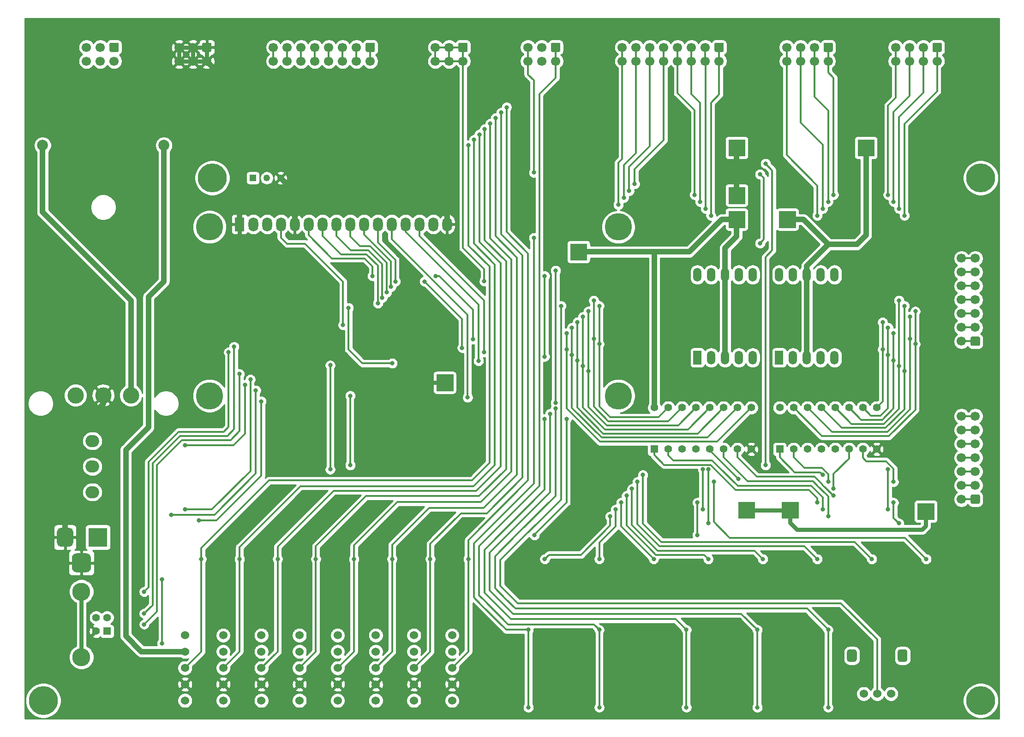
<source format=gbl>
G04 #@! TF.GenerationSoftware,KiCad,Pcbnew,(5.1.6)-1*
G04 #@! TF.CreationDate,2021-05-11T22:10:58+07:00*
G04 #@! TF.ProjectId,digitalSystemBoard,64696769-7461-46c5-9379-7374656d426f,rev?*
G04 #@! TF.SameCoordinates,Original*
G04 #@! TF.FileFunction,Copper,L2,Bot*
G04 #@! TF.FilePolarity,Positive*
%FSLAX46Y46*%
G04 Gerber Fmt 4.6, Leading zero omitted, Abs format (unit mm)*
G04 Created by KiCad (PCBNEW (5.1.6)-1) date 2021-05-11 22:10:58*
%MOMM*%
%LPD*%
G01*
G04 APERTURE LIST*
G04 #@! TA.AperFunction,EtchedComponent*
%ADD10C,0.100000*%
G04 #@! TD*
G04 #@! TA.AperFunction,ComponentPad*
%ADD11C,3.000000*%
G04 #@! TD*
G04 #@! TA.AperFunction,ComponentPad*
%ADD12C,0.750000*%
G04 #@! TD*
G04 #@! TA.AperFunction,ComponentPad*
%ADD13C,1.248000*%
G04 #@! TD*
G04 #@! TA.AperFunction,ComponentPad*
%ADD14R,1.248000X1.248000*%
G04 #@! TD*
G04 #@! TA.AperFunction,ComponentPad*
%ADD15C,2.000000*%
G04 #@! TD*
G04 #@! TA.AperFunction,ComponentPad*
%ADD16O,2.500000X2.250000*%
G04 #@! TD*
G04 #@! TA.AperFunction,WasherPad*
%ADD17C,5.000000*%
G04 #@! TD*
G04 #@! TA.AperFunction,ComponentPad*
%ADD18O,1.800000X2.600000*%
G04 #@! TD*
G04 #@! TA.AperFunction,ComponentPad*
%ADD19R,1.800000X2.600000*%
G04 #@! TD*
G04 #@! TA.AperFunction,ComponentPad*
%ADD20R,1.524000X2.524000*%
G04 #@! TD*
G04 #@! TA.AperFunction,ComponentPad*
%ADD21O,1.524000X2.524000*%
G04 #@! TD*
G04 #@! TA.AperFunction,ComponentPad*
%ADD22C,1.700000*%
G04 #@! TD*
G04 #@! TA.AperFunction,ComponentPad*
%ADD23C,1.397000*%
G04 #@! TD*
G04 #@! TA.AperFunction,ComponentPad*
%ADD24R,1.397000X1.397000*%
G04 #@! TD*
G04 #@! TA.AperFunction,WasherPad*
%ADD25C,1.524000*%
G04 #@! TD*
G04 #@! TA.AperFunction,ComponentPad*
%ADD26C,1.524000*%
G04 #@! TD*
G04 #@! TA.AperFunction,ComponentPad*
%ADD27R,3.500000X3.500000*%
G04 #@! TD*
G04 #@! TA.AperFunction,WasherPad*
%ADD28C,5.300000*%
G04 #@! TD*
G04 #@! TA.AperFunction,ComponentPad*
%ADD29R,1.408000X1.408000*%
G04 #@! TD*
G04 #@! TA.AperFunction,ComponentPad*
%ADD30C,1.408000*%
G04 #@! TD*
G04 #@! TA.AperFunction,ComponentPad*
%ADD31C,3.316000*%
G04 #@! TD*
G04 #@! TA.AperFunction,ViaPad*
%ADD32C,0.800000*%
G04 #@! TD*
G04 #@! TA.AperFunction,Conductor*
%ADD33C,0.750000*%
G04 #@! TD*
G04 #@! TA.AperFunction,Conductor*
%ADD34C,1.000000*%
G04 #@! TD*
G04 #@! TA.AperFunction,Conductor*
%ADD35C,0.350000*%
G04 #@! TD*
G04 #@! TA.AperFunction,Conductor*
%ADD36C,0.500000*%
G04 #@! TD*
G04 #@! TA.AperFunction,Conductor*
%ADD37C,0.254000*%
G04 #@! TD*
G04 APERTURE END LIST*
D10*
G36*
X184500000Y-122500000D02*
G01*
X181500000Y-122500000D01*
X181500000Y-119500000D01*
X184500000Y-119500000D01*
X184500000Y-122500000D01*
G37*
X184500000Y-122500000D02*
X181500000Y-122500000D01*
X181500000Y-119500000D01*
X184500000Y-119500000D01*
X184500000Y-122500000D01*
G36*
X192500000Y-122500000D02*
G01*
X189500000Y-122500000D01*
X189500000Y-119500000D01*
X192500000Y-119500000D01*
X192500000Y-122500000D01*
G37*
X192500000Y-122500000D02*
X189500000Y-122500000D01*
X189500000Y-119500000D01*
X192500000Y-119500000D01*
X192500000Y-122500000D01*
G36*
X217410000Y-122750000D02*
G01*
X214410000Y-122750000D01*
X214410000Y-119750000D01*
X217410000Y-119750000D01*
X217410000Y-122750000D01*
G37*
X217410000Y-122750000D02*
X214410000Y-122750000D01*
X214410000Y-119750000D01*
X217410000Y-119750000D01*
X217410000Y-122750000D01*
G36*
X129160000Y-99080000D02*
G01*
X126160000Y-99080000D01*
X126160000Y-96080000D01*
X129160000Y-96080000D01*
X129160000Y-99080000D01*
G37*
X129160000Y-99080000D02*
X126160000Y-99080000D01*
X126160000Y-96080000D01*
X129160000Y-96080000D01*
X129160000Y-99080000D01*
G36*
X182720000Y-55960000D02*
G01*
X179720000Y-55960000D01*
X179720000Y-52960000D01*
X182720000Y-52960000D01*
X182720000Y-55960000D01*
G37*
X182720000Y-55960000D02*
X179720000Y-55960000D01*
X179720000Y-52960000D01*
X182720000Y-52960000D01*
X182720000Y-55960000D01*
G36*
X182720000Y-64700000D02*
G01*
X179720000Y-64700000D01*
X179720000Y-61700000D01*
X182720000Y-61700000D01*
X182720000Y-64700000D01*
G37*
X182720000Y-64700000D02*
X179720000Y-64700000D01*
X179720000Y-61700000D01*
X182720000Y-61700000D01*
X182720000Y-64700000D01*
G36*
X192010000Y-69110000D02*
G01*
X189010000Y-69110000D01*
X189010000Y-66110000D01*
X192010000Y-66110000D01*
X192010000Y-69110000D01*
G37*
X192010000Y-69110000D02*
X189010000Y-69110000D01*
X189010000Y-66110000D01*
X192010000Y-66110000D01*
X192010000Y-69110000D01*
G36*
X206450000Y-55960000D02*
G01*
X203450000Y-55960000D01*
X203450000Y-52960000D01*
X206450000Y-52960000D01*
X206450000Y-55960000D01*
G37*
X206450000Y-55960000D02*
X203450000Y-55960000D01*
X203450000Y-52960000D01*
X206450000Y-52960000D01*
X206450000Y-55960000D01*
G36*
X182720000Y-69110000D02*
G01*
X179720000Y-69110000D01*
X179720000Y-66110000D01*
X182720000Y-66110000D01*
X182720000Y-69110000D01*
G37*
X182720000Y-69110000D02*
X179720000Y-69110000D01*
X179720000Y-66110000D01*
X182720000Y-66110000D01*
X182720000Y-69110000D01*
G36*
X153710000Y-75070000D02*
G01*
X150710000Y-75070000D01*
X150710000Y-72070000D01*
X153710000Y-72070000D01*
X153710000Y-75070000D01*
G37*
X153710000Y-75070000D02*
X150710000Y-75070000D01*
X150710000Y-72070000D01*
X153710000Y-72070000D01*
X153710000Y-75070000D01*
D11*
X70080000Y-99920000D03*
X59920000Y-99920000D03*
X65000000Y-99920000D03*
D12*
X184000000Y-122000000D03*
X182000000Y-122000000D03*
X182000000Y-120000000D03*
X184000000Y-120000000D03*
X183000000Y-121000000D03*
X191000000Y-121000000D03*
X192000000Y-120000000D03*
X190000000Y-120000000D03*
X190000000Y-122000000D03*
X192000000Y-122000000D03*
X216910000Y-122250000D03*
X214910000Y-122250000D03*
X214910000Y-120250000D03*
X216910000Y-120250000D03*
X215910000Y-121250000D03*
X128660000Y-98580000D03*
X126660000Y-98580000D03*
X126660000Y-96580000D03*
X128660000Y-96580000D03*
X127660000Y-97580000D03*
X181220000Y-54460000D03*
X182220000Y-53460000D03*
X180220000Y-53460000D03*
X180220000Y-55460000D03*
X182220000Y-55460000D03*
X182220000Y-64200000D03*
X180220000Y-64200000D03*
X180220000Y-62200000D03*
X182220000Y-62200000D03*
X181220000Y-63200000D03*
X190510000Y-67610000D03*
X191510000Y-66610000D03*
X189510000Y-66610000D03*
X189510000Y-68610000D03*
X191510000Y-68610000D03*
X205950000Y-55460000D03*
X203950000Y-55460000D03*
X203950000Y-53460000D03*
X205950000Y-53460000D03*
X204950000Y-54460000D03*
X182220000Y-68610000D03*
X180220000Y-68610000D03*
X180220000Y-66610000D03*
X182220000Y-66610000D03*
X181220000Y-67610000D03*
X153210000Y-74570000D03*
X151210000Y-74570000D03*
X151210000Y-72570000D03*
X153210000Y-72570000D03*
X152210000Y-73570000D03*
D13*
X97540000Y-60000000D03*
X95000000Y-60000000D03*
D14*
X92460000Y-60000000D03*
D15*
X76125000Y-54000000D03*
X53875000Y-54000000D03*
D16*
X63000000Y-117700000D03*
X63000000Y-108300000D03*
X63000000Y-113000000D03*
D17*
X159500000Y-69000000D03*
X159500000Y-100000000D03*
X84500000Y-100000000D03*
X84500000Y-69000000D03*
D18*
X128100000Y-68500000D03*
X125560000Y-68500000D03*
X123020000Y-68500000D03*
X120480000Y-68500000D03*
X117940000Y-68500000D03*
X115400000Y-68500000D03*
X112860000Y-68500000D03*
X110320000Y-68500000D03*
X107780000Y-68500000D03*
X105240000Y-68500000D03*
X102700000Y-68500000D03*
X100160000Y-68500000D03*
X97620000Y-68500000D03*
X95080000Y-68500000D03*
X92540000Y-68500000D03*
D19*
X90000000Y-68500000D03*
D20*
X174000000Y-93000000D03*
D21*
X176540000Y-93000000D03*
X179080000Y-93000000D03*
X181620000Y-93000000D03*
X184160000Y-93000000D03*
X184160000Y-77760000D03*
X181620000Y-77760000D03*
X179080000Y-77760000D03*
X176540000Y-77760000D03*
X174000000Y-77760000D03*
D22*
X142920000Y-38540000D03*
X145460000Y-38540000D03*
X148000000Y-38540000D03*
X142920000Y-36000000D03*
X145460000Y-36000000D03*
G04 #@! TA.AperFunction,ComponentPad*
G36*
G01*
X147400000Y-35150000D02*
X148600000Y-35150000D01*
G75*
G02*
X148850000Y-35400000I0J-250000D01*
G01*
X148850000Y-36600000D01*
G75*
G02*
X148600000Y-36850000I-250000J0D01*
G01*
X147400000Y-36850000D01*
G75*
G02*
X147150000Y-36600000I0J250000D01*
G01*
X147150000Y-35400000D01*
G75*
G02*
X147400000Y-35150000I250000J0D01*
G01*
G37*
G04 #@! TD.AperFunction*
D23*
X166110000Y-102190000D03*
X168650000Y-102190000D03*
X183890000Y-109810000D03*
X173730000Y-102190000D03*
X176270000Y-102190000D03*
X178810000Y-102190000D03*
X181350000Y-102190000D03*
X183890000Y-102190000D03*
X181350000Y-109810000D03*
X178810000Y-109810000D03*
X176270000Y-109810000D03*
X171190000Y-102190000D03*
X173730000Y-109810000D03*
X171190000Y-109810000D03*
X168650000Y-109810000D03*
D24*
X166110000Y-109810000D03*
D25*
X129000000Y-144000000D03*
X129000000Y-156000000D03*
D26*
X129000000Y-147000000D03*
X129000000Y-153000000D03*
X129000000Y-150000000D03*
D25*
X80000000Y-144000000D03*
X80000000Y-156000000D03*
D26*
X80000000Y-147000000D03*
X80000000Y-153000000D03*
X80000000Y-150000000D03*
D22*
X78920000Y-38540000D03*
X81460000Y-38540000D03*
X84000000Y-38540000D03*
X78920000Y-36000000D03*
X81460000Y-36000000D03*
G04 #@! TA.AperFunction,ComponentPad*
G36*
G01*
X83400000Y-35150000D02*
X84600000Y-35150000D01*
G75*
G02*
X84850000Y-35400000I0J-250000D01*
G01*
X84850000Y-36600000D01*
G75*
G02*
X84600000Y-36850000I-250000J0D01*
G01*
X83400000Y-36850000D01*
G75*
G02*
X83150000Y-36600000I0J250000D01*
G01*
X83150000Y-35400000D01*
G75*
G02*
X83400000Y-35150000I250000J0D01*
G01*
G37*
G04 #@! TD.AperFunction*
X61920000Y-38540000D03*
X64460000Y-38540000D03*
X67000000Y-38540000D03*
X61920000Y-36000000D03*
X64460000Y-36000000D03*
G04 #@! TA.AperFunction,ComponentPad*
G36*
G01*
X66400000Y-35150000D02*
X67600000Y-35150000D01*
G75*
G02*
X67850000Y-35400000I0J-250000D01*
G01*
X67850000Y-36600000D01*
G75*
G02*
X67600000Y-36850000I-250000J0D01*
G01*
X66400000Y-36850000D01*
G75*
G02*
X66150000Y-36600000I0J250000D01*
G01*
X66150000Y-35400000D01*
G75*
G02*
X66400000Y-35150000I250000J0D01*
G01*
G37*
G04 #@! TD.AperFunction*
X125920000Y-38540000D03*
X128460000Y-38540000D03*
X131000000Y-38540000D03*
X125920000Y-36000000D03*
X128460000Y-36000000D03*
G04 #@! TA.AperFunction,ComponentPad*
G36*
G01*
X130400000Y-35150000D02*
X131600000Y-35150000D01*
G75*
G02*
X131850000Y-35400000I0J-250000D01*
G01*
X131850000Y-36600000D01*
G75*
G02*
X131600000Y-36850000I-250000J0D01*
G01*
X130400000Y-36850000D01*
G75*
G02*
X130150000Y-36600000I0J250000D01*
G01*
X130150000Y-35400000D01*
G75*
G02*
X130400000Y-35150000I250000J0D01*
G01*
G37*
G04 #@! TD.AperFunction*
X96220000Y-38540000D03*
X98760000Y-38540000D03*
X101300000Y-38540000D03*
X103840000Y-38540000D03*
X106380000Y-38540000D03*
X108920000Y-38540000D03*
X111460000Y-38540000D03*
X114000000Y-38540000D03*
X96220000Y-36000000D03*
X98760000Y-36000000D03*
X101300000Y-36000000D03*
X103840000Y-36000000D03*
X106380000Y-36000000D03*
X108920000Y-36000000D03*
X111460000Y-36000000D03*
G04 #@! TA.AperFunction,ComponentPad*
G36*
G01*
X113400000Y-35150000D02*
X114600000Y-35150000D01*
G75*
G02*
X114850000Y-35400000I0J-250000D01*
G01*
X114850000Y-36600000D01*
G75*
G02*
X114600000Y-36850000I-250000J0D01*
G01*
X113400000Y-36850000D01*
G75*
G02*
X113150000Y-36600000I0J250000D01*
G01*
X113150000Y-35400000D01*
G75*
G02*
X113400000Y-35150000I250000J0D01*
G01*
G37*
G04 #@! TD.AperFunction*
X222460000Y-103760000D03*
X222460000Y-106300000D03*
X222460000Y-108840000D03*
X222460000Y-111380000D03*
X222460000Y-113920000D03*
X222460000Y-116460000D03*
X222460000Y-119000000D03*
X225000000Y-103760000D03*
X225000000Y-106300000D03*
X225000000Y-108840000D03*
X225000000Y-111380000D03*
X225000000Y-113920000D03*
X225000000Y-116460000D03*
G04 #@! TA.AperFunction,ComponentPad*
G36*
G01*
X225850000Y-118400000D02*
X225850000Y-119600000D01*
G75*
G02*
X225600000Y-119850000I-250000J0D01*
G01*
X224400000Y-119850000D01*
G75*
G02*
X224150000Y-119600000I0J250000D01*
G01*
X224150000Y-118400000D01*
G75*
G02*
X224400000Y-118150000I250000J0D01*
G01*
X225600000Y-118150000D01*
G75*
G02*
X225850000Y-118400000I0J-250000D01*
G01*
G37*
G04 #@! TD.AperFunction*
X222460000Y-74760000D03*
X222460000Y-77300000D03*
X222460000Y-79840000D03*
X222460000Y-82380000D03*
X222460000Y-84920000D03*
X222460000Y-87460000D03*
X222460000Y-90000000D03*
X225000000Y-74760000D03*
X225000000Y-77300000D03*
X225000000Y-79840000D03*
X225000000Y-82380000D03*
X225000000Y-84920000D03*
X225000000Y-87460000D03*
G04 #@! TA.AperFunction,ComponentPad*
G36*
G01*
X225850000Y-89400000D02*
X225850000Y-90600000D01*
G75*
G02*
X225600000Y-90850000I-250000J0D01*
G01*
X224400000Y-90850000D01*
G75*
G02*
X224150000Y-90600000I0J250000D01*
G01*
X224150000Y-89400000D01*
G75*
G02*
X224400000Y-89150000I250000J0D01*
G01*
X225600000Y-89150000D01*
G75*
G02*
X225850000Y-89400000I0J-250000D01*
G01*
G37*
G04 #@! TD.AperFunction*
X160220000Y-38540000D03*
X162760000Y-38540000D03*
X165300000Y-38540000D03*
X167840000Y-38540000D03*
X170380000Y-38540000D03*
X172920000Y-38540000D03*
X175460000Y-38540000D03*
X178000000Y-38540000D03*
X160220000Y-36000000D03*
X162760000Y-36000000D03*
X165300000Y-36000000D03*
X167840000Y-36000000D03*
X170380000Y-36000000D03*
X172920000Y-36000000D03*
X175460000Y-36000000D03*
G04 #@! TA.AperFunction,ComponentPad*
G36*
G01*
X177400000Y-35150000D02*
X178600000Y-35150000D01*
G75*
G02*
X178850000Y-35400000I0J-250000D01*
G01*
X178850000Y-36600000D01*
G75*
G02*
X178600000Y-36850000I-250000J0D01*
G01*
X177400000Y-36850000D01*
G75*
G02*
X177150000Y-36600000I0J250000D01*
G01*
X177150000Y-35400000D01*
G75*
G02*
X177400000Y-35150000I250000J0D01*
G01*
G37*
G04 #@! TD.AperFunction*
X190380000Y-38540000D03*
X192920000Y-38540000D03*
X195460000Y-38540000D03*
X198000000Y-38540000D03*
X190380000Y-36000000D03*
X192920000Y-36000000D03*
X195460000Y-36000000D03*
G04 #@! TA.AperFunction,ComponentPad*
G36*
G01*
X197400000Y-35150000D02*
X198600000Y-35150000D01*
G75*
G02*
X198850000Y-35400000I0J-250000D01*
G01*
X198850000Y-36600000D01*
G75*
G02*
X198600000Y-36850000I-250000J0D01*
G01*
X197400000Y-36850000D01*
G75*
G02*
X197150000Y-36600000I0J250000D01*
G01*
X197150000Y-35400000D01*
G75*
G02*
X197400000Y-35150000I250000J0D01*
G01*
G37*
G04 #@! TD.AperFunction*
X210380000Y-38540000D03*
X212920000Y-38540000D03*
X215460000Y-38540000D03*
X218000000Y-38540000D03*
X210380000Y-36000000D03*
X212920000Y-36000000D03*
X215460000Y-36000000D03*
G04 #@! TA.AperFunction,ComponentPad*
G36*
G01*
X217400000Y-35150000D02*
X218600000Y-35150000D01*
G75*
G02*
X218850000Y-35400000I0J-250000D01*
G01*
X218850000Y-36600000D01*
G75*
G02*
X218600000Y-36850000I-250000J0D01*
G01*
X217400000Y-36850000D01*
G75*
G02*
X217150000Y-36600000I0J250000D01*
G01*
X217150000Y-35400000D01*
G75*
G02*
X217400000Y-35150000I250000J0D01*
G01*
G37*
G04 #@! TD.AperFunction*
G04 #@! TA.AperFunction,ComponentPad*
G36*
G01*
X59250000Y-131575000D02*
X59250000Y-129825000D01*
G75*
G02*
X60125000Y-128950000I875000J0D01*
G01*
X61875000Y-128950000D01*
G75*
G02*
X62750000Y-129825000I0J-875000D01*
G01*
X62750000Y-131575000D01*
G75*
G02*
X61875000Y-132450000I-875000J0D01*
G01*
X60125000Y-132450000D01*
G75*
G02*
X59250000Y-131575000I0J875000D01*
G01*
G37*
G04 #@! TD.AperFunction*
G04 #@! TA.AperFunction,ComponentPad*
G36*
G01*
X56500000Y-127000000D02*
X56500000Y-125000000D01*
G75*
G02*
X57250000Y-124250000I750000J0D01*
G01*
X58750000Y-124250000D01*
G75*
G02*
X59500000Y-125000000I0J-750000D01*
G01*
X59500000Y-127000000D01*
G75*
G02*
X58750000Y-127750000I-750000J0D01*
G01*
X57250000Y-127750000D01*
G75*
G02*
X56500000Y-127000000I0J750000D01*
G01*
G37*
G04 #@! TD.AperFunction*
D27*
X64000000Y-126000000D03*
D25*
X87000000Y-144000000D03*
X87000000Y-156000000D03*
D26*
X87000000Y-147000000D03*
X87000000Y-153000000D03*
X87000000Y-150000000D03*
D25*
X94000000Y-144000000D03*
X94000000Y-156000000D03*
D26*
X94000000Y-147000000D03*
X94000000Y-153000000D03*
X94000000Y-150000000D03*
D25*
X101000000Y-144000000D03*
X101000000Y-156000000D03*
D26*
X101000000Y-147000000D03*
X101000000Y-153000000D03*
X101000000Y-150000000D03*
D25*
X108000000Y-144000000D03*
X108000000Y-156000000D03*
D26*
X108000000Y-147000000D03*
X108000000Y-153000000D03*
X108000000Y-150000000D03*
D25*
X115000000Y-144000000D03*
X115000000Y-156000000D03*
D26*
X115000000Y-147000000D03*
X115000000Y-153000000D03*
X115000000Y-150000000D03*
D25*
X122000000Y-144000000D03*
X122000000Y-156000000D03*
D26*
X122000000Y-147000000D03*
X122000000Y-153000000D03*
X122000000Y-150000000D03*
G04 #@! TA.AperFunction,WasherPad*
G36*
G01*
X212550000Y-147040000D02*
X212550000Y-148440000D01*
G75*
G02*
X212100000Y-148890000I-450000J0D01*
G01*
X211200000Y-148890000D01*
G75*
G02*
X210750000Y-148440000I0J450000D01*
G01*
X210750000Y-147040000D01*
G75*
G02*
X211200000Y-146590000I450000J0D01*
G01*
X212100000Y-146590000D01*
G75*
G02*
X212550000Y-147040000I0J-450000D01*
G01*
G37*
G04 #@! TD.AperFunction*
G04 #@! TA.AperFunction,WasherPad*
G36*
G01*
X203250000Y-147040000D02*
X203250000Y-148440000D01*
G75*
G02*
X202800000Y-148890000I-450000J0D01*
G01*
X201900000Y-148890000D01*
G75*
G02*
X201450000Y-148440000I0J450000D01*
G01*
X201450000Y-147040000D01*
G75*
G02*
X201900000Y-146590000I450000J0D01*
G01*
X202800000Y-146590000D01*
G75*
G02*
X203250000Y-147040000I0J-450000D01*
G01*
G37*
G04 #@! TD.AperFunction*
X207000000Y-154740000D03*
X204540000Y-154740000D03*
X209540000Y-154740000D03*
D28*
X226000000Y-60000000D03*
X85000000Y-60000000D03*
X226000000Y-156000000D03*
X54000000Y-156000000D03*
D23*
X189110000Y-102190000D03*
X191650000Y-102190000D03*
X206890000Y-109810000D03*
X196730000Y-102190000D03*
X199270000Y-102190000D03*
X201810000Y-102190000D03*
X204350000Y-102190000D03*
X206890000Y-102190000D03*
X204350000Y-109810000D03*
X201810000Y-109810000D03*
X199270000Y-109810000D03*
X194190000Y-102190000D03*
X196730000Y-109810000D03*
X194190000Y-109810000D03*
X191650000Y-109810000D03*
D24*
X189110000Y-109810000D03*
D20*
X189000000Y-93000000D03*
D21*
X191540000Y-93000000D03*
X194080000Y-93000000D03*
X196620000Y-93000000D03*
X199160000Y-93000000D03*
X199160000Y-77760000D03*
X196620000Y-77760000D03*
X194080000Y-77760000D03*
X191540000Y-77760000D03*
X189000000Y-77760000D03*
D29*
X65700000Y-143250000D03*
D30*
X65700000Y-140750000D03*
X63700000Y-140750000D03*
X63700000Y-143250000D03*
D31*
X61000000Y-135980000D03*
X61000000Y-148020000D03*
D32*
X100500000Y-81000000D03*
X100500000Y-85000000D03*
X100500000Y-89000000D03*
X100500000Y-93000000D03*
X99500000Y-93000000D03*
X99500000Y-81000000D03*
X99500000Y-85000000D03*
X99500000Y-89000000D03*
X110000000Y-83856080D03*
X118010000Y-94040000D03*
X123940000Y-79000000D03*
X134900000Y-78970000D03*
X130850000Y-91200000D03*
X156000000Y-157250000D03*
X156000000Y-143000000D03*
X172000000Y-157250000D03*
X146000000Y-104300000D03*
X172000000Y-143000000D03*
X185000000Y-157250000D03*
X147000000Y-103300000D03*
X185000000Y-143000000D03*
X198000000Y-157250000D03*
X148000000Y-102300000D03*
X198000000Y-143000000D03*
X94000000Y-101016070D03*
X82540000Y-122900000D03*
X75787500Y-133750000D03*
X75787500Y-145475000D03*
X90000000Y-96000000D03*
X72500000Y-142000000D03*
X181500000Y-115300000D03*
X134850000Y-92000000D03*
X133850000Y-93600000D03*
X131850000Y-100300000D03*
X118600000Y-79000000D03*
X117800000Y-80000000D03*
X117000000Y-81000000D03*
X116200000Y-82000000D03*
X115400000Y-83000000D03*
X126000000Y-78000000D03*
X114400000Y-78000000D03*
X132850000Y-89600000D03*
X109000000Y-87000000D03*
X212000000Y-66905000D03*
X211000000Y-65635000D03*
X210000000Y-64365000D03*
X209000000Y-63095000D03*
X213000000Y-85500000D03*
X213000000Y-89500000D03*
X214000000Y-84500000D03*
X214000000Y-90500000D03*
X208000000Y-86500000D03*
X208000000Y-91500000D03*
X209000000Y-87500000D03*
X209000000Y-92500000D03*
X210000000Y-88500000D03*
X210000000Y-93500000D03*
X211000000Y-82500000D03*
X211000000Y-94500000D03*
X212000000Y-83500000D03*
X212000000Y-95500000D03*
X199000000Y-63095000D03*
X198000000Y-64365000D03*
X197000000Y-65635000D03*
X196000000Y-66905000D03*
X155000000Y-82500000D03*
X155000000Y-89500000D03*
X156000000Y-83500000D03*
X156000000Y-90500000D03*
X150000000Y-88500000D03*
X150000000Y-91500000D03*
X151000000Y-87500000D03*
X151000000Y-92500000D03*
X152000000Y-86500000D03*
X152000000Y-93500000D03*
X153000000Y-85500000D03*
X153000000Y-94500000D03*
X154000000Y-84500000D03*
X154000000Y-95500000D03*
X159500000Y-64905000D03*
X160500000Y-63635000D03*
X176500000Y-66905000D03*
X175500000Y-65635000D03*
X174500000Y-64365000D03*
X162500000Y-61095000D03*
X161500000Y-62365000D03*
X173500000Y-63095000D03*
X132000000Y-54000000D03*
X83000000Y-130000000D03*
X133000000Y-53000000D03*
X90000000Y-130000000D03*
X139000000Y-47000000D03*
X132000000Y-130000000D03*
X138000000Y-48000000D03*
X125000000Y-130000000D03*
X137000000Y-49000000D03*
X118000000Y-130000000D03*
X135000000Y-51000000D03*
X104000000Y-130000000D03*
X134000000Y-52000000D03*
X97000000Y-130000000D03*
X136000000Y-50000000D03*
X111000000Y-130000000D03*
X144000000Y-59000000D03*
X177000000Y-115825000D03*
X216000000Y-130000000D03*
X206000000Y-130000000D03*
X164000000Y-114555000D03*
X196000000Y-130000000D03*
X163000000Y-115825000D03*
X176000000Y-130000000D03*
X161000000Y-118365000D03*
X162000000Y-117095000D03*
X186000000Y-130000000D03*
X160000000Y-119635000D03*
X166000000Y-130000000D03*
X159000000Y-120905000D03*
X156000000Y-130000000D03*
X146000000Y-130000000D03*
X158000000Y-122175000D03*
X72500000Y-136000000D03*
X88000000Y-92000000D03*
X89000000Y-91000000D03*
X72500000Y-140000000D03*
X210000000Y-115825000D03*
X198000000Y-115825000D03*
X199000000Y-117095000D03*
X197000000Y-114555000D03*
X199000000Y-118365000D03*
X198000000Y-122175000D03*
X197000000Y-120905000D03*
X196000000Y-119635000D03*
X149000000Y-83500000D03*
X146000000Y-78000000D03*
X185500000Y-71990000D03*
X146000000Y-92800000D03*
X185500000Y-59316080D03*
X148000000Y-77000000D03*
X148000000Y-101300000D03*
X209000000Y-120905000D03*
X209000000Y-113540000D03*
X175000000Y-120905000D03*
X175000000Y-113540000D03*
X186500000Y-57360000D03*
X110300000Y-100000000D03*
X110310000Y-112740000D03*
X186500000Y-112740000D03*
X93000000Y-99000000D03*
X77460000Y-121900000D03*
X91000000Y-98000000D03*
X80000000Y-109100000D03*
X92000000Y-97000000D03*
X80000000Y-120900000D03*
X211000000Y-123445000D03*
X174000000Y-125595000D03*
X150000000Y-104300000D03*
X210000000Y-119635000D03*
X174000000Y-119635000D03*
X144125000Y-125595000D03*
X106650000Y-113540000D03*
X106650000Y-94400000D03*
X143000000Y-157250000D03*
X143000000Y-143000000D03*
X144000000Y-71000000D03*
X176000000Y-113540000D03*
X176000000Y-123445000D03*
D33*
X78920000Y-36000000D02*
X81460000Y-36000000D01*
X84000000Y-36000000D02*
X81460000Y-36000000D01*
X78920000Y-36000000D02*
X78920000Y-38540000D01*
X78920000Y-38540000D02*
X81460000Y-38540000D01*
X81460000Y-36000000D02*
X81460000Y-38540000D01*
X84000000Y-36000000D02*
X84000000Y-38540000D01*
X81460000Y-38540000D02*
X84000000Y-38540000D01*
D34*
X90000000Y-44540000D02*
X84000000Y-38540000D01*
D33*
X99500000Y-81000000D02*
X99500000Y-85000000D01*
X99500000Y-85000000D02*
X99500000Y-89000000D01*
X99500000Y-89000000D02*
X99500000Y-93040000D01*
X99500000Y-81000000D02*
X100500000Y-81000000D01*
X99500000Y-85000000D02*
X100500000Y-85000000D01*
X99500000Y-89000000D02*
X100500000Y-89000000D01*
X100460000Y-93040000D02*
X100500000Y-93000000D01*
X99500000Y-93040000D02*
X100460000Y-93040000D01*
X100500000Y-81000000D02*
X100500000Y-85000000D01*
X100500000Y-89000000D02*
X100500000Y-85000000D01*
X100500000Y-93000000D02*
X100500000Y-89000000D01*
X92070000Y-74620000D02*
X90000000Y-72550000D01*
X99500000Y-81000000D02*
X99500000Y-76880000D01*
X97240000Y-74620000D02*
X92070000Y-74620000D01*
X99500000Y-76880000D02*
X97240000Y-74620000D01*
D34*
X181220000Y-54460000D02*
X181220000Y-63200000D01*
X181220000Y-54460000D02*
X180220000Y-53460000D01*
X181220000Y-54460000D02*
X182220000Y-53460000D01*
X181220000Y-54460000D02*
X182220000Y-55460000D01*
X181220000Y-54460000D02*
X180220000Y-55460000D01*
X181220000Y-63200000D02*
X180220000Y-62200000D01*
X181220000Y-63200000D02*
X182240000Y-62180000D01*
X181220000Y-63200000D02*
X182220000Y-64200000D01*
X181220000Y-63200000D02*
X180220000Y-64200000D01*
D33*
X104430000Y-89000000D02*
X100500000Y-89000000D01*
X113010000Y-97580000D02*
X104430000Y-89000000D01*
D34*
X90000000Y-65800000D02*
X90000000Y-68500000D01*
X100160000Y-66950000D02*
X99010000Y-65800000D01*
X100160000Y-68500000D02*
X100160000Y-66950000D01*
D33*
X90000000Y-68500000D02*
X90000000Y-72550000D01*
D34*
X126950000Y-65800000D02*
X128100000Y-66950000D01*
X128100000Y-66950000D02*
X128100000Y-68500000D01*
X126950000Y-65800000D02*
X101310000Y-65800000D01*
X100160000Y-66950000D02*
X101310000Y-65800000D01*
X90000000Y-65800000D02*
X90000000Y-44540000D01*
X90000000Y-65800000D02*
X99010000Y-65800000D01*
X99010000Y-61470000D02*
X97540000Y-60000000D01*
X99010000Y-65800000D02*
X99010000Y-61470000D01*
D33*
X127660000Y-97580000D02*
X113010000Y-97580000D01*
X90000000Y-72550000D02*
X89970000Y-72550000D01*
D34*
X65000000Y-101470000D02*
X65000000Y-99920000D01*
X58000000Y-108470000D02*
X65000000Y-101470000D01*
X58000000Y-126000000D02*
X58000000Y-108470000D01*
D35*
X112520000Y-94040000D02*
X118010000Y-94040000D01*
X110000000Y-83856080D02*
X110000000Y-91520000D01*
X110000000Y-91520000D02*
X112520000Y-94040000D01*
X131000000Y-36000000D02*
X131000000Y-38540000D01*
X128460000Y-36000000D02*
X128460000Y-38540000D01*
X125920000Y-36000000D02*
X125920000Y-38540000D01*
X125920000Y-36000000D02*
X128460000Y-36000000D01*
X131000000Y-36000000D02*
X128460000Y-36000000D01*
X125920000Y-38540000D02*
X128460000Y-38540000D01*
X131000000Y-38540000D02*
X128460000Y-38540000D01*
X130850000Y-85910000D02*
X123940000Y-79000000D01*
X130850000Y-91200000D02*
X130850000Y-85910000D01*
X130990000Y-38550000D02*
X131000000Y-38540000D01*
X134900000Y-78970000D02*
X134900000Y-76780000D01*
X130990000Y-72870000D02*
X130990000Y-38550000D01*
X134900000Y-76780000D02*
X130990000Y-72870000D01*
X156000000Y-143000000D02*
X155024999Y-142024999D01*
X133950002Y-130442798D02*
X133950002Y-130332798D01*
X155024999Y-142024999D02*
X145647801Y-142024999D01*
X133950002Y-136659362D02*
X133950002Y-133492798D01*
X139315639Y-142024999D02*
X134706720Y-137416080D01*
X133950002Y-133492798D02*
X133950002Y-130442798D01*
X134706720Y-137416080D02*
X133950002Y-136659362D01*
X145647801Y-142024999D02*
X139315639Y-142024999D01*
X133950002Y-129592798D02*
X133950002Y-129592798D01*
X148000000Y-36000000D02*
X148000000Y-38540000D01*
X145024999Y-44605001D02*
X148000000Y-41630000D01*
X145024999Y-116575001D02*
X145024999Y-44605001D01*
X148000000Y-41630000D02*
X148000000Y-38540000D01*
X133950002Y-130442798D02*
X133950002Y-127649998D01*
X133950002Y-127649998D02*
X145024999Y-116575001D01*
X156000000Y-157250000D02*
X156000000Y-143000000D01*
X134925003Y-129624363D02*
X134925003Y-129624363D01*
X146000000Y-117200000D02*
X134925003Y-128274997D01*
X134925003Y-136191361D02*
X139783640Y-141049998D01*
X170049998Y-141049998D02*
X172000000Y-143000000D01*
X146000000Y-104300000D02*
X146000000Y-117200000D01*
X134925003Y-128274997D02*
X134925003Y-136191361D01*
X139783640Y-141049998D02*
X170049998Y-141049998D01*
X172000000Y-157250000D02*
X172000000Y-143000000D01*
X135900004Y-131685798D02*
X135900004Y-131685798D01*
X135900004Y-129642796D02*
X135900004Y-129642796D01*
X135900004Y-129642796D02*
X135900004Y-129642796D01*
X135900004Y-129642796D02*
X135900004Y-129642796D01*
X158737803Y-140074997D02*
X158737803Y-140074997D01*
X182074997Y-140074997D02*
X185000000Y-143000000D01*
X147000000Y-117750000D02*
X135900004Y-128849996D01*
X140195637Y-140074997D02*
X182074997Y-140074997D01*
X147000000Y-103300000D02*
X147000000Y-117750000D01*
X135900004Y-128849996D02*
X135900004Y-135779364D01*
X135900004Y-135779364D02*
X140195637Y-140074997D01*
X185000000Y-157250000D02*
X185000000Y-143000000D01*
X194099996Y-139099996D02*
X187242804Y-139099996D01*
X198000000Y-143000000D02*
X194099996Y-139099996D01*
X172762804Y-139099996D02*
X160922804Y-139099996D01*
X142312804Y-139099996D02*
X140610636Y-139099996D01*
X136875005Y-135364365D02*
X136875005Y-132217795D01*
X140610636Y-139099996D02*
X138701720Y-137191080D01*
X136875005Y-130110797D02*
X136875005Y-129667795D01*
X136875005Y-129667795D02*
X136875005Y-129626080D01*
X187242804Y-139099996D02*
X172762804Y-139099996D01*
X160922804Y-139099996D02*
X145122804Y-139099996D01*
X145122804Y-139099996D02*
X142312804Y-139099996D01*
X138701720Y-137191080D02*
X136875005Y-135364365D01*
X136875005Y-132217795D02*
X136875005Y-130110797D01*
X136875005Y-129497701D02*
X136875005Y-129667795D01*
X148000000Y-102300000D02*
X148000000Y-118372706D01*
X148000000Y-118372706D02*
X140916353Y-125456353D01*
X198000000Y-143000000D02*
X198000000Y-157250000D01*
X140916353Y-125456353D02*
X136875005Y-129497701D01*
X75787500Y-145475000D02*
X75787500Y-133750000D01*
X82540000Y-122900000D02*
X85800000Y-122900000D01*
X94000000Y-114700000D02*
X94000000Y-101016070D01*
X85800000Y-122900000D02*
X94000000Y-114700000D01*
X74812499Y-139687501D02*
X74812499Y-112737501D01*
X72500000Y-142000000D02*
X74812499Y-139687501D01*
X79425001Y-108124999D02*
X88375001Y-108124999D01*
X74812499Y-112737501D02*
X79425001Y-108124999D01*
X90000000Y-106500000D02*
X88375001Y-108124999D01*
X90000000Y-96000000D02*
X90000000Y-106500000D01*
D34*
X151210000Y-74570000D02*
X152210000Y-73570000D01*
X153210000Y-72570000D02*
X152210000Y-73570000D01*
X151210000Y-72570000D02*
X152210000Y-73570000D01*
X153210000Y-74570000D02*
X152210000Y-73570000D01*
X166110000Y-73580000D02*
X166100000Y-73570000D01*
X166110000Y-102190000D02*
X166110000Y-73580000D01*
X152210000Y-73570000D02*
X166100000Y-73570000D01*
X166100000Y-73570000D02*
X172540000Y-73570000D01*
X178500000Y-67610000D02*
X181220000Y-67610000D01*
X172540000Y-73570000D02*
X178500000Y-67610000D01*
X203270000Y-72210000D02*
X204950000Y-70530000D01*
X198040000Y-72210000D02*
X203270000Y-72210000D01*
X190510000Y-67610000D02*
X193440000Y-67610000D01*
X193440000Y-67610000D02*
X198040000Y-72210000D01*
X190510000Y-67610000D02*
X191510000Y-66610000D01*
D33*
X190510000Y-67610000D02*
X189510000Y-66610000D01*
X190510000Y-67610000D02*
X189510000Y-68610000D01*
X190510000Y-67610000D02*
X191510000Y-68610000D01*
X215910000Y-121250000D02*
X215910000Y-123930000D01*
X215910000Y-123930000D02*
X215230000Y-124610000D01*
D34*
X181220000Y-67610000D02*
X181220000Y-70730000D01*
X179080000Y-72870000D02*
X179080000Y-77760000D01*
X181220000Y-70730000D02*
X179080000Y-72870000D01*
X179080000Y-77760000D02*
X179080000Y-93000000D01*
X194080000Y-77760000D02*
X194080000Y-93000000D01*
X194080000Y-76170000D02*
X198040000Y-72210000D01*
X194080000Y-77760000D02*
X194080000Y-76170000D01*
X205950000Y-55460000D02*
X204950000Y-54460000D01*
X205950000Y-53460000D02*
X204950000Y-54460000D01*
X203950000Y-53460000D02*
X204950000Y-54460000D01*
X203950000Y-55460000D02*
X204950000Y-54460000D01*
X204950000Y-54460000D02*
X204950000Y-70530000D01*
D35*
X176270000Y-109810000D02*
X176270000Y-110070000D01*
X176270000Y-110070000D02*
X181500000Y-115300000D01*
D33*
X215230000Y-124610000D02*
X192270000Y-124610000D01*
X191000000Y-123340000D02*
X191000000Y-121000000D01*
X192270000Y-124610000D02*
X191000000Y-123340000D01*
X191000000Y-121000000D02*
X187040000Y-121000000D01*
X187040000Y-121000000D02*
X183000000Y-121000000D01*
D34*
X69140000Y-109940000D02*
X73310000Y-105770000D01*
X73310000Y-81820000D02*
X76125000Y-79005000D01*
X69140000Y-144140000D02*
X69140000Y-109940000D01*
X80000000Y-147000000D02*
X72000000Y-147000000D01*
X73310000Y-105770000D02*
X73310000Y-81820000D01*
X72000000Y-147000000D02*
X69140000Y-144140000D01*
X76125000Y-79005000D02*
X76125000Y-54000000D01*
D35*
X134850000Y-82480000D02*
X134850000Y-92000000D01*
X123020000Y-70650000D02*
X134850000Y-82480000D01*
X123020000Y-70650000D02*
X123020000Y-68500000D01*
X133850000Y-83250000D02*
X133850000Y-93600000D01*
X120480000Y-69880000D02*
X133850000Y-83250000D01*
X120480000Y-69880000D02*
X120480000Y-68500000D01*
X131850000Y-85150000D02*
X131850000Y-100300000D01*
X117940000Y-71240000D02*
X131850000Y-85150000D01*
X117940000Y-71240000D02*
X117940000Y-68500000D01*
X118600000Y-75070000D02*
X118600000Y-79000000D01*
X115400000Y-71870000D02*
X118600000Y-75070000D01*
X115400000Y-71870000D02*
X115400000Y-68500000D01*
X117800000Y-80000000D02*
X117800000Y-75330674D01*
X117800000Y-75330674D02*
X112860000Y-70390674D01*
X112860000Y-70390674D02*
X112860000Y-68500000D01*
X110320000Y-70710000D02*
X110320000Y-68500000D01*
X112130000Y-72520000D02*
X110320000Y-70710000D01*
X113928652Y-72520000D02*
X112130000Y-72520000D01*
X117000000Y-81000000D02*
X117000000Y-75591348D01*
X117000000Y-75591348D02*
X113928652Y-72520000D01*
X107780000Y-70680000D02*
X107780000Y-68500000D01*
X110370010Y-73270010D02*
X107780000Y-70680000D01*
X116200000Y-75852022D02*
X113627978Y-73280000D01*
X116200000Y-82000000D02*
X116200000Y-75852022D01*
X113627978Y-73280000D02*
X112860000Y-73280000D01*
X112860000Y-73280000D02*
X112850010Y-73270010D01*
X112850010Y-73270010D02*
X110370010Y-73270010D01*
X115424999Y-82975001D02*
X115400000Y-83000000D01*
X105240000Y-70650000D02*
X108620000Y-74030000D01*
X108620000Y-74030000D02*
X113317304Y-74030000D01*
X113317304Y-74030000D02*
X113317304Y-74037304D01*
X115400000Y-76112696D02*
X113317304Y-74030000D01*
X115400000Y-83000000D02*
X115400000Y-76112696D01*
X105240000Y-70650000D02*
X105240000Y-68500000D01*
X132850000Y-84200000D02*
X132850000Y-89600000D01*
X126000000Y-78000000D02*
X126650000Y-78000000D01*
X126650000Y-78000000D02*
X132850000Y-84200000D01*
X114400000Y-76240000D02*
X114400000Y-78000000D01*
X112950000Y-74790000D02*
X114400000Y-76240000D01*
X106970000Y-74790000D02*
X112950000Y-74790000D01*
X102700000Y-70520000D02*
X106970000Y-74790000D01*
X102700000Y-70520000D02*
X102700000Y-68500000D01*
X98730000Y-72070000D02*
X97620000Y-70960000D01*
X109000000Y-87000000D02*
X109000000Y-79030000D01*
X102040000Y-72070000D02*
X98730000Y-72070000D01*
X109000000Y-79030000D02*
X102040000Y-72070000D01*
X97620000Y-70960000D02*
X97620000Y-68500000D01*
X218000000Y-36000000D02*
X218000000Y-38540000D01*
X218000000Y-44060000D02*
X218000000Y-38540000D01*
X212000000Y-66905000D02*
X212000000Y-50060000D01*
X212000000Y-50060000D02*
X218000000Y-44060000D01*
X215460000Y-36000000D02*
X215460000Y-38540000D01*
X215460000Y-44350000D02*
X215460000Y-38540000D01*
X211000000Y-65635000D02*
X211000000Y-48810000D01*
X211000000Y-48810000D02*
X215460000Y-44350000D01*
X212920000Y-36000000D02*
X212920000Y-38540000D01*
X210000000Y-64365000D02*
X210000000Y-47860000D01*
X212920000Y-44940000D02*
X212920000Y-38540000D01*
X210000000Y-47860000D02*
X212920000Y-44940000D01*
X210380000Y-36000000D02*
X210380000Y-38540000D01*
X209000000Y-63095000D02*
X209000000Y-46680000D01*
X210380000Y-45300000D02*
X210380000Y-38540000D01*
X209000000Y-46680000D02*
X210380000Y-45300000D01*
X213000000Y-85500000D02*
X213000000Y-89482800D01*
X222460000Y-74760000D02*
X225000000Y-74760000D01*
X213000000Y-91482800D02*
X213000000Y-92310000D01*
X213000000Y-89500000D02*
X213000000Y-92310000D01*
X208845085Y-106680000D02*
X198680000Y-106680000D01*
X213000000Y-92310000D02*
X213000000Y-102525085D01*
X198680000Y-106680000D02*
X194190000Y-102190000D01*
X213000000Y-102525085D02*
X208845085Y-106680000D01*
X222460000Y-77300000D02*
X225000000Y-77300000D01*
X214000000Y-90500000D02*
X214000000Y-92460000D01*
X214000000Y-91562800D02*
X214000000Y-92460000D01*
X214000000Y-90500000D02*
X214000000Y-88670000D01*
X214000000Y-84500000D02*
X214000000Y-88670000D01*
X214000000Y-88670000D02*
X214000000Y-89562800D01*
X196890000Y-107430000D02*
X191650000Y-102190000D01*
X209155758Y-107430000D02*
X196890000Y-107430000D01*
X214000000Y-92460000D02*
X214000000Y-102585758D01*
X214000000Y-102585758D02*
X209155758Y-107430000D01*
X208000000Y-101080000D02*
X206890000Y-102190000D01*
X208000000Y-91582800D02*
X208000000Y-101080000D01*
X222460000Y-79840000D02*
X225000000Y-79840000D01*
X208000000Y-91500000D02*
X208000000Y-89190000D01*
X208000000Y-86500000D02*
X208000000Y-89190000D01*
X208000000Y-89190000D02*
X208000000Y-89582800D01*
X222460000Y-82380000D02*
X225000000Y-82380000D01*
X209000000Y-87500000D02*
X209000000Y-89220000D01*
X209000000Y-92500000D02*
X209000000Y-89220000D01*
X209000000Y-89220000D02*
X209000000Y-89592800D01*
X205800000Y-103640000D02*
X204350000Y-102190000D01*
X207642391Y-103640000D02*
X205800000Y-103640000D01*
X209000000Y-91592800D02*
X209000000Y-102282391D01*
X209000000Y-102282391D02*
X207642391Y-103640000D01*
X222460000Y-84920000D02*
X225000000Y-84920000D01*
X210000000Y-93500000D02*
X210000000Y-89270000D01*
X210000000Y-88500000D02*
X210000000Y-89270000D01*
X210000000Y-89270000D02*
X210000000Y-89562800D01*
X204030000Y-104410000D02*
X201810000Y-102190000D01*
X207933066Y-104410000D02*
X204030000Y-104410000D01*
X210000000Y-91562800D02*
X210000000Y-102343066D01*
X210000000Y-102343066D02*
X207933066Y-104410000D01*
X222460000Y-87460000D02*
X225000000Y-87460000D01*
X211000000Y-94500000D02*
X211000000Y-89040000D01*
X211000000Y-89040000D02*
X211000000Y-89552800D01*
X202250000Y-105170000D02*
X199270000Y-102190000D01*
X208233739Y-105170000D02*
X202250000Y-105170000D01*
X211000000Y-102403739D02*
X208233739Y-105170000D01*
X211000000Y-91552800D02*
X211000000Y-102403739D01*
X211000000Y-89040000D02*
X211000000Y-82500000D01*
X222460000Y-90000000D02*
X225000000Y-90000000D01*
X212000000Y-95500000D02*
X212000000Y-89070000D01*
X212000000Y-83500000D02*
X212000000Y-89070000D01*
X212000000Y-89070000D02*
X212000000Y-89702800D01*
X208544403Y-105920011D02*
X200460011Y-105920011D01*
X200460011Y-105920011D02*
X196730000Y-102190000D01*
X212000000Y-102464412D02*
X208544403Y-105920011D01*
X212000000Y-91702800D02*
X212000000Y-102464412D01*
X198000000Y-36000000D02*
X198000000Y-38540000D01*
X199000000Y-63095000D02*
X199000000Y-41630000D01*
X198000000Y-40630000D02*
X198000000Y-38540000D01*
X199000000Y-41630000D02*
X198000000Y-40630000D01*
X195460000Y-36000000D02*
X195460000Y-38540000D01*
X198000000Y-64365000D02*
X198000000Y-47630000D01*
X195460000Y-45090000D02*
X195460000Y-38540000D01*
X198000000Y-47630000D02*
X195460000Y-45090000D01*
X192920000Y-36000000D02*
X192920000Y-38540000D01*
X197000000Y-65635000D02*
X197000000Y-53880000D01*
X192920000Y-49800000D02*
X192920000Y-38540000D01*
X197000000Y-53880000D02*
X192920000Y-49800000D01*
X190380000Y-38540000D02*
X190380000Y-36000000D01*
X190380000Y-55790000D02*
X190380000Y-38540000D01*
X196000000Y-66905000D02*
X196000000Y-61410000D01*
X196000000Y-61410000D02*
X190380000Y-55790000D01*
X155000000Y-82500000D02*
X155000000Y-85190000D01*
X155000000Y-84500000D02*
X155000000Y-85190000D01*
X222460000Y-103760000D02*
X225000000Y-103760000D01*
X155000000Y-102006630D02*
X157683381Y-104690011D01*
X168689989Y-104690011D02*
X171190000Y-102190000D01*
X157683381Y-104690011D02*
X168689989Y-104690011D01*
X155000000Y-85190000D02*
X155000000Y-102006630D01*
X156000000Y-83500000D02*
X156000000Y-86780000D01*
X156000000Y-85500000D02*
X156000000Y-86780000D01*
X222460000Y-106300000D02*
X225000000Y-106300000D01*
X166900000Y-103940000D02*
X168650000Y-102190000D01*
X156000000Y-101945956D02*
X157994044Y-103940000D01*
X156000000Y-86780000D02*
X156000000Y-101945956D01*
X157994044Y-103940000D02*
X166900000Y-103940000D01*
X150000000Y-88500000D02*
X150000000Y-89750000D01*
X150000000Y-90500000D02*
X150000000Y-91220000D01*
X150000000Y-89750000D02*
X150000000Y-91220000D01*
X222460000Y-108840000D02*
X225000000Y-108840000D01*
X150000000Y-102310000D02*
X156130066Y-108440066D01*
X150000000Y-91220000D02*
X150000000Y-101500000D01*
X177639934Y-108440066D02*
X183890000Y-102190000D01*
X156130066Y-108440066D02*
X177639934Y-108440066D01*
X150000000Y-101500000D02*
X150000000Y-102310000D01*
X151000000Y-87500000D02*
X151000000Y-89820000D01*
X151000000Y-89500000D02*
X151000000Y-90130000D01*
X151000000Y-89820000D02*
X151000000Y-90130000D01*
X222460000Y-111380000D02*
X225000000Y-111380000D01*
X151000000Y-90130000D02*
X151000000Y-102249326D01*
X175849945Y-107690055D02*
X181350000Y-102190000D01*
X156440729Y-107690055D02*
X175849945Y-107690055D01*
X151000000Y-102249326D02*
X156440729Y-107690055D01*
X152000000Y-86500000D02*
X152000000Y-89370000D01*
X152000000Y-88500000D02*
X152000000Y-89370000D01*
X222460000Y-113920000D02*
X225000000Y-113920000D01*
X174059956Y-106940044D02*
X178810000Y-102190000D01*
X152000000Y-102188652D02*
X156751392Y-106940044D01*
X152000000Y-89370000D02*
X152000000Y-102188652D01*
X156751392Y-106940044D02*
X174059956Y-106940044D01*
X153000000Y-87500000D02*
X153000000Y-88570000D01*
X153000000Y-85500000D02*
X153000000Y-88570000D01*
X222460000Y-116460000D02*
X225000000Y-116460000D01*
X153000000Y-102127978D02*
X157062055Y-106190033D01*
X172269967Y-106190033D02*
X176270000Y-102190000D01*
X157062055Y-106190033D02*
X172269967Y-106190033D01*
X153000000Y-88570000D02*
X153000000Y-102127978D01*
X154000000Y-84500000D02*
X154000000Y-87350000D01*
X154000000Y-86500000D02*
X154000000Y-87350000D01*
X222460000Y-119000000D02*
X225000000Y-119000000D01*
X154000000Y-102067304D02*
X157372718Y-105440022D01*
X170479978Y-105440022D02*
X173730000Y-102190000D01*
X157372718Y-105440022D02*
X170479978Y-105440022D01*
X154000000Y-87350000D02*
X154000000Y-102067304D01*
X160220000Y-36000000D02*
X160220000Y-38540000D01*
X160220000Y-56500000D02*
X160220000Y-38540000D01*
X159500000Y-64905000D02*
X159500000Y-57220000D01*
X159500000Y-57220000D02*
X160220000Y-56500000D01*
X162760000Y-36000000D02*
X162760000Y-38540000D01*
X162760000Y-55380000D02*
X162760000Y-38540000D01*
X160500000Y-63635000D02*
X160500000Y-57640000D01*
X160500000Y-57640000D02*
X162760000Y-55380000D01*
X178000000Y-36000000D02*
X178000000Y-38540000D01*
X176500000Y-66905000D02*
X176500000Y-46160000D01*
X178000000Y-44660000D02*
X178000000Y-38540000D01*
X176500000Y-46160000D02*
X178000000Y-44660000D01*
X175460000Y-36000000D02*
X175460000Y-38540000D01*
X175500000Y-38580000D02*
X175460000Y-38540000D01*
X175500000Y-65635000D02*
X175500000Y-38580000D01*
X172920000Y-36000000D02*
X172920000Y-38540000D01*
X174500000Y-64365000D02*
X174500000Y-46160000D01*
X172920000Y-44580000D02*
X172920000Y-38540000D01*
X174500000Y-46160000D02*
X172920000Y-44580000D01*
X167840000Y-36000000D02*
X167840000Y-38540000D01*
X167840000Y-53060000D02*
X167840000Y-38540000D01*
X162500000Y-61095000D02*
X162500000Y-58400000D01*
X162500000Y-58400000D02*
X167840000Y-53060000D01*
X165300000Y-36000000D02*
X165300000Y-38540000D01*
X161500000Y-57980000D02*
X161500000Y-62365000D01*
X165300000Y-38540000D02*
X165300000Y-54180000D01*
X165300000Y-54180000D02*
X161500000Y-57980000D01*
X170380000Y-36000000D02*
X170380000Y-38540000D01*
X173500000Y-63095000D02*
X173500000Y-47550000D01*
X170380000Y-44430000D02*
X170380000Y-38540000D01*
X173500000Y-47550000D02*
X170380000Y-44430000D01*
X83000000Y-147000000D02*
X80000000Y-150000000D01*
X83000000Y-130000000D02*
X83000000Y-147000000D01*
X96220000Y-36000000D02*
X96220000Y-38540000D01*
X135850000Y-76250000D02*
X132000000Y-72400000D01*
X132000000Y-72400000D02*
X132000000Y-54000000D01*
X83000000Y-127950000D02*
X95410000Y-115540000D01*
X83000000Y-130000000D02*
X83000000Y-127950000D01*
X132660000Y-115540000D02*
X135850000Y-112350000D01*
X95410000Y-115540000D02*
X132660000Y-115540000D01*
X135850000Y-112350000D02*
X135850000Y-76250000D01*
X90000000Y-147000000D02*
X87000000Y-150000000D01*
X90000000Y-130000000D02*
X90000000Y-147000000D01*
X98760000Y-36000000D02*
X98760000Y-38540000D01*
X133000000Y-72050000D02*
X133000000Y-53000000D01*
X136850000Y-75900000D02*
X133000000Y-72050000D01*
X132950000Y-116600000D02*
X136850000Y-112700000D01*
X136850000Y-112700000D02*
X136850000Y-75900000D01*
X90000000Y-127800000D02*
X101200000Y-116600000D01*
X90000000Y-130000000D02*
X90000000Y-127800000D01*
X101200000Y-116600000D02*
X132950000Y-116600000D01*
X132000000Y-147000000D02*
X132000000Y-136522800D01*
X129000000Y-150000000D02*
X132000000Y-147000000D01*
X114000000Y-36000000D02*
X114000000Y-38540000D01*
X132000000Y-136522800D02*
X132000000Y-130000000D01*
X142950000Y-73850000D02*
X139000000Y-69900000D01*
X142950000Y-115550000D02*
X142950000Y-73850000D01*
X139000000Y-69900000D02*
X139000000Y-47000000D01*
X132000000Y-130000000D02*
X132000000Y-126500000D01*
X132000000Y-126500000D02*
X142950000Y-115550000D01*
X125000000Y-147000000D02*
X125000000Y-130000000D01*
X122000000Y-150000000D02*
X125000000Y-147000000D01*
X111460000Y-36000000D02*
X111460000Y-38540000D01*
X141900000Y-115050000D02*
X141900000Y-74250000D01*
X125000000Y-127200000D02*
X130600000Y-121600000D01*
X130600000Y-121600000D02*
X135350000Y-121600000D01*
X135350000Y-121600000D02*
X141900000Y-115050000D01*
X141900000Y-74250000D02*
X137975001Y-70325001D01*
X125000000Y-130000000D02*
X125000000Y-127200000D01*
X137975001Y-70325001D02*
X137975001Y-48024999D01*
X137975001Y-48024999D02*
X138000000Y-48000000D01*
X118000000Y-147000000D02*
X118000000Y-130000000D01*
X115000000Y-150000000D02*
X118000000Y-147000000D01*
X108920000Y-36000000D02*
X108920000Y-38540000D01*
X137000000Y-70700000D02*
X137000000Y-49000000D01*
X140900000Y-74600000D02*
X137000000Y-70700000D01*
X118000000Y-127400000D02*
X124800000Y-120600000D01*
X118000000Y-130000000D02*
X118000000Y-127400000D01*
X124800000Y-120600000D02*
X134800000Y-120600000D01*
X134800000Y-120600000D02*
X140900000Y-114500000D01*
X140900000Y-114500000D02*
X140900000Y-74600000D01*
X104000000Y-147000000D02*
X104000000Y-130000000D01*
X101000000Y-150000000D02*
X104000000Y-147000000D01*
X103840000Y-36000000D02*
X103840000Y-38540000D01*
X135000000Y-71450000D02*
X135000000Y-51000000D01*
X138900000Y-75350000D02*
X135000000Y-71450000D01*
X104000000Y-127650000D02*
X113200000Y-118450000D01*
X104000000Y-130000000D02*
X104000000Y-127650000D01*
X138900000Y-113500000D02*
X138900000Y-75350000D01*
X113200000Y-118450000D02*
X133950000Y-118450000D01*
X133950000Y-118450000D02*
X138900000Y-113500000D01*
X97000000Y-147000000D02*
X97000000Y-130000000D01*
X94000000Y-150000000D02*
X97000000Y-147000000D01*
X101300000Y-36000000D02*
X101300000Y-38540000D01*
X134000000Y-71750000D02*
X134000000Y-52000000D01*
X137900000Y-75650000D02*
X134000000Y-71750000D01*
X97000000Y-127700000D02*
X107250000Y-117450000D01*
X137900000Y-113000000D02*
X137900000Y-75650000D01*
X97000000Y-130000000D02*
X97000000Y-127700000D01*
X107250000Y-117450000D02*
X133450000Y-117450000D01*
X133450000Y-117450000D02*
X137900000Y-113000000D01*
X111000000Y-147000000D02*
X111000000Y-130000000D01*
X108000000Y-150000000D02*
X111000000Y-147000000D01*
X106380000Y-36000000D02*
X106380000Y-38540000D01*
X136000000Y-71050000D02*
X136000000Y-50000000D01*
X139900000Y-74950000D02*
X136000000Y-71050000D01*
X111000000Y-127500000D02*
X118950000Y-119550000D01*
X111000000Y-130000000D02*
X111000000Y-127500000D01*
X134300000Y-119550000D02*
X139900000Y-113950000D01*
X118950000Y-119550000D02*
X134300000Y-119550000D01*
X139900000Y-113950000D02*
X139900000Y-74950000D01*
X142920000Y-36000000D02*
X142920000Y-38540000D01*
X142920000Y-41000000D02*
X142920000Y-38540000D01*
X144000000Y-59000000D02*
X144000000Y-42080000D01*
X144000000Y-42080000D02*
X142920000Y-41000000D01*
X216000000Y-130000000D02*
X212091079Y-126091079D01*
X212091079Y-126091079D02*
X197871719Y-126091079D01*
X197871719Y-126091079D02*
X197801721Y-126091079D01*
X179941079Y-126091079D02*
X197871719Y-126091079D01*
X177000000Y-115825000D02*
X177000000Y-123150000D01*
X177000000Y-123150000D02*
X179941079Y-126091079D01*
X167406080Y-126866080D02*
X164000000Y-123460000D01*
X206000000Y-130000000D02*
X202866080Y-126866080D01*
X202866080Y-126866080D02*
X167406080Y-126866080D01*
X164000000Y-114555000D02*
X164000000Y-123460000D01*
X167084997Y-127674997D02*
X163000000Y-123590000D01*
X196000000Y-130000000D02*
X193674997Y-127674997D01*
X193674997Y-127674997D02*
X167084997Y-127674997D01*
X163000000Y-117540000D02*
X163000000Y-115825000D01*
X163000000Y-123590000D02*
X163000000Y-117540000D01*
X166372001Y-129224999D02*
X165318501Y-128171499D01*
X175224999Y-129224999D02*
X166372001Y-129224999D01*
X176000000Y-130000000D02*
X175224999Y-129224999D01*
X165318501Y-128171499D02*
X165623915Y-128476913D01*
X165318501Y-128171499D02*
X161000000Y-123852998D01*
X161000000Y-123852998D02*
X161000000Y-118365000D01*
X166744002Y-128449998D02*
X162000000Y-123705996D01*
X186000000Y-130000000D02*
X184449998Y-128449998D01*
X184449998Y-128449998D02*
X166744002Y-128449998D01*
X162000000Y-123705996D02*
X162000000Y-117095000D01*
X166000000Y-130000000D02*
X160000000Y-124000000D01*
X160000000Y-124000000D02*
X160000000Y-119635000D01*
X156000000Y-130000000D02*
X156000000Y-126990000D01*
X156000000Y-126990000D02*
X159000000Y-123990000D01*
X159000000Y-123990000D02*
X159000000Y-120905000D01*
X146775001Y-129224999D02*
X146000000Y-130000000D01*
X152617999Y-129224999D02*
X152325001Y-129224999D01*
X158000000Y-123842998D02*
X152617999Y-129224999D01*
X152655001Y-129224999D02*
X152325001Y-129224999D01*
X152325001Y-129224999D02*
X146775001Y-129224999D01*
X158000000Y-123842998D02*
X158000000Y-122175000D01*
X73312480Y-135187520D02*
X73312481Y-112116171D01*
X72500000Y-136000000D02*
X73312480Y-135187520D01*
X73312481Y-112116171D02*
X78803673Y-106624979D01*
X87125021Y-106624979D02*
X88000000Y-105750000D01*
X78803673Y-106624979D02*
X87125021Y-106624979D01*
X88000000Y-92000000D02*
X88000000Y-105750000D01*
X74062489Y-138437511D02*
X74062490Y-112426836D01*
X72500000Y-140000000D02*
X74062489Y-138437511D01*
X74062490Y-112426836D02*
X79114337Y-107374989D01*
X79114337Y-107374989D02*
X87775011Y-107374989D01*
X87775011Y-107374989D02*
X89000000Y-106150000D01*
X89000000Y-91000000D02*
X89000000Y-106150000D01*
X210000000Y-113392998D02*
X210000000Y-115825000D01*
X208627002Y-112020000D02*
X210000000Y-113392998D01*
X205020000Y-112020000D02*
X208627002Y-112020000D01*
X204350000Y-109810000D02*
X204350000Y-111350000D01*
X204350000Y-111350000D02*
X205020000Y-112020000D01*
X198000000Y-114407998D02*
X198000000Y-115825000D01*
X191650000Y-111309360D02*
X191699360Y-111309360D01*
X191650000Y-109810000D02*
X191650000Y-111309360D01*
X191699360Y-111309360D02*
X193674999Y-113284999D01*
X193674999Y-113284999D02*
X196877001Y-113284999D01*
X196877001Y-113284999D02*
X198000000Y-114407998D01*
X201810000Y-111560000D02*
X199000000Y-114370000D01*
X201810000Y-109810000D02*
X201810000Y-111560000D01*
X199000000Y-114370000D02*
X199000000Y-117095000D01*
X191847200Y-114060000D02*
X189110000Y-111322800D01*
X189110000Y-111322800D02*
X189110000Y-109810000D01*
X197000000Y-114555000D02*
X196505000Y-114060000D01*
X196505000Y-114060000D02*
X194540000Y-114060000D01*
X194540000Y-114060000D02*
X191847200Y-114060000D01*
X181350000Y-109810000D02*
X181350000Y-111319360D01*
X181350000Y-111319360D02*
X184916760Y-114886120D01*
X199000000Y-118130000D02*
X199000000Y-118365000D01*
X195521120Y-114886120D02*
X196842500Y-116207500D01*
X184916760Y-114886120D02*
X190363880Y-114886120D01*
X196972500Y-116337500D02*
X199000000Y-118365000D01*
X190833880Y-114886120D02*
X193553880Y-114886120D01*
X193553880Y-114886120D02*
X195521120Y-114886120D01*
X190363880Y-114886120D02*
X190833880Y-114886120D01*
X196842500Y-116207500D02*
X196972500Y-116337500D01*
X198000000Y-122175000D02*
X198000000Y-118512002D01*
X195217998Y-115730000D02*
X196043999Y-116556001D01*
X198000000Y-118512002D02*
X197508999Y-118021001D01*
X196043999Y-116556001D02*
X195900000Y-116412002D01*
X183207200Y-115730000D02*
X193620000Y-115730000D01*
X178810000Y-109810000D02*
X178810000Y-111332800D01*
X178810000Y-111332800D02*
X183207200Y-115730000D01*
X197508999Y-118021001D02*
X196043999Y-116556001D01*
X193620000Y-115730000D02*
X195217998Y-115730000D01*
X197000000Y-118659004D02*
X197000000Y-120905000D01*
X194900996Y-116560000D02*
X195700000Y-117330000D01*
X168650000Y-110930000D02*
X169620000Y-111900000D01*
X169620000Y-111900000D02*
X176740000Y-111900000D01*
X176740000Y-111900000D02*
X177990000Y-113130000D01*
X168650000Y-109810000D02*
X168650000Y-110930000D01*
X181400000Y-116560000D02*
X193980000Y-116560000D01*
X195700000Y-117330000D02*
X197000000Y-118659004D01*
X193980000Y-116560000D02*
X194900996Y-116560000D01*
X177990000Y-113130000D02*
X181400000Y-116560000D01*
X166110000Y-110910000D02*
X167900000Y-112700000D01*
X166110000Y-109810000D02*
X166110000Y-110910000D01*
X194484999Y-117335001D02*
X196000000Y-118850002D01*
X167900000Y-112700000D02*
X176412998Y-112700000D01*
X196000000Y-118850002D02*
X196000000Y-119635000D01*
X181047999Y-117335001D02*
X194484999Y-117335001D01*
X176412998Y-112700000D02*
X181047999Y-117335001D01*
X207000000Y-144780000D02*
X207000000Y-154740000D01*
X200344995Y-138124995D02*
X207000000Y-144780000D01*
X149000000Y-119050000D02*
X144760000Y-123290000D01*
X141078637Y-138124995D02*
X200344995Y-138124995D01*
X149000000Y-83500000D02*
X149000000Y-119050000D01*
X137850006Y-130199994D02*
X137850006Y-134896364D01*
X137850006Y-134896364D02*
X141078637Y-138124995D01*
X142530000Y-125520000D02*
X137850006Y-130199994D01*
X144760000Y-123290000D02*
X142530000Y-125520000D01*
X146000000Y-78000000D02*
X146000000Y-92800000D01*
X185500000Y-71990000D02*
X186210000Y-71280000D01*
X186210000Y-60026080D02*
X185500000Y-59316080D01*
X186210000Y-71280000D02*
X186210000Y-60026080D01*
X148000000Y-77000000D02*
X148000000Y-101300000D01*
D36*
X110310000Y-100010000D02*
X110300000Y-100000000D01*
D35*
X187740000Y-58600000D02*
X186500000Y-57360000D01*
X186500000Y-112740000D02*
X186500000Y-74540000D01*
X187740000Y-73300000D02*
X187740000Y-58600000D01*
X186500000Y-74540000D02*
X187740000Y-73300000D01*
X110300000Y-112730000D02*
X110310000Y-112740000D01*
X110300000Y-100000000D02*
X110300000Y-112730000D01*
X209000000Y-120905000D02*
X209000000Y-113540000D01*
X175000000Y-113540000D02*
X175000000Y-120905000D01*
X93000000Y-114300000D02*
X93000000Y-99000000D01*
X77460000Y-121900000D02*
X85400000Y-121900000D01*
X85400000Y-121900000D02*
X93000000Y-114300000D01*
X80000000Y-109100000D02*
X88899981Y-109100000D01*
X91000000Y-106999981D02*
X88899981Y-109100000D01*
X91000000Y-98000000D02*
X91000000Y-106999981D01*
X92000000Y-97000000D02*
X92024999Y-97024999D01*
X84900000Y-120900000D02*
X80000000Y-120900000D01*
X92000000Y-97000000D02*
X92000000Y-113800000D01*
X92000000Y-113800000D02*
X84900000Y-120900000D01*
X144125000Y-125595000D02*
X144125000Y-125595000D01*
X144125000Y-125485000D02*
X144125000Y-125595000D01*
X150000000Y-104300000D02*
X150000000Y-119610000D01*
X150000000Y-119610000D02*
X144125000Y-125485000D01*
X174000000Y-125595000D02*
X174000000Y-119635000D01*
X210000000Y-122445000D02*
X211000000Y-123445000D01*
X210000000Y-119635000D02*
X210000000Y-122445000D01*
X106650000Y-113540000D02*
X106650000Y-94400000D01*
X132975001Y-130468001D02*
X132975001Y-130468001D01*
X143000000Y-143000000D02*
X138910640Y-143000000D01*
X132975001Y-137064361D02*
X132975001Y-134787799D01*
X138910640Y-143000000D02*
X134286720Y-138376080D01*
X134286720Y-138376080D02*
X132975001Y-137064361D01*
X132975001Y-134787799D02*
X132975001Y-130477799D01*
X132975001Y-130477799D02*
X132975001Y-130468001D01*
X132975001Y-129617799D02*
X132975001Y-129617799D01*
X144000000Y-71000000D02*
X144000000Y-116100000D01*
X144000000Y-116100000D02*
X132975001Y-127124999D01*
X132975001Y-127124999D02*
X132975001Y-130477799D01*
X143000000Y-143000000D02*
X143000000Y-157250000D01*
D34*
X53875000Y-66285000D02*
X53875000Y-54000000D01*
X70080000Y-82490000D02*
X53875000Y-66285000D01*
X70080000Y-99920000D02*
X70080000Y-82490000D01*
D33*
X61000000Y-135980000D02*
X61000000Y-148020000D01*
D35*
X176000000Y-123445000D02*
X176000000Y-113540000D01*
D37*
G36*
X229340001Y-159340000D02*
G01*
X50660000Y-159340000D01*
X50660000Y-155676456D01*
X50715000Y-155676456D01*
X50715000Y-156323544D01*
X50841240Y-156958199D01*
X51088871Y-157556031D01*
X51448374Y-158094066D01*
X51905934Y-158551626D01*
X52443969Y-158911129D01*
X53041801Y-159158760D01*
X53676456Y-159285000D01*
X54323544Y-159285000D01*
X54958199Y-159158760D01*
X55556031Y-158911129D01*
X56094066Y-158551626D01*
X56551626Y-158094066D01*
X56911129Y-157556031D01*
X57158760Y-156958199D01*
X57285000Y-156323544D01*
X57285000Y-155862408D01*
X78603000Y-155862408D01*
X78603000Y-156137592D01*
X78656686Y-156407490D01*
X78761995Y-156661727D01*
X78914880Y-156890535D01*
X79109465Y-157085120D01*
X79338273Y-157238005D01*
X79592510Y-157343314D01*
X79862408Y-157397000D01*
X80137592Y-157397000D01*
X80407490Y-157343314D01*
X80661727Y-157238005D01*
X80890535Y-157085120D01*
X81085120Y-156890535D01*
X81238005Y-156661727D01*
X81343314Y-156407490D01*
X81397000Y-156137592D01*
X81397000Y-155862408D01*
X85603000Y-155862408D01*
X85603000Y-156137592D01*
X85656686Y-156407490D01*
X85761995Y-156661727D01*
X85914880Y-156890535D01*
X86109465Y-157085120D01*
X86338273Y-157238005D01*
X86592510Y-157343314D01*
X86862408Y-157397000D01*
X87137592Y-157397000D01*
X87407490Y-157343314D01*
X87661727Y-157238005D01*
X87890535Y-157085120D01*
X88085120Y-156890535D01*
X88238005Y-156661727D01*
X88343314Y-156407490D01*
X88397000Y-156137592D01*
X88397000Y-155862408D01*
X92603000Y-155862408D01*
X92603000Y-156137592D01*
X92656686Y-156407490D01*
X92761995Y-156661727D01*
X92914880Y-156890535D01*
X93109465Y-157085120D01*
X93338273Y-157238005D01*
X93592510Y-157343314D01*
X93862408Y-157397000D01*
X94137592Y-157397000D01*
X94407490Y-157343314D01*
X94661727Y-157238005D01*
X94890535Y-157085120D01*
X95085120Y-156890535D01*
X95238005Y-156661727D01*
X95343314Y-156407490D01*
X95397000Y-156137592D01*
X95397000Y-155862408D01*
X99603000Y-155862408D01*
X99603000Y-156137592D01*
X99656686Y-156407490D01*
X99761995Y-156661727D01*
X99914880Y-156890535D01*
X100109465Y-157085120D01*
X100338273Y-157238005D01*
X100592510Y-157343314D01*
X100862408Y-157397000D01*
X101137592Y-157397000D01*
X101407490Y-157343314D01*
X101661727Y-157238005D01*
X101890535Y-157085120D01*
X102085120Y-156890535D01*
X102238005Y-156661727D01*
X102343314Y-156407490D01*
X102397000Y-156137592D01*
X102397000Y-155862408D01*
X106603000Y-155862408D01*
X106603000Y-156137592D01*
X106656686Y-156407490D01*
X106761995Y-156661727D01*
X106914880Y-156890535D01*
X107109465Y-157085120D01*
X107338273Y-157238005D01*
X107592510Y-157343314D01*
X107862408Y-157397000D01*
X108137592Y-157397000D01*
X108407490Y-157343314D01*
X108661727Y-157238005D01*
X108890535Y-157085120D01*
X109085120Y-156890535D01*
X109238005Y-156661727D01*
X109343314Y-156407490D01*
X109397000Y-156137592D01*
X109397000Y-155862408D01*
X113603000Y-155862408D01*
X113603000Y-156137592D01*
X113656686Y-156407490D01*
X113761995Y-156661727D01*
X113914880Y-156890535D01*
X114109465Y-157085120D01*
X114338273Y-157238005D01*
X114592510Y-157343314D01*
X114862408Y-157397000D01*
X115137592Y-157397000D01*
X115407490Y-157343314D01*
X115661727Y-157238005D01*
X115890535Y-157085120D01*
X116085120Y-156890535D01*
X116238005Y-156661727D01*
X116343314Y-156407490D01*
X116397000Y-156137592D01*
X116397000Y-155862408D01*
X120603000Y-155862408D01*
X120603000Y-156137592D01*
X120656686Y-156407490D01*
X120761995Y-156661727D01*
X120914880Y-156890535D01*
X121109465Y-157085120D01*
X121338273Y-157238005D01*
X121592510Y-157343314D01*
X121862408Y-157397000D01*
X122137592Y-157397000D01*
X122407490Y-157343314D01*
X122661727Y-157238005D01*
X122890535Y-157085120D01*
X123085120Y-156890535D01*
X123238005Y-156661727D01*
X123343314Y-156407490D01*
X123397000Y-156137592D01*
X123397000Y-155862408D01*
X127603000Y-155862408D01*
X127603000Y-156137592D01*
X127656686Y-156407490D01*
X127761995Y-156661727D01*
X127914880Y-156890535D01*
X128109465Y-157085120D01*
X128338273Y-157238005D01*
X128592510Y-157343314D01*
X128862408Y-157397000D01*
X129137592Y-157397000D01*
X129407490Y-157343314D01*
X129661727Y-157238005D01*
X129890535Y-157085120D01*
X130085120Y-156890535D01*
X130238005Y-156661727D01*
X130343314Y-156407490D01*
X130397000Y-156137592D01*
X130397000Y-155862408D01*
X130343314Y-155592510D01*
X130238005Y-155338273D01*
X130085120Y-155109465D01*
X129890535Y-154914880D01*
X129661727Y-154761995D01*
X129407490Y-154656686D01*
X129137592Y-154603000D01*
X128862408Y-154603000D01*
X128592510Y-154656686D01*
X128338273Y-154761995D01*
X128109465Y-154914880D01*
X127914880Y-155109465D01*
X127761995Y-155338273D01*
X127656686Y-155592510D01*
X127603000Y-155862408D01*
X123397000Y-155862408D01*
X123343314Y-155592510D01*
X123238005Y-155338273D01*
X123085120Y-155109465D01*
X122890535Y-154914880D01*
X122661727Y-154761995D01*
X122407490Y-154656686D01*
X122137592Y-154603000D01*
X121862408Y-154603000D01*
X121592510Y-154656686D01*
X121338273Y-154761995D01*
X121109465Y-154914880D01*
X120914880Y-155109465D01*
X120761995Y-155338273D01*
X120656686Y-155592510D01*
X120603000Y-155862408D01*
X116397000Y-155862408D01*
X116343314Y-155592510D01*
X116238005Y-155338273D01*
X116085120Y-155109465D01*
X115890535Y-154914880D01*
X115661727Y-154761995D01*
X115407490Y-154656686D01*
X115137592Y-154603000D01*
X114862408Y-154603000D01*
X114592510Y-154656686D01*
X114338273Y-154761995D01*
X114109465Y-154914880D01*
X113914880Y-155109465D01*
X113761995Y-155338273D01*
X113656686Y-155592510D01*
X113603000Y-155862408D01*
X109397000Y-155862408D01*
X109343314Y-155592510D01*
X109238005Y-155338273D01*
X109085120Y-155109465D01*
X108890535Y-154914880D01*
X108661727Y-154761995D01*
X108407490Y-154656686D01*
X108137592Y-154603000D01*
X107862408Y-154603000D01*
X107592510Y-154656686D01*
X107338273Y-154761995D01*
X107109465Y-154914880D01*
X106914880Y-155109465D01*
X106761995Y-155338273D01*
X106656686Y-155592510D01*
X106603000Y-155862408D01*
X102397000Y-155862408D01*
X102343314Y-155592510D01*
X102238005Y-155338273D01*
X102085120Y-155109465D01*
X101890535Y-154914880D01*
X101661727Y-154761995D01*
X101407490Y-154656686D01*
X101137592Y-154603000D01*
X100862408Y-154603000D01*
X100592510Y-154656686D01*
X100338273Y-154761995D01*
X100109465Y-154914880D01*
X99914880Y-155109465D01*
X99761995Y-155338273D01*
X99656686Y-155592510D01*
X99603000Y-155862408D01*
X95397000Y-155862408D01*
X95343314Y-155592510D01*
X95238005Y-155338273D01*
X95085120Y-155109465D01*
X94890535Y-154914880D01*
X94661727Y-154761995D01*
X94407490Y-154656686D01*
X94137592Y-154603000D01*
X93862408Y-154603000D01*
X93592510Y-154656686D01*
X93338273Y-154761995D01*
X93109465Y-154914880D01*
X92914880Y-155109465D01*
X92761995Y-155338273D01*
X92656686Y-155592510D01*
X92603000Y-155862408D01*
X88397000Y-155862408D01*
X88343314Y-155592510D01*
X88238005Y-155338273D01*
X88085120Y-155109465D01*
X87890535Y-154914880D01*
X87661727Y-154761995D01*
X87407490Y-154656686D01*
X87137592Y-154603000D01*
X86862408Y-154603000D01*
X86592510Y-154656686D01*
X86338273Y-154761995D01*
X86109465Y-154914880D01*
X85914880Y-155109465D01*
X85761995Y-155338273D01*
X85656686Y-155592510D01*
X85603000Y-155862408D01*
X81397000Y-155862408D01*
X81343314Y-155592510D01*
X81238005Y-155338273D01*
X81085120Y-155109465D01*
X80890535Y-154914880D01*
X80661727Y-154761995D01*
X80407490Y-154656686D01*
X80137592Y-154603000D01*
X79862408Y-154603000D01*
X79592510Y-154656686D01*
X79338273Y-154761995D01*
X79109465Y-154914880D01*
X78914880Y-155109465D01*
X78761995Y-155338273D01*
X78656686Y-155592510D01*
X78603000Y-155862408D01*
X57285000Y-155862408D01*
X57285000Y-155676456D01*
X57158760Y-155041801D01*
X56911129Y-154443969D01*
X56591471Y-153965565D01*
X79214040Y-153965565D01*
X79281020Y-154205656D01*
X79530048Y-154322756D01*
X79797135Y-154389023D01*
X80072017Y-154401910D01*
X80344133Y-154360922D01*
X80603023Y-154267636D01*
X80718980Y-154205656D01*
X80785960Y-153965565D01*
X86214040Y-153965565D01*
X86281020Y-154205656D01*
X86530048Y-154322756D01*
X86797135Y-154389023D01*
X87072017Y-154401910D01*
X87344133Y-154360922D01*
X87603023Y-154267636D01*
X87718980Y-154205656D01*
X87785960Y-153965565D01*
X93214040Y-153965565D01*
X93281020Y-154205656D01*
X93530048Y-154322756D01*
X93797135Y-154389023D01*
X94072017Y-154401910D01*
X94344133Y-154360922D01*
X94603023Y-154267636D01*
X94718980Y-154205656D01*
X94785960Y-153965565D01*
X100214040Y-153965565D01*
X100281020Y-154205656D01*
X100530048Y-154322756D01*
X100797135Y-154389023D01*
X101072017Y-154401910D01*
X101344133Y-154360922D01*
X101603023Y-154267636D01*
X101718980Y-154205656D01*
X101785960Y-153965565D01*
X107214040Y-153965565D01*
X107281020Y-154205656D01*
X107530048Y-154322756D01*
X107797135Y-154389023D01*
X108072017Y-154401910D01*
X108344133Y-154360922D01*
X108603023Y-154267636D01*
X108718980Y-154205656D01*
X108785960Y-153965565D01*
X114214040Y-153965565D01*
X114281020Y-154205656D01*
X114530048Y-154322756D01*
X114797135Y-154389023D01*
X115072017Y-154401910D01*
X115344133Y-154360922D01*
X115603023Y-154267636D01*
X115718980Y-154205656D01*
X115785960Y-153965565D01*
X121214040Y-153965565D01*
X121281020Y-154205656D01*
X121530048Y-154322756D01*
X121797135Y-154389023D01*
X122072017Y-154401910D01*
X122344133Y-154360922D01*
X122603023Y-154267636D01*
X122718980Y-154205656D01*
X122785960Y-153965565D01*
X128214040Y-153965565D01*
X128281020Y-154205656D01*
X128530048Y-154322756D01*
X128797135Y-154389023D01*
X129072017Y-154401910D01*
X129344133Y-154360922D01*
X129603023Y-154267636D01*
X129718980Y-154205656D01*
X129785960Y-153965565D01*
X129000000Y-153179605D01*
X128214040Y-153965565D01*
X122785960Y-153965565D01*
X122000000Y-153179605D01*
X121214040Y-153965565D01*
X115785960Y-153965565D01*
X115000000Y-153179605D01*
X114214040Y-153965565D01*
X108785960Y-153965565D01*
X108000000Y-153179605D01*
X107214040Y-153965565D01*
X101785960Y-153965565D01*
X101000000Y-153179605D01*
X100214040Y-153965565D01*
X94785960Y-153965565D01*
X94000000Y-153179605D01*
X93214040Y-153965565D01*
X87785960Y-153965565D01*
X87000000Y-153179605D01*
X86214040Y-153965565D01*
X80785960Y-153965565D01*
X80000000Y-153179605D01*
X79214040Y-153965565D01*
X56591471Y-153965565D01*
X56551626Y-153905934D01*
X56094066Y-153448374D01*
X55556031Y-153088871D01*
X55515342Y-153072017D01*
X78598090Y-153072017D01*
X78639078Y-153344133D01*
X78732364Y-153603023D01*
X78794344Y-153718980D01*
X79034435Y-153785960D01*
X79820395Y-153000000D01*
X80179605Y-153000000D01*
X80965565Y-153785960D01*
X81205656Y-153718980D01*
X81322756Y-153469952D01*
X81389023Y-153202865D01*
X81395157Y-153072017D01*
X85598090Y-153072017D01*
X85639078Y-153344133D01*
X85732364Y-153603023D01*
X85794344Y-153718980D01*
X86034435Y-153785960D01*
X86820395Y-153000000D01*
X87179605Y-153000000D01*
X87965565Y-153785960D01*
X88205656Y-153718980D01*
X88322756Y-153469952D01*
X88389023Y-153202865D01*
X88395157Y-153072017D01*
X92598090Y-153072017D01*
X92639078Y-153344133D01*
X92732364Y-153603023D01*
X92794344Y-153718980D01*
X93034435Y-153785960D01*
X93820395Y-153000000D01*
X94179605Y-153000000D01*
X94965565Y-153785960D01*
X95205656Y-153718980D01*
X95322756Y-153469952D01*
X95389023Y-153202865D01*
X95395157Y-153072017D01*
X99598090Y-153072017D01*
X99639078Y-153344133D01*
X99732364Y-153603023D01*
X99794344Y-153718980D01*
X100034435Y-153785960D01*
X100820395Y-153000000D01*
X101179605Y-153000000D01*
X101965565Y-153785960D01*
X102205656Y-153718980D01*
X102322756Y-153469952D01*
X102389023Y-153202865D01*
X102395157Y-153072017D01*
X106598090Y-153072017D01*
X106639078Y-153344133D01*
X106732364Y-153603023D01*
X106794344Y-153718980D01*
X107034435Y-153785960D01*
X107820395Y-153000000D01*
X108179605Y-153000000D01*
X108965565Y-153785960D01*
X109205656Y-153718980D01*
X109322756Y-153469952D01*
X109389023Y-153202865D01*
X109395157Y-153072017D01*
X113598090Y-153072017D01*
X113639078Y-153344133D01*
X113732364Y-153603023D01*
X113794344Y-153718980D01*
X114034435Y-153785960D01*
X114820395Y-153000000D01*
X115179605Y-153000000D01*
X115965565Y-153785960D01*
X116205656Y-153718980D01*
X116322756Y-153469952D01*
X116389023Y-153202865D01*
X116395157Y-153072017D01*
X120598090Y-153072017D01*
X120639078Y-153344133D01*
X120732364Y-153603023D01*
X120794344Y-153718980D01*
X121034435Y-153785960D01*
X121820395Y-153000000D01*
X122179605Y-153000000D01*
X122965565Y-153785960D01*
X123205656Y-153718980D01*
X123322756Y-153469952D01*
X123389023Y-153202865D01*
X123395157Y-153072017D01*
X127598090Y-153072017D01*
X127639078Y-153344133D01*
X127732364Y-153603023D01*
X127794344Y-153718980D01*
X128034435Y-153785960D01*
X128820395Y-153000000D01*
X129179605Y-153000000D01*
X129965565Y-153785960D01*
X130205656Y-153718980D01*
X130322756Y-153469952D01*
X130389023Y-153202865D01*
X130401910Y-152927983D01*
X130360922Y-152655867D01*
X130267636Y-152396977D01*
X130205656Y-152281020D01*
X129965565Y-152214040D01*
X129179605Y-153000000D01*
X128820395Y-153000000D01*
X128034435Y-152214040D01*
X127794344Y-152281020D01*
X127677244Y-152530048D01*
X127610977Y-152797135D01*
X127598090Y-153072017D01*
X123395157Y-153072017D01*
X123401910Y-152927983D01*
X123360922Y-152655867D01*
X123267636Y-152396977D01*
X123205656Y-152281020D01*
X122965565Y-152214040D01*
X122179605Y-153000000D01*
X121820395Y-153000000D01*
X121034435Y-152214040D01*
X120794344Y-152281020D01*
X120677244Y-152530048D01*
X120610977Y-152797135D01*
X120598090Y-153072017D01*
X116395157Y-153072017D01*
X116401910Y-152927983D01*
X116360922Y-152655867D01*
X116267636Y-152396977D01*
X116205656Y-152281020D01*
X115965565Y-152214040D01*
X115179605Y-153000000D01*
X114820395Y-153000000D01*
X114034435Y-152214040D01*
X113794344Y-152281020D01*
X113677244Y-152530048D01*
X113610977Y-152797135D01*
X113598090Y-153072017D01*
X109395157Y-153072017D01*
X109401910Y-152927983D01*
X109360922Y-152655867D01*
X109267636Y-152396977D01*
X109205656Y-152281020D01*
X108965565Y-152214040D01*
X108179605Y-153000000D01*
X107820395Y-153000000D01*
X107034435Y-152214040D01*
X106794344Y-152281020D01*
X106677244Y-152530048D01*
X106610977Y-152797135D01*
X106598090Y-153072017D01*
X102395157Y-153072017D01*
X102401910Y-152927983D01*
X102360922Y-152655867D01*
X102267636Y-152396977D01*
X102205656Y-152281020D01*
X101965565Y-152214040D01*
X101179605Y-153000000D01*
X100820395Y-153000000D01*
X100034435Y-152214040D01*
X99794344Y-152281020D01*
X99677244Y-152530048D01*
X99610977Y-152797135D01*
X99598090Y-153072017D01*
X95395157Y-153072017D01*
X95401910Y-152927983D01*
X95360922Y-152655867D01*
X95267636Y-152396977D01*
X95205656Y-152281020D01*
X94965565Y-152214040D01*
X94179605Y-153000000D01*
X93820395Y-153000000D01*
X93034435Y-152214040D01*
X92794344Y-152281020D01*
X92677244Y-152530048D01*
X92610977Y-152797135D01*
X92598090Y-153072017D01*
X88395157Y-153072017D01*
X88401910Y-152927983D01*
X88360922Y-152655867D01*
X88267636Y-152396977D01*
X88205656Y-152281020D01*
X87965565Y-152214040D01*
X87179605Y-153000000D01*
X86820395Y-153000000D01*
X86034435Y-152214040D01*
X85794344Y-152281020D01*
X85677244Y-152530048D01*
X85610977Y-152797135D01*
X85598090Y-153072017D01*
X81395157Y-153072017D01*
X81401910Y-152927983D01*
X81360922Y-152655867D01*
X81267636Y-152396977D01*
X81205656Y-152281020D01*
X80965565Y-152214040D01*
X80179605Y-153000000D01*
X79820395Y-153000000D01*
X79034435Y-152214040D01*
X78794344Y-152281020D01*
X78677244Y-152530048D01*
X78610977Y-152797135D01*
X78598090Y-153072017D01*
X55515342Y-153072017D01*
X54958199Y-152841240D01*
X54323544Y-152715000D01*
X53676456Y-152715000D01*
X53041801Y-152841240D01*
X52443969Y-153088871D01*
X51905934Y-153448374D01*
X51448374Y-153905934D01*
X51088871Y-154443969D01*
X50841240Y-155041801D01*
X50715000Y-155676456D01*
X50660000Y-155676456D01*
X50660000Y-152034435D01*
X79214040Y-152034435D01*
X80000000Y-152820395D01*
X80785960Y-152034435D01*
X86214040Y-152034435D01*
X87000000Y-152820395D01*
X87785960Y-152034435D01*
X93214040Y-152034435D01*
X94000000Y-152820395D01*
X94785960Y-152034435D01*
X100214040Y-152034435D01*
X101000000Y-152820395D01*
X101785960Y-152034435D01*
X107214040Y-152034435D01*
X108000000Y-152820395D01*
X108785960Y-152034435D01*
X114214040Y-152034435D01*
X115000000Y-152820395D01*
X115785960Y-152034435D01*
X121214040Y-152034435D01*
X122000000Y-152820395D01*
X122785960Y-152034435D01*
X128214040Y-152034435D01*
X129000000Y-152820395D01*
X129785960Y-152034435D01*
X129718980Y-151794344D01*
X129469952Y-151677244D01*
X129202865Y-151610977D01*
X128927983Y-151598090D01*
X128655867Y-151639078D01*
X128396977Y-151732364D01*
X128281020Y-151794344D01*
X128214040Y-152034435D01*
X122785960Y-152034435D01*
X122718980Y-151794344D01*
X122469952Y-151677244D01*
X122202865Y-151610977D01*
X121927983Y-151598090D01*
X121655867Y-151639078D01*
X121396977Y-151732364D01*
X121281020Y-151794344D01*
X121214040Y-152034435D01*
X115785960Y-152034435D01*
X115718980Y-151794344D01*
X115469952Y-151677244D01*
X115202865Y-151610977D01*
X114927983Y-151598090D01*
X114655867Y-151639078D01*
X114396977Y-151732364D01*
X114281020Y-151794344D01*
X114214040Y-152034435D01*
X108785960Y-152034435D01*
X108718980Y-151794344D01*
X108469952Y-151677244D01*
X108202865Y-151610977D01*
X107927983Y-151598090D01*
X107655867Y-151639078D01*
X107396977Y-151732364D01*
X107281020Y-151794344D01*
X107214040Y-152034435D01*
X101785960Y-152034435D01*
X101718980Y-151794344D01*
X101469952Y-151677244D01*
X101202865Y-151610977D01*
X100927983Y-151598090D01*
X100655867Y-151639078D01*
X100396977Y-151732364D01*
X100281020Y-151794344D01*
X100214040Y-152034435D01*
X94785960Y-152034435D01*
X94718980Y-151794344D01*
X94469952Y-151677244D01*
X94202865Y-151610977D01*
X93927983Y-151598090D01*
X93655867Y-151639078D01*
X93396977Y-151732364D01*
X93281020Y-151794344D01*
X93214040Y-152034435D01*
X87785960Y-152034435D01*
X87718980Y-151794344D01*
X87469952Y-151677244D01*
X87202865Y-151610977D01*
X86927983Y-151598090D01*
X86655867Y-151639078D01*
X86396977Y-151732364D01*
X86281020Y-151794344D01*
X86214040Y-152034435D01*
X80785960Y-152034435D01*
X80718980Y-151794344D01*
X80469952Y-151677244D01*
X80202865Y-151610977D01*
X79927983Y-151598090D01*
X79655867Y-151639078D01*
X79396977Y-151732364D01*
X79281020Y-151794344D01*
X79214040Y-152034435D01*
X50660000Y-152034435D01*
X50660000Y-135754159D01*
X58707000Y-135754159D01*
X58707000Y-136205841D01*
X58795119Y-136648843D01*
X58967970Y-137066143D01*
X59218910Y-137441702D01*
X59538298Y-137761090D01*
X59913857Y-138012030D01*
X59990000Y-138043569D01*
X59990001Y-145956430D01*
X59913857Y-145987970D01*
X59538298Y-146238910D01*
X59218910Y-146558298D01*
X58967970Y-146933857D01*
X58795119Y-147351157D01*
X58707000Y-147794159D01*
X58707000Y-148245841D01*
X58795119Y-148688843D01*
X58967970Y-149106143D01*
X59218910Y-149481702D01*
X59538298Y-149801090D01*
X59913857Y-150052030D01*
X60331157Y-150224881D01*
X60774159Y-150313000D01*
X61225841Y-150313000D01*
X61668843Y-150224881D01*
X62086143Y-150052030D01*
X62461702Y-149801090D01*
X62781090Y-149481702D01*
X63032030Y-149106143D01*
X63204881Y-148688843D01*
X63293000Y-148245841D01*
X63293000Y-147794159D01*
X63204881Y-147351157D01*
X63032030Y-146933857D01*
X62781090Y-146558298D01*
X62461702Y-146238910D01*
X62086143Y-145987970D01*
X62010000Y-145956431D01*
X62010000Y-143324314D01*
X62356575Y-143324314D01*
X62396886Y-143584976D01*
X62487276Y-143832764D01*
X62541695Y-143934577D01*
X62775872Y-143994523D01*
X63520395Y-143250000D01*
X62775872Y-142505477D01*
X62541695Y-142565423D01*
X62430398Y-142804551D01*
X62367891Y-143060797D01*
X62356575Y-143324314D01*
X62010000Y-143324314D01*
X62010000Y-140618120D01*
X62361000Y-140618120D01*
X62361000Y-140881880D01*
X62412457Y-141140572D01*
X62513393Y-141384254D01*
X62659931Y-141603563D01*
X62846437Y-141790069D01*
X63065746Y-141936607D01*
X63219086Y-142000122D01*
X63117236Y-142037276D01*
X63015423Y-142091695D01*
X62955477Y-142325872D01*
X63700000Y-143070395D01*
X63714143Y-143056253D01*
X63893748Y-143235858D01*
X63879605Y-143250000D01*
X63893748Y-143264143D01*
X63714143Y-143443748D01*
X63700000Y-143429605D01*
X62955477Y-144174128D01*
X63015423Y-144408305D01*
X63254551Y-144519602D01*
X63510797Y-144582109D01*
X63774314Y-144593425D01*
X64034976Y-144553114D01*
X64282764Y-144462724D01*
X64384577Y-144408305D01*
X64428046Y-144238493D01*
X64465463Y-144308494D01*
X64544815Y-144405185D01*
X64641506Y-144484537D01*
X64751820Y-144543502D01*
X64871518Y-144579812D01*
X64996000Y-144592072D01*
X66404000Y-144592072D01*
X66528482Y-144579812D01*
X66648180Y-144543502D01*
X66758494Y-144484537D01*
X66855185Y-144405185D01*
X66934537Y-144308494D01*
X66993502Y-144198180D01*
X67029812Y-144078482D01*
X67042072Y-143954000D01*
X67042072Y-142546000D01*
X67029812Y-142421518D01*
X66993502Y-142301820D01*
X66934537Y-142191506D01*
X66855185Y-142094815D01*
X66758494Y-142015463D01*
X66648180Y-141956498D01*
X66528482Y-141920188D01*
X66404000Y-141907928D01*
X66377175Y-141907928D01*
X66553563Y-141790069D01*
X66740069Y-141603563D01*
X66886607Y-141384254D01*
X66987543Y-141140572D01*
X67039000Y-140881880D01*
X67039000Y-140618120D01*
X66987543Y-140359428D01*
X66886607Y-140115746D01*
X66740069Y-139896437D01*
X66553563Y-139709931D01*
X66334254Y-139563393D01*
X66090572Y-139462457D01*
X65831880Y-139411000D01*
X65568120Y-139411000D01*
X65309428Y-139462457D01*
X65065746Y-139563393D01*
X64846437Y-139709931D01*
X64700000Y-139856368D01*
X64553563Y-139709931D01*
X64334254Y-139563393D01*
X64090572Y-139462457D01*
X63831880Y-139411000D01*
X63568120Y-139411000D01*
X63309428Y-139462457D01*
X63065746Y-139563393D01*
X62846437Y-139709931D01*
X62659931Y-139896437D01*
X62513393Y-140115746D01*
X62412457Y-140359428D01*
X62361000Y-140618120D01*
X62010000Y-140618120D01*
X62010000Y-138043569D01*
X62086143Y-138012030D01*
X62461702Y-137761090D01*
X62781090Y-137441702D01*
X63032030Y-137066143D01*
X63204881Y-136648843D01*
X63293000Y-136205841D01*
X63293000Y-135754159D01*
X63204881Y-135311157D01*
X63032030Y-134893857D01*
X62781090Y-134518298D01*
X62461702Y-134198910D01*
X62086143Y-133947970D01*
X61668843Y-133775119D01*
X61225841Y-133687000D01*
X60774159Y-133687000D01*
X60331157Y-133775119D01*
X59913857Y-133947970D01*
X59538298Y-134198910D01*
X59218910Y-134518298D01*
X58967970Y-134893857D01*
X58795119Y-135311157D01*
X58707000Y-135754159D01*
X50660000Y-135754159D01*
X50660000Y-132450000D01*
X58611928Y-132450000D01*
X58624188Y-132574482D01*
X58660498Y-132694180D01*
X58719463Y-132804494D01*
X58798815Y-132901185D01*
X58895506Y-132980537D01*
X59005820Y-133039502D01*
X59125518Y-133075812D01*
X59250000Y-133088072D01*
X60714250Y-133085000D01*
X60873000Y-132926250D01*
X60873000Y-130827000D01*
X61127000Y-130827000D01*
X61127000Y-132926250D01*
X61285750Y-133085000D01*
X62750000Y-133088072D01*
X62874482Y-133075812D01*
X62994180Y-133039502D01*
X63104494Y-132980537D01*
X63201185Y-132901185D01*
X63280537Y-132804494D01*
X63339502Y-132694180D01*
X63375812Y-132574482D01*
X63388072Y-132450000D01*
X63385000Y-130985750D01*
X63226250Y-130827000D01*
X61127000Y-130827000D01*
X60873000Y-130827000D01*
X58773750Y-130827000D01*
X58615000Y-130985750D01*
X58611928Y-132450000D01*
X50660000Y-132450000D01*
X50660000Y-127750000D01*
X55861928Y-127750000D01*
X55874188Y-127874482D01*
X55910498Y-127994180D01*
X55969463Y-128104494D01*
X56048815Y-128201185D01*
X56145506Y-128280537D01*
X56255820Y-128339502D01*
X56375518Y-128375812D01*
X56500000Y-128388072D01*
X57714250Y-128385000D01*
X57873000Y-128226250D01*
X57873000Y-126127000D01*
X58127000Y-126127000D01*
X58127000Y-128226250D01*
X58285750Y-128385000D01*
X58956805Y-128386698D01*
X58895506Y-128419463D01*
X58798815Y-128498815D01*
X58719463Y-128595506D01*
X58660498Y-128705820D01*
X58624188Y-128825518D01*
X58611928Y-128950000D01*
X58615000Y-130414250D01*
X58773750Y-130573000D01*
X60873000Y-130573000D01*
X60873000Y-128473750D01*
X61127000Y-128473750D01*
X61127000Y-130573000D01*
X63226250Y-130573000D01*
X63385000Y-130414250D01*
X63388072Y-128950000D01*
X63375812Y-128825518D01*
X63339502Y-128705820D01*
X63280537Y-128595506D01*
X63201185Y-128498815D01*
X63104494Y-128419463D01*
X63045767Y-128388072D01*
X65750000Y-128388072D01*
X65874482Y-128375812D01*
X65994180Y-128339502D01*
X66104494Y-128280537D01*
X66201185Y-128201185D01*
X66280537Y-128104494D01*
X66339502Y-127994180D01*
X66375812Y-127874482D01*
X66388072Y-127750000D01*
X66388072Y-124250000D01*
X66375812Y-124125518D01*
X66339502Y-124005820D01*
X66280537Y-123895506D01*
X66201185Y-123798815D01*
X66104494Y-123719463D01*
X65994180Y-123660498D01*
X65874482Y-123624188D01*
X65750000Y-123611928D01*
X62250000Y-123611928D01*
X62125518Y-123624188D01*
X62005820Y-123660498D01*
X61895506Y-123719463D01*
X61798815Y-123798815D01*
X61719463Y-123895506D01*
X61660498Y-124005820D01*
X61624188Y-124125518D01*
X61611928Y-124250000D01*
X61611928Y-127750000D01*
X61624188Y-127874482D01*
X61660498Y-127994180D01*
X61719463Y-128104494D01*
X61798815Y-128201185D01*
X61895506Y-128280537D01*
X61957345Y-128313591D01*
X61285750Y-128315000D01*
X61127000Y-128473750D01*
X60873000Y-128473750D01*
X60714250Y-128315000D01*
X59793633Y-128313069D01*
X59854494Y-128280537D01*
X59951185Y-128201185D01*
X60030537Y-128104494D01*
X60089502Y-127994180D01*
X60125812Y-127874482D01*
X60138072Y-127750000D01*
X60135000Y-126285750D01*
X59976250Y-126127000D01*
X58127000Y-126127000D01*
X57873000Y-126127000D01*
X56023750Y-126127000D01*
X55865000Y-126285750D01*
X55861928Y-127750000D01*
X50660000Y-127750000D01*
X50660000Y-124250000D01*
X55861928Y-124250000D01*
X55865000Y-125714250D01*
X56023750Y-125873000D01*
X57873000Y-125873000D01*
X57873000Y-123773750D01*
X58127000Y-123773750D01*
X58127000Y-125873000D01*
X59976250Y-125873000D01*
X60135000Y-125714250D01*
X60138072Y-124250000D01*
X60125812Y-124125518D01*
X60089502Y-124005820D01*
X60030537Y-123895506D01*
X59951185Y-123798815D01*
X59854494Y-123719463D01*
X59744180Y-123660498D01*
X59624482Y-123624188D01*
X59500000Y-123611928D01*
X58285750Y-123615000D01*
X58127000Y-123773750D01*
X57873000Y-123773750D01*
X57714250Y-123615000D01*
X56500000Y-123611928D01*
X56375518Y-123624188D01*
X56255820Y-123660498D01*
X56145506Y-123719463D01*
X56048815Y-123798815D01*
X55969463Y-123895506D01*
X55910498Y-124005820D01*
X55874188Y-124125518D01*
X55861928Y-124250000D01*
X50660000Y-124250000D01*
X50660000Y-117700000D01*
X61106485Y-117700000D01*
X61140467Y-118045020D01*
X61241105Y-118376781D01*
X61404534Y-118682534D01*
X61624471Y-118950529D01*
X61892466Y-119170466D01*
X62198219Y-119333895D01*
X62529980Y-119434533D01*
X62788547Y-119460000D01*
X63211453Y-119460000D01*
X63470020Y-119434533D01*
X63801781Y-119333895D01*
X64107534Y-119170466D01*
X64375529Y-118950529D01*
X64595466Y-118682534D01*
X64758895Y-118376781D01*
X64859533Y-118045020D01*
X64893515Y-117700000D01*
X64859533Y-117354980D01*
X64758895Y-117023219D01*
X64595466Y-116717466D01*
X64375529Y-116449471D01*
X64107534Y-116229534D01*
X63801781Y-116066105D01*
X63470020Y-115965467D01*
X63211453Y-115940000D01*
X62788547Y-115940000D01*
X62529980Y-115965467D01*
X62198219Y-116066105D01*
X61892466Y-116229534D01*
X61624471Y-116449471D01*
X61404534Y-116717466D01*
X61241105Y-117023219D01*
X61140467Y-117354980D01*
X61106485Y-117700000D01*
X50660000Y-117700000D01*
X50660000Y-113000000D01*
X61106485Y-113000000D01*
X61140467Y-113345020D01*
X61241105Y-113676781D01*
X61404534Y-113982534D01*
X61624471Y-114250529D01*
X61892466Y-114470466D01*
X62198219Y-114633895D01*
X62529980Y-114734533D01*
X62788547Y-114760000D01*
X63211453Y-114760000D01*
X63470020Y-114734533D01*
X63801781Y-114633895D01*
X64107534Y-114470466D01*
X64375529Y-114250529D01*
X64595466Y-113982534D01*
X64758895Y-113676781D01*
X64859533Y-113345020D01*
X64893515Y-113000000D01*
X64859533Y-112654980D01*
X64758895Y-112323219D01*
X64595466Y-112017466D01*
X64375529Y-111749471D01*
X64107534Y-111529534D01*
X63801781Y-111366105D01*
X63470020Y-111265467D01*
X63211453Y-111240000D01*
X62788547Y-111240000D01*
X62529980Y-111265467D01*
X62198219Y-111366105D01*
X61892466Y-111529534D01*
X61624471Y-111749471D01*
X61404534Y-112017466D01*
X61241105Y-112323219D01*
X61140467Y-112654980D01*
X61106485Y-113000000D01*
X50660000Y-113000000D01*
X50660000Y-108300000D01*
X61106485Y-108300000D01*
X61140467Y-108645020D01*
X61241105Y-108976781D01*
X61404534Y-109282534D01*
X61624471Y-109550529D01*
X61892466Y-109770466D01*
X62198219Y-109933895D01*
X62529980Y-110034533D01*
X62788547Y-110060000D01*
X63211453Y-110060000D01*
X63470020Y-110034533D01*
X63801781Y-109933895D01*
X64107534Y-109770466D01*
X64375529Y-109550529D01*
X64595466Y-109282534D01*
X64758895Y-108976781D01*
X64859533Y-108645020D01*
X64893515Y-108300000D01*
X64859533Y-107954980D01*
X64758895Y-107623219D01*
X64595466Y-107317466D01*
X64375529Y-107049471D01*
X64107534Y-106829534D01*
X63801781Y-106666105D01*
X63470020Y-106565467D01*
X63211453Y-106540000D01*
X62788547Y-106540000D01*
X62529980Y-106565467D01*
X62198219Y-106666105D01*
X61892466Y-106829534D01*
X61624471Y-107049471D01*
X61404534Y-107317466D01*
X61241105Y-107623219D01*
X61140467Y-107954980D01*
X61106485Y-108300000D01*
X50660000Y-108300000D01*
X50660000Y-101185098D01*
X51115000Y-101185098D01*
X51115000Y-101654902D01*
X51206654Y-102115679D01*
X51386440Y-102549721D01*
X51647450Y-102940349D01*
X51979651Y-103272550D01*
X52370279Y-103533560D01*
X52804321Y-103713346D01*
X53265098Y-103805000D01*
X53734902Y-103805000D01*
X54195679Y-103713346D01*
X54629721Y-103533560D01*
X55020349Y-103272550D01*
X55352550Y-102940349D01*
X55613560Y-102549721D01*
X55793346Y-102115679D01*
X55885000Y-101654902D01*
X55885000Y-101185098D01*
X55793346Y-100724321D01*
X55613560Y-100290279D01*
X55352550Y-99899651D01*
X55162620Y-99709721D01*
X57785000Y-99709721D01*
X57785000Y-100130279D01*
X57867047Y-100542756D01*
X58027988Y-100931302D01*
X58261637Y-101280983D01*
X58559017Y-101578363D01*
X58908698Y-101812012D01*
X59297244Y-101972953D01*
X59709721Y-102055000D01*
X60130279Y-102055000D01*
X60542756Y-101972953D01*
X60931302Y-101812012D01*
X61280983Y-101578363D01*
X61447693Y-101411653D01*
X63687952Y-101411653D01*
X63843962Y-101727214D01*
X64218745Y-101918020D01*
X64623551Y-102032044D01*
X65042824Y-102064902D01*
X65460451Y-102015334D01*
X65860383Y-101885243D01*
X66156038Y-101727214D01*
X66312048Y-101411653D01*
X65000000Y-100099605D01*
X63687952Y-101411653D01*
X61447693Y-101411653D01*
X61578363Y-101280983D01*
X61812012Y-100931302D01*
X61972953Y-100542756D01*
X62055000Y-100130279D01*
X62055000Y-99962824D01*
X62855098Y-99962824D01*
X62904666Y-100380451D01*
X63034757Y-100780383D01*
X63192786Y-101076038D01*
X63508347Y-101232048D01*
X64820395Y-99920000D01*
X65179605Y-99920000D01*
X66491653Y-101232048D01*
X66807214Y-101076038D01*
X66998020Y-100701255D01*
X67112044Y-100296449D01*
X67144902Y-99877176D01*
X67095334Y-99459549D01*
X66965243Y-99059617D01*
X66807214Y-98763962D01*
X66491653Y-98607952D01*
X65179605Y-99920000D01*
X64820395Y-99920000D01*
X63508347Y-98607952D01*
X63192786Y-98763962D01*
X63001980Y-99138745D01*
X62887956Y-99543551D01*
X62855098Y-99962824D01*
X62055000Y-99962824D01*
X62055000Y-99709721D01*
X61972953Y-99297244D01*
X61812012Y-98908698D01*
X61578363Y-98559017D01*
X61447693Y-98428347D01*
X63687952Y-98428347D01*
X65000000Y-99740395D01*
X66312048Y-98428347D01*
X66156038Y-98112786D01*
X65781255Y-97921980D01*
X65376449Y-97807956D01*
X64957176Y-97775098D01*
X64539549Y-97824666D01*
X64139617Y-97954757D01*
X63843962Y-98112786D01*
X63687952Y-98428347D01*
X61447693Y-98428347D01*
X61280983Y-98261637D01*
X60931302Y-98027988D01*
X60542756Y-97867047D01*
X60130279Y-97785000D01*
X59709721Y-97785000D01*
X59297244Y-97867047D01*
X58908698Y-98027988D01*
X58559017Y-98261637D01*
X58261637Y-98559017D01*
X58027988Y-98908698D01*
X57867047Y-99297244D01*
X57785000Y-99709721D01*
X55162620Y-99709721D01*
X55020349Y-99567450D01*
X54629721Y-99306440D01*
X54195679Y-99126654D01*
X53734902Y-99035000D01*
X53265098Y-99035000D01*
X52804321Y-99126654D01*
X52370279Y-99306440D01*
X51979651Y-99567450D01*
X51647450Y-99899651D01*
X51386440Y-100290279D01*
X51206654Y-100724321D01*
X51115000Y-101185098D01*
X50660000Y-101185098D01*
X50660000Y-53838967D01*
X52240000Y-53838967D01*
X52240000Y-54161033D01*
X52302832Y-54476912D01*
X52426082Y-54774463D01*
X52605013Y-55042252D01*
X52740001Y-55177240D01*
X52740000Y-66229248D01*
X52734509Y-66285000D01*
X52740000Y-66340751D01*
X52756423Y-66507498D01*
X52821324Y-66721446D01*
X52926716Y-66918623D01*
X53068551Y-67091449D01*
X53111865Y-67126996D01*
X68945001Y-82960133D01*
X68945000Y-98110640D01*
X68719017Y-98261637D01*
X68421637Y-98559017D01*
X68187988Y-98908698D01*
X68027047Y-99297244D01*
X67945000Y-99709721D01*
X67945000Y-100130279D01*
X68027047Y-100542756D01*
X68187988Y-100931302D01*
X68421637Y-101280983D01*
X68719017Y-101578363D01*
X69068698Y-101812012D01*
X69457244Y-101972953D01*
X69869721Y-102055000D01*
X70290279Y-102055000D01*
X70702756Y-101972953D01*
X71091302Y-101812012D01*
X71440983Y-101578363D01*
X71738363Y-101280983D01*
X71972012Y-100931302D01*
X72132953Y-100542756D01*
X72175000Y-100331371D01*
X72175000Y-105299867D01*
X68376860Y-109098009D01*
X68333552Y-109133551D01*
X68191717Y-109306377D01*
X68145282Y-109393251D01*
X68086324Y-109503554D01*
X68021423Y-109717502D01*
X67999509Y-109940000D01*
X68005001Y-109995762D01*
X68005000Y-144084249D01*
X67999509Y-144140000D01*
X68005000Y-144195751D01*
X68021423Y-144362498D01*
X68086324Y-144576446D01*
X68191716Y-144773623D01*
X68333551Y-144946449D01*
X68376865Y-144981996D01*
X71158009Y-147763141D01*
X71193551Y-147806449D01*
X71296010Y-147890535D01*
X71366377Y-147948284D01*
X71563553Y-148053676D01*
X71777501Y-148118577D01*
X72000000Y-148140491D01*
X72055752Y-148135000D01*
X79184116Y-148135000D01*
X79338273Y-148238005D01*
X79592510Y-148343314D01*
X79862408Y-148397000D01*
X80137592Y-148397000D01*
X80407490Y-148343314D01*
X80584490Y-148269998D01*
X80232591Y-148621897D01*
X80137592Y-148603000D01*
X79862408Y-148603000D01*
X79592510Y-148656686D01*
X79338273Y-148761995D01*
X79109465Y-148914880D01*
X78914880Y-149109465D01*
X78761995Y-149338273D01*
X78656686Y-149592510D01*
X78603000Y-149862408D01*
X78603000Y-150137592D01*
X78656686Y-150407490D01*
X78761995Y-150661727D01*
X78914880Y-150890535D01*
X79109465Y-151085120D01*
X79338273Y-151238005D01*
X79592510Y-151343314D01*
X79862408Y-151397000D01*
X80137592Y-151397000D01*
X80407490Y-151343314D01*
X80661727Y-151238005D01*
X80890535Y-151085120D01*
X81085120Y-150890535D01*
X81238005Y-150661727D01*
X81343314Y-150407490D01*
X81397000Y-150137592D01*
X81397000Y-149862408D01*
X81378103Y-149767409D01*
X83544618Y-147600895D01*
X83575528Y-147575528D01*
X83676749Y-147452189D01*
X83730752Y-147351157D01*
X83751963Y-147311474D01*
X83778953Y-147222499D01*
X83798280Y-147158788D01*
X83810000Y-147039791D01*
X83810000Y-147039788D01*
X83813919Y-147000000D01*
X83810000Y-146960212D01*
X83810000Y-143862408D01*
X85603000Y-143862408D01*
X85603000Y-144137592D01*
X85656686Y-144407490D01*
X85761995Y-144661727D01*
X85914880Y-144890535D01*
X86109465Y-145085120D01*
X86338273Y-145238005D01*
X86592510Y-145343314D01*
X86862408Y-145397000D01*
X87137592Y-145397000D01*
X87407490Y-145343314D01*
X87661727Y-145238005D01*
X87890535Y-145085120D01*
X88085120Y-144890535D01*
X88238005Y-144661727D01*
X88343314Y-144407490D01*
X88397000Y-144137592D01*
X88397000Y-143862408D01*
X88343314Y-143592510D01*
X88238005Y-143338273D01*
X88085120Y-143109465D01*
X87890535Y-142914880D01*
X87661727Y-142761995D01*
X87407490Y-142656686D01*
X87137592Y-142603000D01*
X86862408Y-142603000D01*
X86592510Y-142656686D01*
X86338273Y-142761995D01*
X86109465Y-142914880D01*
X85914880Y-143109465D01*
X85761995Y-143338273D01*
X85656686Y-143592510D01*
X85603000Y-143862408D01*
X83810000Y-143862408D01*
X83810000Y-130650700D01*
X83917205Y-130490256D01*
X83995226Y-130301898D01*
X84035000Y-130101939D01*
X84035000Y-129898061D01*
X83995226Y-129698102D01*
X83917205Y-129509744D01*
X83810000Y-129349300D01*
X83810000Y-128285512D01*
X95745513Y-116350000D01*
X100304487Y-116350000D01*
X89455383Y-127199105D01*
X89424473Y-127224472D01*
X89399108Y-127255380D01*
X89323251Y-127347811D01*
X89248038Y-127488527D01*
X89201721Y-127641212D01*
X89200686Y-127651718D01*
X89186081Y-127800000D01*
X89190001Y-127839798D01*
X89190000Y-129349299D01*
X89082795Y-129509744D01*
X89004774Y-129698102D01*
X88965000Y-129898061D01*
X88965000Y-130101939D01*
X89004774Y-130301898D01*
X89082795Y-130490256D01*
X89190000Y-130650700D01*
X89190001Y-146664486D01*
X88269998Y-147584489D01*
X88343314Y-147407490D01*
X88397000Y-147137592D01*
X88397000Y-146862408D01*
X88343314Y-146592510D01*
X88238005Y-146338273D01*
X88085120Y-146109465D01*
X87890535Y-145914880D01*
X87661727Y-145761995D01*
X87407490Y-145656686D01*
X87137592Y-145603000D01*
X86862408Y-145603000D01*
X86592510Y-145656686D01*
X86338273Y-145761995D01*
X86109465Y-145914880D01*
X85914880Y-146109465D01*
X85761995Y-146338273D01*
X85656686Y-146592510D01*
X85603000Y-146862408D01*
X85603000Y-147137592D01*
X85656686Y-147407490D01*
X85761995Y-147661727D01*
X85914880Y-147890535D01*
X86109465Y-148085120D01*
X86338273Y-148238005D01*
X86592510Y-148343314D01*
X86862408Y-148397000D01*
X87137592Y-148397000D01*
X87407490Y-148343314D01*
X87584490Y-148269998D01*
X87232591Y-148621897D01*
X87137592Y-148603000D01*
X86862408Y-148603000D01*
X86592510Y-148656686D01*
X86338273Y-148761995D01*
X86109465Y-148914880D01*
X85914880Y-149109465D01*
X85761995Y-149338273D01*
X85656686Y-149592510D01*
X85603000Y-149862408D01*
X85603000Y-150137592D01*
X85656686Y-150407490D01*
X85761995Y-150661727D01*
X85914880Y-150890535D01*
X86109465Y-151085120D01*
X86338273Y-151238005D01*
X86592510Y-151343314D01*
X86862408Y-151397000D01*
X87137592Y-151397000D01*
X87407490Y-151343314D01*
X87661727Y-151238005D01*
X87890535Y-151085120D01*
X88085120Y-150890535D01*
X88238005Y-150661727D01*
X88343314Y-150407490D01*
X88397000Y-150137592D01*
X88397000Y-149862408D01*
X88378103Y-149767409D01*
X90544618Y-147600895D01*
X90575528Y-147575528D01*
X90676749Y-147452189D01*
X90730752Y-147351157D01*
X90751963Y-147311474D01*
X90778953Y-147222499D01*
X90798280Y-147158788D01*
X90810000Y-147039791D01*
X90810000Y-147039788D01*
X90813919Y-147000000D01*
X90810000Y-146960212D01*
X90810000Y-143862408D01*
X92603000Y-143862408D01*
X92603000Y-144137592D01*
X92656686Y-144407490D01*
X92761995Y-144661727D01*
X92914880Y-144890535D01*
X93109465Y-145085120D01*
X93338273Y-145238005D01*
X93592510Y-145343314D01*
X93862408Y-145397000D01*
X94137592Y-145397000D01*
X94407490Y-145343314D01*
X94661727Y-145238005D01*
X94890535Y-145085120D01*
X95085120Y-144890535D01*
X95238005Y-144661727D01*
X95343314Y-144407490D01*
X95397000Y-144137592D01*
X95397000Y-143862408D01*
X95343314Y-143592510D01*
X95238005Y-143338273D01*
X95085120Y-143109465D01*
X94890535Y-142914880D01*
X94661727Y-142761995D01*
X94407490Y-142656686D01*
X94137592Y-142603000D01*
X93862408Y-142603000D01*
X93592510Y-142656686D01*
X93338273Y-142761995D01*
X93109465Y-142914880D01*
X92914880Y-143109465D01*
X92761995Y-143338273D01*
X92656686Y-143592510D01*
X92603000Y-143862408D01*
X90810000Y-143862408D01*
X90810000Y-130650700D01*
X90917205Y-130490256D01*
X90995226Y-130301898D01*
X91035000Y-130101939D01*
X91035000Y-129898061D01*
X90995226Y-129698102D01*
X90917205Y-129509744D01*
X90810000Y-129349300D01*
X90810000Y-128135512D01*
X101535513Y-117410000D01*
X106144487Y-117410000D01*
X96455383Y-127099105D01*
X96424473Y-127124472D01*
X96399108Y-127155380D01*
X96323251Y-127247811D01*
X96248038Y-127388527D01*
X96207236Y-127523034D01*
X96201721Y-127541213D01*
X96186081Y-127700000D01*
X96190001Y-127739798D01*
X96190000Y-129349300D01*
X96082795Y-129509744D01*
X96004774Y-129698102D01*
X95965000Y-129898061D01*
X95965000Y-130101939D01*
X96004774Y-130301898D01*
X96082795Y-130490256D01*
X96190001Y-130650701D01*
X96190000Y-146664487D01*
X95269998Y-147584489D01*
X95343314Y-147407490D01*
X95397000Y-147137592D01*
X95397000Y-146862408D01*
X95343314Y-146592510D01*
X95238005Y-146338273D01*
X95085120Y-146109465D01*
X94890535Y-145914880D01*
X94661727Y-145761995D01*
X94407490Y-145656686D01*
X94137592Y-145603000D01*
X93862408Y-145603000D01*
X93592510Y-145656686D01*
X93338273Y-145761995D01*
X93109465Y-145914880D01*
X92914880Y-146109465D01*
X92761995Y-146338273D01*
X92656686Y-146592510D01*
X92603000Y-146862408D01*
X92603000Y-147137592D01*
X92656686Y-147407490D01*
X92761995Y-147661727D01*
X92914880Y-147890535D01*
X93109465Y-148085120D01*
X93338273Y-148238005D01*
X93592510Y-148343314D01*
X93862408Y-148397000D01*
X94137592Y-148397000D01*
X94407490Y-148343314D01*
X94584490Y-148269998D01*
X94232591Y-148621897D01*
X94137592Y-148603000D01*
X93862408Y-148603000D01*
X93592510Y-148656686D01*
X93338273Y-148761995D01*
X93109465Y-148914880D01*
X92914880Y-149109465D01*
X92761995Y-149338273D01*
X92656686Y-149592510D01*
X92603000Y-149862408D01*
X92603000Y-150137592D01*
X92656686Y-150407490D01*
X92761995Y-150661727D01*
X92914880Y-150890535D01*
X93109465Y-151085120D01*
X93338273Y-151238005D01*
X93592510Y-151343314D01*
X93862408Y-151397000D01*
X94137592Y-151397000D01*
X94407490Y-151343314D01*
X94661727Y-151238005D01*
X94890535Y-151085120D01*
X95085120Y-150890535D01*
X95238005Y-150661727D01*
X95343314Y-150407490D01*
X95397000Y-150137592D01*
X95397000Y-149862408D01*
X95378103Y-149767409D01*
X97544619Y-147600894D01*
X97575528Y-147575528D01*
X97676749Y-147452189D01*
X97730752Y-147351157D01*
X97751963Y-147311474D01*
X97778953Y-147222499D01*
X97798280Y-147158788D01*
X97810000Y-147039791D01*
X97810000Y-147039788D01*
X97813919Y-147000000D01*
X97810000Y-146960212D01*
X97810000Y-143862408D01*
X99603000Y-143862408D01*
X99603000Y-144137592D01*
X99656686Y-144407490D01*
X99761995Y-144661727D01*
X99914880Y-144890535D01*
X100109465Y-145085120D01*
X100338273Y-145238005D01*
X100592510Y-145343314D01*
X100862408Y-145397000D01*
X101137592Y-145397000D01*
X101407490Y-145343314D01*
X101661727Y-145238005D01*
X101890535Y-145085120D01*
X102085120Y-144890535D01*
X102238005Y-144661727D01*
X102343314Y-144407490D01*
X102397000Y-144137592D01*
X102397000Y-143862408D01*
X102343314Y-143592510D01*
X102238005Y-143338273D01*
X102085120Y-143109465D01*
X101890535Y-142914880D01*
X101661727Y-142761995D01*
X101407490Y-142656686D01*
X101137592Y-142603000D01*
X100862408Y-142603000D01*
X100592510Y-142656686D01*
X100338273Y-142761995D01*
X100109465Y-142914880D01*
X99914880Y-143109465D01*
X99761995Y-143338273D01*
X99656686Y-143592510D01*
X99603000Y-143862408D01*
X97810000Y-143862408D01*
X97810000Y-130650700D01*
X97917205Y-130490256D01*
X97995226Y-130301898D01*
X98035000Y-130101939D01*
X98035000Y-129898061D01*
X97995226Y-129698102D01*
X97917205Y-129509744D01*
X97810000Y-129349300D01*
X97810000Y-128035512D01*
X107585513Y-118260000D01*
X112244487Y-118260000D01*
X103455383Y-127049105D01*
X103424473Y-127074472D01*
X103399108Y-127105380D01*
X103323251Y-127197811D01*
X103261191Y-127313919D01*
X103248038Y-127338527D01*
X103201721Y-127491212D01*
X103200305Y-127505590D01*
X103186081Y-127650000D01*
X103190001Y-127689798D01*
X103190000Y-129349300D01*
X103082795Y-129509744D01*
X103004774Y-129698102D01*
X102965000Y-129898061D01*
X102965000Y-130101939D01*
X103004774Y-130301898D01*
X103082795Y-130490256D01*
X103190001Y-130650701D01*
X103190000Y-146664487D01*
X102269998Y-147584489D01*
X102343314Y-147407490D01*
X102397000Y-147137592D01*
X102397000Y-146862408D01*
X102343314Y-146592510D01*
X102238005Y-146338273D01*
X102085120Y-146109465D01*
X101890535Y-145914880D01*
X101661727Y-145761995D01*
X101407490Y-145656686D01*
X101137592Y-145603000D01*
X100862408Y-145603000D01*
X100592510Y-145656686D01*
X100338273Y-145761995D01*
X100109465Y-145914880D01*
X99914880Y-146109465D01*
X99761995Y-146338273D01*
X99656686Y-146592510D01*
X99603000Y-146862408D01*
X99603000Y-147137592D01*
X99656686Y-147407490D01*
X99761995Y-147661727D01*
X99914880Y-147890535D01*
X100109465Y-148085120D01*
X100338273Y-148238005D01*
X100592510Y-148343314D01*
X100862408Y-148397000D01*
X101137592Y-148397000D01*
X101407490Y-148343314D01*
X101584490Y-148269998D01*
X101232591Y-148621897D01*
X101137592Y-148603000D01*
X100862408Y-148603000D01*
X100592510Y-148656686D01*
X100338273Y-148761995D01*
X100109465Y-148914880D01*
X99914880Y-149109465D01*
X99761995Y-149338273D01*
X99656686Y-149592510D01*
X99603000Y-149862408D01*
X99603000Y-150137592D01*
X99656686Y-150407490D01*
X99761995Y-150661727D01*
X99914880Y-150890535D01*
X100109465Y-151085120D01*
X100338273Y-151238005D01*
X100592510Y-151343314D01*
X100862408Y-151397000D01*
X101137592Y-151397000D01*
X101407490Y-151343314D01*
X101661727Y-151238005D01*
X101890535Y-151085120D01*
X102085120Y-150890535D01*
X102238005Y-150661727D01*
X102343314Y-150407490D01*
X102397000Y-150137592D01*
X102397000Y-149862408D01*
X102378103Y-149767409D01*
X104544619Y-147600894D01*
X104575528Y-147575528D01*
X104676749Y-147452189D01*
X104730752Y-147351157D01*
X104751963Y-147311474D01*
X104778953Y-147222499D01*
X104798280Y-147158788D01*
X104810000Y-147039791D01*
X104810000Y-147039788D01*
X104813919Y-147000000D01*
X104810000Y-146960212D01*
X104810000Y-143862408D01*
X106603000Y-143862408D01*
X106603000Y-144137592D01*
X106656686Y-144407490D01*
X106761995Y-144661727D01*
X106914880Y-144890535D01*
X107109465Y-145085120D01*
X107338273Y-145238005D01*
X107592510Y-145343314D01*
X107862408Y-145397000D01*
X108137592Y-145397000D01*
X108407490Y-145343314D01*
X108661727Y-145238005D01*
X108890535Y-145085120D01*
X109085120Y-144890535D01*
X109238005Y-144661727D01*
X109343314Y-144407490D01*
X109397000Y-144137592D01*
X109397000Y-143862408D01*
X109343314Y-143592510D01*
X109238005Y-143338273D01*
X109085120Y-143109465D01*
X108890535Y-142914880D01*
X108661727Y-142761995D01*
X108407490Y-142656686D01*
X108137592Y-142603000D01*
X107862408Y-142603000D01*
X107592510Y-142656686D01*
X107338273Y-142761995D01*
X107109465Y-142914880D01*
X106914880Y-143109465D01*
X106761995Y-143338273D01*
X106656686Y-143592510D01*
X106603000Y-143862408D01*
X104810000Y-143862408D01*
X104810000Y-130650700D01*
X104917205Y-130490256D01*
X104995226Y-130301898D01*
X105035000Y-130101939D01*
X105035000Y-129898061D01*
X104995226Y-129698102D01*
X104917205Y-129509744D01*
X104810000Y-129349300D01*
X104810000Y-127985512D01*
X113535513Y-119260000D01*
X118094487Y-119260000D01*
X110455383Y-126899105D01*
X110424473Y-126924472D01*
X110399108Y-126955380D01*
X110323251Y-127047811D01*
X110265755Y-127155380D01*
X110248038Y-127188527D01*
X110202536Y-127338527D01*
X110201721Y-127341213D01*
X110186081Y-127500000D01*
X110190001Y-127539798D01*
X110190000Y-129349300D01*
X110082795Y-129509744D01*
X110004774Y-129698102D01*
X109965000Y-129898061D01*
X109965000Y-130101939D01*
X110004774Y-130301898D01*
X110082795Y-130490256D01*
X110190001Y-130650701D01*
X110190000Y-146664487D01*
X109269998Y-147584489D01*
X109343314Y-147407490D01*
X109397000Y-147137592D01*
X109397000Y-146862408D01*
X109343314Y-146592510D01*
X109238005Y-146338273D01*
X109085120Y-146109465D01*
X108890535Y-145914880D01*
X108661727Y-145761995D01*
X108407490Y-145656686D01*
X108137592Y-145603000D01*
X107862408Y-145603000D01*
X107592510Y-145656686D01*
X107338273Y-145761995D01*
X107109465Y-145914880D01*
X106914880Y-146109465D01*
X106761995Y-146338273D01*
X106656686Y-146592510D01*
X106603000Y-146862408D01*
X106603000Y-147137592D01*
X106656686Y-147407490D01*
X106761995Y-147661727D01*
X106914880Y-147890535D01*
X107109465Y-148085120D01*
X107338273Y-148238005D01*
X107592510Y-148343314D01*
X107862408Y-148397000D01*
X108137592Y-148397000D01*
X108407490Y-148343314D01*
X108584490Y-148269998D01*
X108232591Y-148621897D01*
X108137592Y-148603000D01*
X107862408Y-148603000D01*
X107592510Y-148656686D01*
X107338273Y-148761995D01*
X107109465Y-148914880D01*
X106914880Y-149109465D01*
X106761995Y-149338273D01*
X106656686Y-149592510D01*
X106603000Y-149862408D01*
X106603000Y-150137592D01*
X106656686Y-150407490D01*
X106761995Y-150661727D01*
X106914880Y-150890535D01*
X107109465Y-151085120D01*
X107338273Y-151238005D01*
X107592510Y-151343314D01*
X107862408Y-151397000D01*
X108137592Y-151397000D01*
X108407490Y-151343314D01*
X108661727Y-151238005D01*
X108890535Y-151085120D01*
X109085120Y-150890535D01*
X109238005Y-150661727D01*
X109343314Y-150407490D01*
X109397000Y-150137592D01*
X109397000Y-149862408D01*
X109378103Y-149767409D01*
X111544619Y-147600894D01*
X111575528Y-147575528D01*
X111676749Y-147452189D01*
X111730752Y-147351157D01*
X111751963Y-147311474D01*
X111778953Y-147222499D01*
X111798280Y-147158788D01*
X111810000Y-147039791D01*
X111810000Y-147039788D01*
X111813919Y-147000000D01*
X111810000Y-146960212D01*
X111810000Y-143862408D01*
X113603000Y-143862408D01*
X113603000Y-144137592D01*
X113656686Y-144407490D01*
X113761995Y-144661727D01*
X113914880Y-144890535D01*
X114109465Y-145085120D01*
X114338273Y-145238005D01*
X114592510Y-145343314D01*
X114862408Y-145397000D01*
X115137592Y-145397000D01*
X115407490Y-145343314D01*
X115661727Y-145238005D01*
X115890535Y-145085120D01*
X116085120Y-144890535D01*
X116238005Y-144661727D01*
X116343314Y-144407490D01*
X116397000Y-144137592D01*
X116397000Y-143862408D01*
X116343314Y-143592510D01*
X116238005Y-143338273D01*
X116085120Y-143109465D01*
X115890535Y-142914880D01*
X115661727Y-142761995D01*
X115407490Y-142656686D01*
X115137592Y-142603000D01*
X114862408Y-142603000D01*
X114592510Y-142656686D01*
X114338273Y-142761995D01*
X114109465Y-142914880D01*
X113914880Y-143109465D01*
X113761995Y-143338273D01*
X113656686Y-143592510D01*
X113603000Y-143862408D01*
X111810000Y-143862408D01*
X111810000Y-130650700D01*
X111917205Y-130490256D01*
X111995226Y-130301898D01*
X112035000Y-130101939D01*
X112035000Y-129898061D01*
X111995226Y-129698102D01*
X111917205Y-129509744D01*
X111810000Y-129349300D01*
X111810000Y-127835512D01*
X119285513Y-120360000D01*
X123894487Y-120360000D01*
X117455383Y-126799105D01*
X117424473Y-126824472D01*
X117381597Y-126876717D01*
X117323251Y-126947811D01*
X117248038Y-127088527D01*
X117214888Y-127197809D01*
X117201721Y-127241213D01*
X117186081Y-127400000D01*
X117190001Y-127439798D01*
X117190000Y-129349300D01*
X117082795Y-129509744D01*
X117004774Y-129698102D01*
X116965000Y-129898061D01*
X116965000Y-130101939D01*
X117004774Y-130301898D01*
X117082795Y-130490256D01*
X117190001Y-130650701D01*
X117190000Y-146664487D01*
X116269998Y-147584489D01*
X116343314Y-147407490D01*
X116397000Y-147137592D01*
X116397000Y-146862408D01*
X116343314Y-146592510D01*
X116238005Y-146338273D01*
X116085120Y-146109465D01*
X115890535Y-145914880D01*
X115661727Y-145761995D01*
X115407490Y-145656686D01*
X115137592Y-145603000D01*
X114862408Y-145603000D01*
X114592510Y-145656686D01*
X114338273Y-145761995D01*
X114109465Y-145914880D01*
X113914880Y-146109465D01*
X113761995Y-146338273D01*
X113656686Y-146592510D01*
X113603000Y-146862408D01*
X113603000Y-147137592D01*
X113656686Y-147407490D01*
X113761995Y-147661727D01*
X113914880Y-147890535D01*
X114109465Y-148085120D01*
X114338273Y-148238005D01*
X114592510Y-148343314D01*
X114862408Y-148397000D01*
X115137592Y-148397000D01*
X115407490Y-148343314D01*
X115584490Y-148269998D01*
X115232591Y-148621897D01*
X115137592Y-148603000D01*
X114862408Y-148603000D01*
X114592510Y-148656686D01*
X114338273Y-148761995D01*
X114109465Y-148914880D01*
X113914880Y-149109465D01*
X113761995Y-149338273D01*
X113656686Y-149592510D01*
X113603000Y-149862408D01*
X113603000Y-150137592D01*
X113656686Y-150407490D01*
X113761995Y-150661727D01*
X113914880Y-150890535D01*
X114109465Y-151085120D01*
X114338273Y-151238005D01*
X114592510Y-151343314D01*
X114862408Y-151397000D01*
X115137592Y-151397000D01*
X115407490Y-151343314D01*
X115661727Y-151238005D01*
X115890535Y-151085120D01*
X116085120Y-150890535D01*
X116238005Y-150661727D01*
X116343314Y-150407490D01*
X116397000Y-150137592D01*
X116397000Y-149862408D01*
X116378103Y-149767409D01*
X118544619Y-147600894D01*
X118575528Y-147575528D01*
X118676749Y-147452189D01*
X118730752Y-147351157D01*
X118751963Y-147311474D01*
X118778953Y-147222499D01*
X118798280Y-147158788D01*
X118810000Y-147039791D01*
X118810000Y-147039788D01*
X118813919Y-147000000D01*
X118810000Y-146960212D01*
X118810000Y-143862408D01*
X120603000Y-143862408D01*
X120603000Y-144137592D01*
X120656686Y-144407490D01*
X120761995Y-144661727D01*
X120914880Y-144890535D01*
X121109465Y-145085120D01*
X121338273Y-145238005D01*
X121592510Y-145343314D01*
X121862408Y-145397000D01*
X122137592Y-145397000D01*
X122407490Y-145343314D01*
X122661727Y-145238005D01*
X122890535Y-145085120D01*
X123085120Y-144890535D01*
X123238005Y-144661727D01*
X123343314Y-144407490D01*
X123397000Y-144137592D01*
X123397000Y-143862408D01*
X123343314Y-143592510D01*
X123238005Y-143338273D01*
X123085120Y-143109465D01*
X122890535Y-142914880D01*
X122661727Y-142761995D01*
X122407490Y-142656686D01*
X122137592Y-142603000D01*
X121862408Y-142603000D01*
X121592510Y-142656686D01*
X121338273Y-142761995D01*
X121109465Y-142914880D01*
X120914880Y-143109465D01*
X120761995Y-143338273D01*
X120656686Y-143592510D01*
X120603000Y-143862408D01*
X118810000Y-143862408D01*
X118810000Y-130650700D01*
X118917205Y-130490256D01*
X118995226Y-130301898D01*
X119035000Y-130101939D01*
X119035000Y-129898061D01*
X118995226Y-129698102D01*
X118917205Y-129509744D01*
X118810000Y-129349300D01*
X118810000Y-127735512D01*
X125135513Y-121410000D01*
X129644487Y-121410000D01*
X124455383Y-126599105D01*
X124424473Y-126624472D01*
X124380112Y-126678527D01*
X124323251Y-126747811D01*
X124254350Y-126876718D01*
X124248038Y-126888527D01*
X124206680Y-127024867D01*
X124201721Y-127041213D01*
X124186081Y-127200000D01*
X124190001Y-127239798D01*
X124190000Y-129349300D01*
X124082795Y-129509744D01*
X124004774Y-129698102D01*
X123965000Y-129898061D01*
X123965000Y-130101939D01*
X124004774Y-130301898D01*
X124082795Y-130490256D01*
X124190001Y-130650701D01*
X124190000Y-146664487D01*
X123269998Y-147584489D01*
X123343314Y-147407490D01*
X123397000Y-147137592D01*
X123397000Y-146862408D01*
X123343314Y-146592510D01*
X123238005Y-146338273D01*
X123085120Y-146109465D01*
X122890535Y-145914880D01*
X122661727Y-145761995D01*
X122407490Y-145656686D01*
X122137592Y-145603000D01*
X121862408Y-145603000D01*
X121592510Y-145656686D01*
X121338273Y-145761995D01*
X121109465Y-145914880D01*
X120914880Y-146109465D01*
X120761995Y-146338273D01*
X120656686Y-146592510D01*
X120603000Y-146862408D01*
X120603000Y-147137592D01*
X120656686Y-147407490D01*
X120761995Y-147661727D01*
X120914880Y-147890535D01*
X121109465Y-148085120D01*
X121338273Y-148238005D01*
X121592510Y-148343314D01*
X121862408Y-148397000D01*
X122137592Y-148397000D01*
X122407490Y-148343314D01*
X122584490Y-148269998D01*
X122232591Y-148621897D01*
X122137592Y-148603000D01*
X121862408Y-148603000D01*
X121592510Y-148656686D01*
X121338273Y-148761995D01*
X121109465Y-148914880D01*
X120914880Y-149109465D01*
X120761995Y-149338273D01*
X120656686Y-149592510D01*
X120603000Y-149862408D01*
X120603000Y-150137592D01*
X120656686Y-150407490D01*
X120761995Y-150661727D01*
X120914880Y-150890535D01*
X121109465Y-151085120D01*
X121338273Y-151238005D01*
X121592510Y-151343314D01*
X121862408Y-151397000D01*
X122137592Y-151397000D01*
X122407490Y-151343314D01*
X122661727Y-151238005D01*
X122890535Y-151085120D01*
X123085120Y-150890535D01*
X123238005Y-150661727D01*
X123343314Y-150407490D01*
X123397000Y-150137592D01*
X123397000Y-149862408D01*
X123378103Y-149767409D01*
X125544619Y-147600894D01*
X125575528Y-147575528D01*
X125676749Y-147452189D01*
X125730752Y-147351157D01*
X125751963Y-147311474D01*
X125778953Y-147222499D01*
X125798280Y-147158788D01*
X125810000Y-147039791D01*
X125810000Y-147039788D01*
X125813919Y-147000000D01*
X125810000Y-146960212D01*
X125810000Y-143862408D01*
X127603000Y-143862408D01*
X127603000Y-144137592D01*
X127656686Y-144407490D01*
X127761995Y-144661727D01*
X127914880Y-144890535D01*
X128109465Y-145085120D01*
X128338273Y-145238005D01*
X128592510Y-145343314D01*
X128862408Y-145397000D01*
X129137592Y-145397000D01*
X129407490Y-145343314D01*
X129661727Y-145238005D01*
X129890535Y-145085120D01*
X130085120Y-144890535D01*
X130238005Y-144661727D01*
X130343314Y-144407490D01*
X130397000Y-144137592D01*
X130397000Y-143862408D01*
X130343314Y-143592510D01*
X130238005Y-143338273D01*
X130085120Y-143109465D01*
X129890535Y-142914880D01*
X129661727Y-142761995D01*
X129407490Y-142656686D01*
X129137592Y-142603000D01*
X128862408Y-142603000D01*
X128592510Y-142656686D01*
X128338273Y-142761995D01*
X128109465Y-142914880D01*
X127914880Y-143109465D01*
X127761995Y-143338273D01*
X127656686Y-143592510D01*
X127603000Y-143862408D01*
X125810000Y-143862408D01*
X125810000Y-130650700D01*
X125917205Y-130490256D01*
X125995226Y-130301898D01*
X126035000Y-130101939D01*
X126035000Y-129898061D01*
X125995226Y-129698102D01*
X125917205Y-129509744D01*
X125810000Y-129349300D01*
X125810000Y-127535512D01*
X130935513Y-122410000D01*
X134944488Y-122410000D01*
X131455383Y-125899105D01*
X131424473Y-125924472D01*
X131399108Y-125955380D01*
X131323251Y-126047811D01*
X131248038Y-126188527D01*
X131203934Y-126333919D01*
X131201721Y-126341213D01*
X131186081Y-126500000D01*
X131190001Y-126539798D01*
X131190000Y-129349300D01*
X131082795Y-129509744D01*
X131004774Y-129698102D01*
X130965000Y-129898061D01*
X130965000Y-130101939D01*
X131004774Y-130301898D01*
X131082795Y-130490256D01*
X131190001Y-130650701D01*
X131190000Y-136562590D01*
X131190001Y-136562600D01*
X131190000Y-146664487D01*
X130269998Y-147584489D01*
X130343314Y-147407490D01*
X130397000Y-147137592D01*
X130397000Y-146862408D01*
X130343314Y-146592510D01*
X130238005Y-146338273D01*
X130085120Y-146109465D01*
X129890535Y-145914880D01*
X129661727Y-145761995D01*
X129407490Y-145656686D01*
X129137592Y-145603000D01*
X128862408Y-145603000D01*
X128592510Y-145656686D01*
X128338273Y-145761995D01*
X128109465Y-145914880D01*
X127914880Y-146109465D01*
X127761995Y-146338273D01*
X127656686Y-146592510D01*
X127603000Y-146862408D01*
X127603000Y-147137592D01*
X127656686Y-147407490D01*
X127761995Y-147661727D01*
X127914880Y-147890535D01*
X128109465Y-148085120D01*
X128338273Y-148238005D01*
X128592510Y-148343314D01*
X128862408Y-148397000D01*
X129137592Y-148397000D01*
X129407490Y-148343314D01*
X129584490Y-148269998D01*
X129232591Y-148621897D01*
X129137592Y-148603000D01*
X128862408Y-148603000D01*
X128592510Y-148656686D01*
X128338273Y-148761995D01*
X128109465Y-148914880D01*
X127914880Y-149109465D01*
X127761995Y-149338273D01*
X127656686Y-149592510D01*
X127603000Y-149862408D01*
X127603000Y-150137592D01*
X127656686Y-150407490D01*
X127761995Y-150661727D01*
X127914880Y-150890535D01*
X128109465Y-151085120D01*
X128338273Y-151238005D01*
X128592510Y-151343314D01*
X128862408Y-151397000D01*
X129137592Y-151397000D01*
X129407490Y-151343314D01*
X129661727Y-151238005D01*
X129890535Y-151085120D01*
X130085120Y-150890535D01*
X130238005Y-150661727D01*
X130343314Y-150407490D01*
X130397000Y-150137592D01*
X130397000Y-149862408D01*
X130378103Y-149767409D01*
X132544619Y-147600894D01*
X132575528Y-147575528D01*
X132676749Y-147452189D01*
X132730752Y-147351157D01*
X132751963Y-147311474D01*
X132778953Y-147222499D01*
X132798280Y-147158788D01*
X132810000Y-147039791D01*
X132810000Y-147039788D01*
X132813919Y-147000000D01*
X132810000Y-146960212D01*
X132810000Y-138044872D01*
X133742100Y-138976973D01*
X133742106Y-138976978D01*
X138309745Y-143544618D01*
X138335112Y-143575528D01*
X138366020Y-143600893D01*
X138458450Y-143676749D01*
X138533664Y-143716951D01*
X138599167Y-143751963D01*
X138751852Y-143798280D01*
X138870849Y-143810000D01*
X138870851Y-143810000D01*
X138910639Y-143813919D01*
X138950427Y-143810000D01*
X142190000Y-143810000D01*
X142190001Y-156599299D01*
X142082795Y-156759744D01*
X142004774Y-156948102D01*
X141965000Y-157148061D01*
X141965000Y-157351939D01*
X142004774Y-157551898D01*
X142082795Y-157740256D01*
X142196063Y-157909774D01*
X142340226Y-158053937D01*
X142509744Y-158167205D01*
X142698102Y-158245226D01*
X142898061Y-158285000D01*
X143101939Y-158285000D01*
X143301898Y-158245226D01*
X143490256Y-158167205D01*
X143659774Y-158053937D01*
X143803937Y-157909774D01*
X143917205Y-157740256D01*
X143995226Y-157551898D01*
X144035000Y-157351939D01*
X144035000Y-157148061D01*
X143995226Y-156948102D01*
X143917205Y-156759744D01*
X143810000Y-156599300D01*
X143810000Y-143650700D01*
X143917205Y-143490256D01*
X143995226Y-143301898D01*
X144035000Y-143101939D01*
X144035000Y-142898061D01*
X144022456Y-142834999D01*
X154689487Y-142834999D01*
X154967129Y-143112641D01*
X155004774Y-143301898D01*
X155082795Y-143490256D01*
X155190001Y-143650701D01*
X155190000Y-156599300D01*
X155082795Y-156759744D01*
X155004774Y-156948102D01*
X154965000Y-157148061D01*
X154965000Y-157351939D01*
X155004774Y-157551898D01*
X155082795Y-157740256D01*
X155196063Y-157909774D01*
X155340226Y-158053937D01*
X155509744Y-158167205D01*
X155698102Y-158245226D01*
X155898061Y-158285000D01*
X156101939Y-158285000D01*
X156301898Y-158245226D01*
X156490256Y-158167205D01*
X156659774Y-158053937D01*
X156803937Y-157909774D01*
X156917205Y-157740256D01*
X156995226Y-157551898D01*
X157035000Y-157351939D01*
X157035000Y-157148061D01*
X156995226Y-156948102D01*
X156917205Y-156759744D01*
X156810000Y-156599300D01*
X156810000Y-143650700D01*
X156917205Y-143490256D01*
X156995226Y-143301898D01*
X157035000Y-143101939D01*
X157035000Y-142898061D01*
X156995226Y-142698102D01*
X156917205Y-142509744D01*
X156803937Y-142340226D01*
X156659774Y-142196063D01*
X156490256Y-142082795D01*
X156301898Y-142004774D01*
X156112641Y-141967129D01*
X156005510Y-141859998D01*
X169714486Y-141859998D01*
X170967129Y-143112642D01*
X171004774Y-143301898D01*
X171082795Y-143490256D01*
X171190001Y-143650701D01*
X171190000Y-156599300D01*
X171082795Y-156759744D01*
X171004774Y-156948102D01*
X170965000Y-157148061D01*
X170965000Y-157351939D01*
X171004774Y-157551898D01*
X171082795Y-157740256D01*
X171196063Y-157909774D01*
X171340226Y-158053937D01*
X171509744Y-158167205D01*
X171698102Y-158245226D01*
X171898061Y-158285000D01*
X172101939Y-158285000D01*
X172301898Y-158245226D01*
X172490256Y-158167205D01*
X172659774Y-158053937D01*
X172803937Y-157909774D01*
X172917205Y-157740256D01*
X172995226Y-157551898D01*
X173035000Y-157351939D01*
X173035000Y-157148061D01*
X172995226Y-156948102D01*
X172917205Y-156759744D01*
X172810000Y-156599300D01*
X172810000Y-143650700D01*
X172917205Y-143490256D01*
X172995226Y-143301898D01*
X173035000Y-143101939D01*
X173035000Y-142898061D01*
X172995226Y-142698102D01*
X172917205Y-142509744D01*
X172803937Y-142340226D01*
X172659774Y-142196063D01*
X172490256Y-142082795D01*
X172301898Y-142004774D01*
X172112642Y-141967129D01*
X171030509Y-140884997D01*
X181739485Y-140884997D01*
X183967129Y-143112642D01*
X184004774Y-143301898D01*
X184082795Y-143490256D01*
X184190001Y-143650701D01*
X184190000Y-156599300D01*
X184082795Y-156759744D01*
X184004774Y-156948102D01*
X183965000Y-157148061D01*
X183965000Y-157351939D01*
X184004774Y-157551898D01*
X184082795Y-157740256D01*
X184196063Y-157909774D01*
X184340226Y-158053937D01*
X184509744Y-158167205D01*
X184698102Y-158245226D01*
X184898061Y-158285000D01*
X185101939Y-158285000D01*
X185301898Y-158245226D01*
X185490256Y-158167205D01*
X185659774Y-158053937D01*
X185803937Y-157909774D01*
X185917205Y-157740256D01*
X185995226Y-157551898D01*
X186035000Y-157351939D01*
X186035000Y-157148061D01*
X185995226Y-156948102D01*
X185917205Y-156759744D01*
X185810000Y-156599300D01*
X185810000Y-143650700D01*
X185917205Y-143490256D01*
X185995226Y-143301898D01*
X186035000Y-143101939D01*
X186035000Y-142898061D01*
X185995226Y-142698102D01*
X185917205Y-142509744D01*
X185803937Y-142340226D01*
X185659774Y-142196063D01*
X185490256Y-142082795D01*
X185301898Y-142004774D01*
X185112642Y-141967129D01*
X183055508Y-139909996D01*
X193764484Y-139909996D01*
X196967129Y-143112642D01*
X197004774Y-143301898D01*
X197082795Y-143490256D01*
X197190000Y-143650700D01*
X197190001Y-156599299D01*
X197082795Y-156759744D01*
X197004774Y-156948102D01*
X196965000Y-157148061D01*
X196965000Y-157351939D01*
X197004774Y-157551898D01*
X197082795Y-157740256D01*
X197196063Y-157909774D01*
X197340226Y-158053937D01*
X197509744Y-158167205D01*
X197698102Y-158245226D01*
X197898061Y-158285000D01*
X198101939Y-158285000D01*
X198301898Y-158245226D01*
X198490256Y-158167205D01*
X198659774Y-158053937D01*
X198803937Y-157909774D01*
X198917205Y-157740256D01*
X198995226Y-157551898D01*
X199035000Y-157351939D01*
X199035000Y-157148061D01*
X198995226Y-156948102D01*
X198917205Y-156759744D01*
X198810000Y-156599300D01*
X198810000Y-147040000D01*
X200811928Y-147040000D01*
X200811928Y-148440000D01*
X200832835Y-148652272D01*
X200894753Y-148856387D01*
X200995301Y-149044500D01*
X201130617Y-149209383D01*
X201295500Y-149344699D01*
X201483613Y-149445247D01*
X201687728Y-149507165D01*
X201900000Y-149528072D01*
X202800000Y-149528072D01*
X203012272Y-149507165D01*
X203216387Y-149445247D01*
X203404500Y-149344699D01*
X203569383Y-149209383D01*
X203704699Y-149044500D01*
X203805247Y-148856387D01*
X203867165Y-148652272D01*
X203888072Y-148440000D01*
X203888072Y-147040000D01*
X203867165Y-146827728D01*
X203805247Y-146623613D01*
X203704699Y-146435500D01*
X203569383Y-146270617D01*
X203404500Y-146135301D01*
X203216387Y-146034753D01*
X203012272Y-145972835D01*
X202800000Y-145951928D01*
X201900000Y-145951928D01*
X201687728Y-145972835D01*
X201483613Y-146034753D01*
X201295500Y-146135301D01*
X201130617Y-146270617D01*
X200995301Y-146435500D01*
X200894753Y-146623613D01*
X200832835Y-146827728D01*
X200811928Y-147040000D01*
X198810000Y-147040000D01*
X198810000Y-143650700D01*
X198917205Y-143490256D01*
X198995226Y-143301898D01*
X199035000Y-143101939D01*
X199035000Y-142898061D01*
X198995226Y-142698102D01*
X198917205Y-142509744D01*
X198803937Y-142340226D01*
X198659774Y-142196063D01*
X198490256Y-142082795D01*
X198301898Y-142004774D01*
X198112642Y-141967129D01*
X195080507Y-138934995D01*
X200009483Y-138934995D01*
X206190000Y-145115513D01*
X206190001Y-153601068D01*
X206109465Y-153654880D01*
X205914880Y-153849465D01*
X205770000Y-154066293D01*
X205625120Y-153849465D01*
X205430535Y-153654880D01*
X205201727Y-153501995D01*
X204947490Y-153396686D01*
X204677592Y-153343000D01*
X204402408Y-153343000D01*
X204132510Y-153396686D01*
X203878273Y-153501995D01*
X203649465Y-153654880D01*
X203454880Y-153849465D01*
X203301995Y-154078273D01*
X203196686Y-154332510D01*
X203143000Y-154602408D01*
X203143000Y-154877592D01*
X203196686Y-155147490D01*
X203301995Y-155401727D01*
X203454880Y-155630535D01*
X203649465Y-155825120D01*
X203878273Y-155978005D01*
X204132510Y-156083314D01*
X204402408Y-156137000D01*
X204677592Y-156137000D01*
X204947490Y-156083314D01*
X205201727Y-155978005D01*
X205430535Y-155825120D01*
X205625120Y-155630535D01*
X205770000Y-155413707D01*
X205914880Y-155630535D01*
X206109465Y-155825120D01*
X206338273Y-155978005D01*
X206592510Y-156083314D01*
X206862408Y-156137000D01*
X207137592Y-156137000D01*
X207407490Y-156083314D01*
X207661727Y-155978005D01*
X207890535Y-155825120D01*
X208085120Y-155630535D01*
X208238005Y-155401727D01*
X208270000Y-155324485D01*
X208301995Y-155401727D01*
X208454880Y-155630535D01*
X208649465Y-155825120D01*
X208878273Y-155978005D01*
X209132510Y-156083314D01*
X209402408Y-156137000D01*
X209677592Y-156137000D01*
X209947490Y-156083314D01*
X210201727Y-155978005D01*
X210430535Y-155825120D01*
X210579199Y-155676456D01*
X222715000Y-155676456D01*
X222715000Y-156323544D01*
X222841240Y-156958199D01*
X223088871Y-157556031D01*
X223448374Y-158094066D01*
X223905934Y-158551626D01*
X224443969Y-158911129D01*
X225041801Y-159158760D01*
X225676456Y-159285000D01*
X226323544Y-159285000D01*
X226958199Y-159158760D01*
X227556031Y-158911129D01*
X228094066Y-158551626D01*
X228551626Y-158094066D01*
X228911129Y-157556031D01*
X229158760Y-156958199D01*
X229285000Y-156323544D01*
X229285000Y-155676456D01*
X229158760Y-155041801D01*
X228911129Y-154443969D01*
X228551626Y-153905934D01*
X228094066Y-153448374D01*
X227556031Y-153088871D01*
X226958199Y-152841240D01*
X226323544Y-152715000D01*
X225676456Y-152715000D01*
X225041801Y-152841240D01*
X224443969Y-153088871D01*
X223905934Y-153448374D01*
X223448374Y-153905934D01*
X223088871Y-154443969D01*
X222841240Y-155041801D01*
X222715000Y-155676456D01*
X210579199Y-155676456D01*
X210625120Y-155630535D01*
X210778005Y-155401727D01*
X210883314Y-155147490D01*
X210937000Y-154877592D01*
X210937000Y-154602408D01*
X210883314Y-154332510D01*
X210778005Y-154078273D01*
X210625120Y-153849465D01*
X210430535Y-153654880D01*
X210201727Y-153501995D01*
X209947490Y-153396686D01*
X209677592Y-153343000D01*
X209402408Y-153343000D01*
X209132510Y-153396686D01*
X208878273Y-153501995D01*
X208649465Y-153654880D01*
X208454880Y-153849465D01*
X208301995Y-154078273D01*
X208270000Y-154155515D01*
X208238005Y-154078273D01*
X208085120Y-153849465D01*
X207890535Y-153654880D01*
X207810000Y-153601068D01*
X207810000Y-147040000D01*
X210111928Y-147040000D01*
X210111928Y-148440000D01*
X210132835Y-148652272D01*
X210194753Y-148856387D01*
X210295301Y-149044500D01*
X210430617Y-149209383D01*
X210595500Y-149344699D01*
X210783613Y-149445247D01*
X210987728Y-149507165D01*
X211200000Y-149528072D01*
X212100000Y-149528072D01*
X212312272Y-149507165D01*
X212516387Y-149445247D01*
X212704500Y-149344699D01*
X212869383Y-149209383D01*
X213004699Y-149044500D01*
X213105247Y-148856387D01*
X213167165Y-148652272D01*
X213188072Y-148440000D01*
X213188072Y-147040000D01*
X213167165Y-146827728D01*
X213105247Y-146623613D01*
X213004699Y-146435500D01*
X212869383Y-146270617D01*
X212704500Y-146135301D01*
X212516387Y-146034753D01*
X212312272Y-145972835D01*
X212100000Y-145951928D01*
X211200000Y-145951928D01*
X210987728Y-145972835D01*
X210783613Y-146034753D01*
X210595500Y-146135301D01*
X210430617Y-146270617D01*
X210295301Y-146435500D01*
X210194753Y-146623613D01*
X210132835Y-146827728D01*
X210111928Y-147040000D01*
X207810000Y-147040000D01*
X207810000Y-144819787D01*
X207813919Y-144779999D01*
X207810000Y-144740209D01*
X207798280Y-144621212D01*
X207751963Y-144468527D01*
X207676750Y-144327812D01*
X207676749Y-144327810D01*
X207631119Y-144272210D01*
X207575528Y-144204472D01*
X207544619Y-144179106D01*
X200945895Y-137580383D01*
X200920523Y-137549467D01*
X200797184Y-137448246D01*
X200656468Y-137373032D01*
X200503783Y-137326715D01*
X200384786Y-137314995D01*
X200384783Y-137314995D01*
X200344995Y-137311076D01*
X200305207Y-137314995D01*
X141414150Y-137314995D01*
X138660006Y-134560852D01*
X138660006Y-130535506D01*
X143179226Y-126016286D01*
X143207795Y-126085256D01*
X143321063Y-126254774D01*
X143465226Y-126398937D01*
X143634744Y-126512205D01*
X143823102Y-126590226D01*
X144023061Y-126630000D01*
X144226939Y-126630000D01*
X144426898Y-126590226D01*
X144615256Y-126512205D01*
X144784774Y-126398937D01*
X144928937Y-126254774D01*
X145042205Y-126085256D01*
X145120226Y-125896898D01*
X145160000Y-125696939D01*
X145160000Y-125595512D01*
X150544618Y-120210895D01*
X150575528Y-120185528D01*
X150676749Y-120062189D01*
X150696909Y-120024472D01*
X150751963Y-119921474D01*
X150763620Y-119883047D01*
X150798280Y-119768788D01*
X150810000Y-119649791D01*
X150810000Y-119649788D01*
X150813919Y-119610000D01*
X150810000Y-119570212D01*
X150810000Y-104950700D01*
X150917205Y-104790256D01*
X150995226Y-104601898D01*
X151020305Y-104475817D01*
X155529171Y-108984684D01*
X155554538Y-109015594D01*
X155677877Y-109116815D01*
X155818593Y-109192029D01*
X155971278Y-109238346D01*
X156090275Y-109250066D01*
X156090277Y-109250066D01*
X156130065Y-109253985D01*
X156169853Y-109250066D01*
X164773428Y-109250066D01*
X164773428Y-110508500D01*
X164785688Y-110632982D01*
X164821998Y-110752680D01*
X164880963Y-110862994D01*
X164960315Y-110959685D01*
X165057006Y-111039037D01*
X165167320Y-111098002D01*
X165287018Y-111134312D01*
X165332971Y-111138838D01*
X165336531Y-111150574D01*
X165358038Y-111221473D01*
X165433251Y-111362189D01*
X165449665Y-111382189D01*
X165534473Y-111485528D01*
X165565383Y-111510895D01*
X167299105Y-113244618D01*
X167324472Y-113275528D01*
X167392210Y-113331119D01*
X167447810Y-113376749D01*
X167503937Y-113406749D01*
X167588527Y-113451963D01*
X167741212Y-113498280D01*
X167860209Y-113510000D01*
X167860211Y-113510000D01*
X167899999Y-113513919D01*
X167939787Y-113510000D01*
X173965000Y-113510000D01*
X173965000Y-113641939D01*
X174004774Y-113841898D01*
X174082795Y-114030256D01*
X174190000Y-114190700D01*
X174190001Y-118617516D01*
X174101939Y-118600000D01*
X173898061Y-118600000D01*
X173698102Y-118639774D01*
X173509744Y-118717795D01*
X173340226Y-118831063D01*
X173196063Y-118975226D01*
X173082795Y-119144744D01*
X173004774Y-119333102D01*
X172965000Y-119533061D01*
X172965000Y-119736939D01*
X173004774Y-119936898D01*
X173082795Y-120125256D01*
X173190001Y-120285701D01*
X173190000Y-124944300D01*
X173082795Y-125104744D01*
X173004774Y-125293102D01*
X172965000Y-125493061D01*
X172965000Y-125696939D01*
X173004774Y-125896898D01*
X173070710Y-126056080D01*
X167741593Y-126056080D01*
X164810000Y-123124488D01*
X164810000Y-115205700D01*
X164917205Y-115045256D01*
X164995226Y-114856898D01*
X165035000Y-114656939D01*
X165035000Y-114453061D01*
X164995226Y-114253102D01*
X164917205Y-114064744D01*
X164803937Y-113895226D01*
X164659774Y-113751063D01*
X164490256Y-113637795D01*
X164301898Y-113559774D01*
X164101939Y-113520000D01*
X163898061Y-113520000D01*
X163698102Y-113559774D01*
X163509744Y-113637795D01*
X163340226Y-113751063D01*
X163196063Y-113895226D01*
X163082795Y-114064744D01*
X163004774Y-114253102D01*
X162965000Y-114453061D01*
X162965000Y-114656939D01*
X162991467Y-114790000D01*
X162898061Y-114790000D01*
X162698102Y-114829774D01*
X162509744Y-114907795D01*
X162340226Y-115021063D01*
X162196063Y-115165226D01*
X162082795Y-115334744D01*
X162004774Y-115523102D01*
X161965000Y-115723061D01*
X161965000Y-115926939D01*
X161991467Y-116060000D01*
X161898061Y-116060000D01*
X161698102Y-116099774D01*
X161509744Y-116177795D01*
X161340226Y-116291063D01*
X161196063Y-116435226D01*
X161082795Y-116604744D01*
X161004774Y-116793102D01*
X160965000Y-116993061D01*
X160965000Y-117196939D01*
X160991467Y-117330000D01*
X160898061Y-117330000D01*
X160698102Y-117369774D01*
X160509744Y-117447795D01*
X160340226Y-117561063D01*
X160196063Y-117705226D01*
X160082795Y-117874744D01*
X160004774Y-118063102D01*
X159965000Y-118263061D01*
X159965000Y-118466939D01*
X159991467Y-118600000D01*
X159898061Y-118600000D01*
X159698102Y-118639774D01*
X159509744Y-118717795D01*
X159340226Y-118831063D01*
X159196063Y-118975226D01*
X159082795Y-119144744D01*
X159004774Y-119333102D01*
X158965000Y-119533061D01*
X158965000Y-119736939D01*
X158991467Y-119870000D01*
X158898061Y-119870000D01*
X158698102Y-119909774D01*
X158509744Y-119987795D01*
X158340226Y-120101063D01*
X158196063Y-120245226D01*
X158082795Y-120414744D01*
X158004774Y-120603102D01*
X157965000Y-120803061D01*
X157965000Y-121006939D01*
X157991467Y-121140000D01*
X157898061Y-121140000D01*
X157698102Y-121179774D01*
X157509744Y-121257795D01*
X157340226Y-121371063D01*
X157196063Y-121515226D01*
X157082795Y-121684744D01*
X157004774Y-121873102D01*
X156965000Y-122073061D01*
X156965000Y-122276939D01*
X157004774Y-122476898D01*
X157082795Y-122665256D01*
X157190001Y-122825701D01*
X157190000Y-123507485D01*
X152282487Y-128414999D01*
X146814789Y-128414999D01*
X146775001Y-128411080D01*
X146735213Y-128414999D01*
X146735210Y-128414999D01*
X146616213Y-128426719D01*
X146463528Y-128473036D01*
X146415299Y-128498815D01*
X146322811Y-128548250D01*
X146276240Y-128586470D01*
X146199473Y-128649471D01*
X146174108Y-128680379D01*
X145887359Y-128967129D01*
X145698102Y-129004774D01*
X145509744Y-129082795D01*
X145340226Y-129196063D01*
X145196063Y-129340226D01*
X145082795Y-129509744D01*
X145004774Y-129698102D01*
X144965000Y-129898061D01*
X144965000Y-130101939D01*
X145004774Y-130301898D01*
X145082795Y-130490256D01*
X145196063Y-130659774D01*
X145340226Y-130803937D01*
X145509744Y-130917205D01*
X145698102Y-130995226D01*
X145898061Y-131035000D01*
X146101939Y-131035000D01*
X146301898Y-130995226D01*
X146490256Y-130917205D01*
X146659774Y-130803937D01*
X146803937Y-130659774D01*
X146917205Y-130490256D01*
X146995226Y-130301898D01*
X147032871Y-130112641D01*
X147110514Y-130034999D01*
X152578211Y-130034999D01*
X152617999Y-130038918D01*
X152657787Y-130034999D01*
X152694792Y-130034999D01*
X152813789Y-130023279D01*
X152966474Y-129976962D01*
X153107190Y-129901748D01*
X153230529Y-129800527D01*
X153331750Y-129677188D01*
X153355207Y-129633303D01*
X155190001Y-127798510D01*
X155190000Y-129349300D01*
X155082795Y-129509744D01*
X155004774Y-129698102D01*
X154965000Y-129898061D01*
X154965000Y-130101939D01*
X155004774Y-130301898D01*
X155082795Y-130490256D01*
X155196063Y-130659774D01*
X155340226Y-130803937D01*
X155509744Y-130917205D01*
X155698102Y-130995226D01*
X155898061Y-131035000D01*
X156101939Y-131035000D01*
X156301898Y-130995226D01*
X156490256Y-130917205D01*
X156659774Y-130803937D01*
X156803937Y-130659774D01*
X156917205Y-130490256D01*
X156995226Y-130301898D01*
X157035000Y-130101939D01*
X157035000Y-129898061D01*
X156995226Y-129698102D01*
X156917205Y-129509744D01*
X156810000Y-129349300D01*
X156810000Y-127325512D01*
X159495000Y-124640512D01*
X164967129Y-130112642D01*
X165004774Y-130301898D01*
X165082795Y-130490256D01*
X165196063Y-130659774D01*
X165340226Y-130803937D01*
X165509744Y-130917205D01*
X165698102Y-130995226D01*
X165898061Y-131035000D01*
X166101939Y-131035000D01*
X166301898Y-130995226D01*
X166490256Y-130917205D01*
X166659774Y-130803937D01*
X166803937Y-130659774D01*
X166917205Y-130490256D01*
X166995226Y-130301898D01*
X167035000Y-130101939D01*
X167035000Y-130034999D01*
X174889487Y-130034999D01*
X174967129Y-130112641D01*
X175004774Y-130301898D01*
X175082795Y-130490256D01*
X175196063Y-130659774D01*
X175340226Y-130803937D01*
X175509744Y-130917205D01*
X175698102Y-130995226D01*
X175898061Y-131035000D01*
X176101939Y-131035000D01*
X176301898Y-130995226D01*
X176490256Y-130917205D01*
X176659774Y-130803937D01*
X176803937Y-130659774D01*
X176917205Y-130490256D01*
X176995226Y-130301898D01*
X177035000Y-130101939D01*
X177035000Y-129898061D01*
X176995226Y-129698102D01*
X176917205Y-129509744D01*
X176803937Y-129340226D01*
X176723709Y-129259998D01*
X184114486Y-129259998D01*
X184967129Y-130112642D01*
X185004774Y-130301898D01*
X185082795Y-130490256D01*
X185196063Y-130659774D01*
X185340226Y-130803937D01*
X185509744Y-130917205D01*
X185698102Y-130995226D01*
X185898061Y-131035000D01*
X186101939Y-131035000D01*
X186301898Y-130995226D01*
X186490256Y-130917205D01*
X186659774Y-130803937D01*
X186803937Y-130659774D01*
X186917205Y-130490256D01*
X186995226Y-130301898D01*
X187035000Y-130101939D01*
X187035000Y-129898061D01*
X186995226Y-129698102D01*
X186917205Y-129509744D01*
X186803937Y-129340226D01*
X186659774Y-129196063D01*
X186490256Y-129082795D01*
X186301898Y-129004774D01*
X186112642Y-128967129D01*
X185630509Y-128484997D01*
X193339485Y-128484997D01*
X194967129Y-130112642D01*
X195004774Y-130301898D01*
X195082795Y-130490256D01*
X195196063Y-130659774D01*
X195340226Y-130803937D01*
X195509744Y-130917205D01*
X195698102Y-130995226D01*
X195898061Y-131035000D01*
X196101939Y-131035000D01*
X196301898Y-130995226D01*
X196490256Y-130917205D01*
X196659774Y-130803937D01*
X196803937Y-130659774D01*
X196917205Y-130490256D01*
X196995226Y-130301898D01*
X197035000Y-130101939D01*
X197035000Y-129898061D01*
X196995226Y-129698102D01*
X196917205Y-129509744D01*
X196803937Y-129340226D01*
X196659774Y-129196063D01*
X196490256Y-129082795D01*
X196301898Y-129004774D01*
X196112642Y-128967129D01*
X194821592Y-127676080D01*
X202530568Y-127676080D01*
X204967129Y-130112642D01*
X205004774Y-130301898D01*
X205082795Y-130490256D01*
X205196063Y-130659774D01*
X205340226Y-130803937D01*
X205509744Y-130917205D01*
X205698102Y-130995226D01*
X205898061Y-131035000D01*
X206101939Y-131035000D01*
X206301898Y-130995226D01*
X206490256Y-130917205D01*
X206659774Y-130803937D01*
X206803937Y-130659774D01*
X206917205Y-130490256D01*
X206995226Y-130301898D01*
X207035000Y-130101939D01*
X207035000Y-129898061D01*
X206995226Y-129698102D01*
X206917205Y-129509744D01*
X206803937Y-129340226D01*
X206659774Y-129196063D01*
X206490256Y-129082795D01*
X206301898Y-129004774D01*
X206112642Y-128967129D01*
X204046591Y-126901079D01*
X211755567Y-126901079D01*
X214967129Y-130112642D01*
X215004774Y-130301898D01*
X215082795Y-130490256D01*
X215196063Y-130659774D01*
X215340226Y-130803937D01*
X215509744Y-130917205D01*
X215698102Y-130995226D01*
X215898061Y-131035000D01*
X216101939Y-131035000D01*
X216301898Y-130995226D01*
X216490256Y-130917205D01*
X216659774Y-130803937D01*
X216803937Y-130659774D01*
X216917205Y-130490256D01*
X216995226Y-130301898D01*
X217035000Y-130101939D01*
X217035000Y-129898061D01*
X216995226Y-129698102D01*
X216917205Y-129509744D01*
X216803937Y-129340226D01*
X216659774Y-129196063D01*
X216490256Y-129082795D01*
X216301898Y-129004774D01*
X216112642Y-128967129D01*
X212765512Y-125620000D01*
X215180392Y-125620000D01*
X215230000Y-125624886D01*
X215328952Y-125615140D01*
X215427994Y-125605385D01*
X215618380Y-125547632D01*
X215793840Y-125453847D01*
X215947633Y-125327633D01*
X215979261Y-125289094D01*
X216589094Y-124679261D01*
X216627633Y-124647633D01*
X216753847Y-124493840D01*
X216847632Y-124318380D01*
X216905385Y-124127994D01*
X216920000Y-123979608D01*
X216920000Y-123979606D01*
X216924886Y-123930001D01*
X216920000Y-123880396D01*
X216920000Y-123435000D01*
X217410000Y-123435000D01*
X217474145Y-123428710D01*
X217538356Y-123422867D01*
X217540662Y-123422188D01*
X217543051Y-123421954D01*
X217604723Y-123403334D01*
X217666606Y-123385121D01*
X217668736Y-123384008D01*
X217671033Y-123383314D01*
X217727886Y-123353084D01*
X217785081Y-123323184D01*
X217786955Y-123321677D01*
X217789073Y-123320551D01*
X217838986Y-123279843D01*
X217889269Y-123239414D01*
X217890813Y-123237573D01*
X217892674Y-123236056D01*
X217933766Y-123186384D01*
X217975203Y-123137002D01*
X217976360Y-123134898D01*
X217977891Y-123133047D01*
X218008541Y-123076361D01*
X218039608Y-123019850D01*
X218040335Y-123017558D01*
X218041476Y-123015448D01*
X218060524Y-122953916D01*
X218080031Y-122892420D01*
X218080299Y-122890032D01*
X218081009Y-122887738D01*
X218087746Y-122823634D01*
X218094933Y-122759564D01*
X218094965Y-122754950D01*
X218094983Y-122754782D01*
X218094968Y-122754614D01*
X218095000Y-122750000D01*
X218095000Y-119750000D01*
X218088710Y-119685855D01*
X218082867Y-119621644D01*
X218082188Y-119619338D01*
X218081954Y-119616949D01*
X218063334Y-119555277D01*
X218045121Y-119493394D01*
X218044008Y-119491264D01*
X218043314Y-119488967D01*
X218013084Y-119432114D01*
X217983184Y-119374919D01*
X217981677Y-119373045D01*
X217980551Y-119370927D01*
X217939843Y-119321014D01*
X217899414Y-119270731D01*
X217897573Y-119269187D01*
X217896056Y-119267326D01*
X217846384Y-119226234D01*
X217797002Y-119184797D01*
X217794898Y-119183640D01*
X217793047Y-119182109D01*
X217736361Y-119151459D01*
X217679850Y-119120392D01*
X217677558Y-119119665D01*
X217675448Y-119118524D01*
X217613916Y-119099476D01*
X217552420Y-119079969D01*
X217550032Y-119079701D01*
X217547738Y-119078991D01*
X217483634Y-119072254D01*
X217419564Y-119065067D01*
X217414950Y-119065035D01*
X217414782Y-119065017D01*
X217414614Y-119065032D01*
X217410000Y-119065000D01*
X214410000Y-119065000D01*
X214345855Y-119071290D01*
X214281644Y-119077133D01*
X214279338Y-119077812D01*
X214276949Y-119078046D01*
X214215277Y-119096666D01*
X214153394Y-119114879D01*
X214151264Y-119115992D01*
X214148967Y-119116686D01*
X214092114Y-119146916D01*
X214034919Y-119176816D01*
X214033045Y-119178323D01*
X214030927Y-119179449D01*
X213981014Y-119220157D01*
X213930731Y-119260586D01*
X213929187Y-119262427D01*
X213927326Y-119263944D01*
X213886234Y-119313616D01*
X213844797Y-119362998D01*
X213843640Y-119365102D01*
X213842109Y-119366953D01*
X213811459Y-119423639D01*
X213780392Y-119480150D01*
X213779665Y-119482442D01*
X213778524Y-119484552D01*
X213759476Y-119546084D01*
X213739969Y-119607580D01*
X213739701Y-119609968D01*
X213738991Y-119612262D01*
X213732254Y-119676366D01*
X213725067Y-119740436D01*
X213725035Y-119745050D01*
X213725017Y-119745218D01*
X213725032Y-119745386D01*
X213725000Y-119750000D01*
X213725000Y-122750000D01*
X213731290Y-122814145D01*
X213737133Y-122878356D01*
X213737812Y-122880662D01*
X213738046Y-122883051D01*
X213756666Y-122944723D01*
X213774879Y-123006606D01*
X213775992Y-123008736D01*
X213776686Y-123011033D01*
X213806916Y-123067886D01*
X213836816Y-123125081D01*
X213838323Y-123126955D01*
X213839449Y-123129073D01*
X213880157Y-123178986D01*
X213920586Y-123229269D01*
X213922427Y-123230813D01*
X213923944Y-123232674D01*
X213973616Y-123273766D01*
X214022998Y-123315203D01*
X214025102Y-123316360D01*
X214026953Y-123317891D01*
X214083639Y-123348541D01*
X214140150Y-123379608D01*
X214142442Y-123380335D01*
X214144552Y-123381476D01*
X214206084Y-123400524D01*
X214267580Y-123420031D01*
X214269968Y-123420299D01*
X214272262Y-123421009D01*
X214336366Y-123427746D01*
X214400436Y-123434933D01*
X214405050Y-123434965D01*
X214405218Y-123434983D01*
X214405386Y-123434968D01*
X214410000Y-123435000D01*
X214900001Y-123435000D01*
X214900001Y-123511644D01*
X214811645Y-123600000D01*
X212024446Y-123600000D01*
X212035000Y-123546939D01*
X212035000Y-123343061D01*
X211995226Y-123143102D01*
X211917205Y-122954744D01*
X211803937Y-122785226D01*
X211659774Y-122641063D01*
X211490256Y-122527795D01*
X211301898Y-122449774D01*
X211112641Y-122412129D01*
X210810000Y-122109488D01*
X210810000Y-120285700D01*
X210917205Y-120125256D01*
X210995226Y-119936898D01*
X211035000Y-119736939D01*
X211035000Y-119533061D01*
X210995226Y-119333102D01*
X210917205Y-119144744D01*
X210803937Y-118975226D01*
X210659774Y-118831063D01*
X210490256Y-118717795D01*
X210301898Y-118639774D01*
X210101939Y-118600000D01*
X209898061Y-118600000D01*
X209810000Y-118617516D01*
X209810000Y-116842484D01*
X209898061Y-116860000D01*
X210101939Y-116860000D01*
X210301898Y-116820226D01*
X210490256Y-116742205D01*
X210659774Y-116628937D01*
X210803937Y-116484774D01*
X210917205Y-116315256D01*
X210995226Y-116126898D01*
X211035000Y-115926939D01*
X211035000Y-115723061D01*
X210995226Y-115523102D01*
X210917205Y-115334744D01*
X210810000Y-115174300D01*
X210810000Y-113432785D01*
X210813919Y-113392997D01*
X210809596Y-113349107D01*
X210798280Y-113234210D01*
X210751963Y-113081525D01*
X210676749Y-112940809D01*
X210575528Y-112817470D01*
X210544619Y-112792104D01*
X209227901Y-111475387D01*
X209202530Y-111444472D01*
X209079191Y-111343251D01*
X208938475Y-111268037D01*
X208785790Y-111221720D01*
X208666793Y-111210000D01*
X208666790Y-111210000D01*
X208627002Y-111206081D01*
X208587214Y-111210000D01*
X205355513Y-111210000D01*
X205160000Y-111014488D01*
X205160000Y-110872562D01*
X205200057Y-110845797D01*
X205315657Y-110730197D01*
X206149408Y-110730197D01*
X206208686Y-110963812D01*
X206446875Y-111074559D01*
X206702093Y-111136711D01*
X206964533Y-111147876D01*
X207224107Y-111107629D01*
X207470842Y-111017514D01*
X207571314Y-110963812D01*
X207630592Y-110730197D01*
X206890000Y-109989605D01*
X206149408Y-110730197D01*
X205315657Y-110730197D01*
X205385797Y-110660057D01*
X205531732Y-110441649D01*
X205621707Y-110224430D01*
X205682486Y-110390842D01*
X205736188Y-110491314D01*
X205969803Y-110550592D01*
X206710395Y-109810000D01*
X207069605Y-109810000D01*
X207810197Y-110550592D01*
X208043812Y-110491314D01*
X208154559Y-110253125D01*
X208216711Y-109997907D01*
X208227876Y-109735467D01*
X208187629Y-109475893D01*
X208097514Y-109229158D01*
X208043812Y-109128686D01*
X207810197Y-109069408D01*
X207069605Y-109810000D01*
X206710395Y-109810000D01*
X205969803Y-109069408D01*
X205736188Y-109128686D01*
X205625441Y-109366875D01*
X205619658Y-109390622D01*
X205531732Y-109178351D01*
X205385797Y-108959943D01*
X205315657Y-108889803D01*
X206149408Y-108889803D01*
X206890000Y-109630395D01*
X207630592Y-108889803D01*
X207571314Y-108656188D01*
X207333125Y-108545441D01*
X207077907Y-108483289D01*
X206815467Y-108472124D01*
X206555893Y-108512371D01*
X206309158Y-108602486D01*
X206208686Y-108656188D01*
X206149408Y-108889803D01*
X205315657Y-108889803D01*
X205200057Y-108774203D01*
X204981649Y-108628268D01*
X204738968Y-108527746D01*
X204481338Y-108476500D01*
X204218662Y-108476500D01*
X203961032Y-108527746D01*
X203718351Y-108628268D01*
X203499943Y-108774203D01*
X203314203Y-108959943D01*
X203168268Y-109178351D01*
X203080000Y-109391448D01*
X202991732Y-109178351D01*
X202845797Y-108959943D01*
X202660057Y-108774203D01*
X202441649Y-108628268D01*
X202198968Y-108527746D01*
X201941338Y-108476500D01*
X201678662Y-108476500D01*
X201421032Y-108527746D01*
X201178351Y-108628268D01*
X200959943Y-108774203D01*
X200774203Y-108959943D01*
X200628268Y-109178351D01*
X200540000Y-109391448D01*
X200451732Y-109178351D01*
X200305797Y-108959943D01*
X200120057Y-108774203D01*
X199901649Y-108628268D01*
X199658968Y-108527746D01*
X199401338Y-108476500D01*
X199138662Y-108476500D01*
X198881032Y-108527746D01*
X198638351Y-108628268D01*
X198419943Y-108774203D01*
X198234203Y-108959943D01*
X198088268Y-109178351D01*
X198000000Y-109391448D01*
X197911732Y-109178351D01*
X197765797Y-108959943D01*
X197580057Y-108774203D01*
X197361649Y-108628268D01*
X197118968Y-108527746D01*
X196861338Y-108476500D01*
X196598662Y-108476500D01*
X196341032Y-108527746D01*
X196098351Y-108628268D01*
X195879943Y-108774203D01*
X195694203Y-108959943D01*
X195548268Y-109178351D01*
X195460000Y-109391448D01*
X195371732Y-109178351D01*
X195225797Y-108959943D01*
X195040057Y-108774203D01*
X194821649Y-108628268D01*
X194578968Y-108527746D01*
X194321338Y-108476500D01*
X194058662Y-108476500D01*
X193801032Y-108527746D01*
X193558351Y-108628268D01*
X193339943Y-108774203D01*
X193154203Y-108959943D01*
X193008268Y-109178351D01*
X192920000Y-109391448D01*
X192831732Y-109178351D01*
X192685797Y-108959943D01*
X192500057Y-108774203D01*
X192281649Y-108628268D01*
X192038968Y-108527746D01*
X191781338Y-108476500D01*
X191518662Y-108476500D01*
X191261032Y-108527746D01*
X191018351Y-108628268D01*
X190799943Y-108774203D01*
X190614203Y-108959943D01*
X190468268Y-109178351D01*
X190446572Y-109230730D01*
X190446572Y-109111500D01*
X190434312Y-108987018D01*
X190398002Y-108867320D01*
X190339037Y-108757006D01*
X190259685Y-108660315D01*
X190162994Y-108580963D01*
X190052680Y-108521998D01*
X189932982Y-108485688D01*
X189808500Y-108473428D01*
X188411500Y-108473428D01*
X188287018Y-108485688D01*
X188167320Y-108521998D01*
X188057006Y-108580963D01*
X187960315Y-108660315D01*
X187880963Y-108757006D01*
X187821998Y-108867320D01*
X187785688Y-108987018D01*
X187773428Y-109111500D01*
X187773428Y-110508500D01*
X187785688Y-110632982D01*
X187821998Y-110752680D01*
X187880963Y-110862994D01*
X187960315Y-110959685D01*
X188057006Y-111039037D01*
X188167320Y-111098002D01*
X188287018Y-111134312D01*
X188300000Y-111135591D01*
X188300000Y-111283011D01*
X188296081Y-111322800D01*
X188300000Y-111362588D01*
X188300000Y-111362590D01*
X188311720Y-111481587D01*
X188358037Y-111634272D01*
X188393049Y-111699775D01*
X188433251Y-111774989D01*
X188441458Y-111784989D01*
X188534472Y-111898328D01*
X188565387Y-111923700D01*
X190717807Y-114076120D01*
X185252273Y-114076120D01*
X182160000Y-110983848D01*
X182160000Y-110872562D01*
X182200057Y-110845797D01*
X182315657Y-110730197D01*
X183149408Y-110730197D01*
X183208686Y-110963812D01*
X183446875Y-111074559D01*
X183702093Y-111136711D01*
X183964533Y-111147876D01*
X184224107Y-111107629D01*
X184470842Y-111017514D01*
X184571314Y-110963812D01*
X184630592Y-110730197D01*
X183890000Y-109989605D01*
X183149408Y-110730197D01*
X182315657Y-110730197D01*
X182385797Y-110660057D01*
X182531732Y-110441649D01*
X182621707Y-110224430D01*
X182682486Y-110390842D01*
X182736188Y-110491314D01*
X182969803Y-110550592D01*
X183710395Y-109810000D01*
X184069605Y-109810000D01*
X184810197Y-110550592D01*
X185043812Y-110491314D01*
X185154559Y-110253125D01*
X185216711Y-109997907D01*
X185227876Y-109735467D01*
X185187629Y-109475893D01*
X185097514Y-109229158D01*
X185043812Y-109128686D01*
X184810197Y-109069408D01*
X184069605Y-109810000D01*
X183710395Y-109810000D01*
X182969803Y-109069408D01*
X182736188Y-109128686D01*
X182625441Y-109366875D01*
X182619658Y-109390622D01*
X182531732Y-109178351D01*
X182385797Y-108959943D01*
X182315657Y-108889803D01*
X183149408Y-108889803D01*
X183890000Y-109630395D01*
X184630592Y-108889803D01*
X184571314Y-108656188D01*
X184333125Y-108545441D01*
X184077907Y-108483289D01*
X183815467Y-108472124D01*
X183555893Y-108512371D01*
X183309158Y-108602486D01*
X183208686Y-108656188D01*
X183149408Y-108889803D01*
X182315657Y-108889803D01*
X182200057Y-108774203D01*
X181981649Y-108628268D01*
X181738968Y-108527746D01*
X181481338Y-108476500D01*
X181218662Y-108476500D01*
X180961032Y-108527746D01*
X180718351Y-108628268D01*
X180499943Y-108774203D01*
X180314203Y-108959943D01*
X180168268Y-109178351D01*
X180080000Y-109391448D01*
X179991732Y-109178351D01*
X179845797Y-108959943D01*
X179660057Y-108774203D01*
X179441649Y-108628268D01*
X179198968Y-108527746D01*
X178941338Y-108476500D01*
X178749012Y-108476500D01*
X183711412Y-103514101D01*
X183758662Y-103523500D01*
X184021338Y-103523500D01*
X184278968Y-103472254D01*
X184521649Y-103371732D01*
X184740057Y-103225797D01*
X184925797Y-103040057D01*
X185071732Y-102821649D01*
X185172254Y-102578968D01*
X185223500Y-102321338D01*
X185223500Y-102058662D01*
X185172254Y-101801032D01*
X185071732Y-101558351D01*
X184925797Y-101339943D01*
X184740057Y-101154203D01*
X184521649Y-101008268D01*
X184278968Y-100907746D01*
X184021338Y-100856500D01*
X183758662Y-100856500D01*
X183501032Y-100907746D01*
X183258351Y-101008268D01*
X183039943Y-101154203D01*
X182854203Y-101339943D01*
X182708268Y-101558351D01*
X182620000Y-101771448D01*
X182531732Y-101558351D01*
X182385797Y-101339943D01*
X182200057Y-101154203D01*
X181981649Y-101008268D01*
X181738968Y-100907746D01*
X181481338Y-100856500D01*
X181218662Y-100856500D01*
X180961032Y-100907746D01*
X180718351Y-101008268D01*
X180499943Y-101154203D01*
X180314203Y-101339943D01*
X180168268Y-101558351D01*
X180080000Y-101771448D01*
X179991732Y-101558351D01*
X179845797Y-101339943D01*
X179660057Y-101154203D01*
X179441649Y-101008268D01*
X179198968Y-100907746D01*
X178941338Y-100856500D01*
X178678662Y-100856500D01*
X178421032Y-100907746D01*
X178178351Y-101008268D01*
X177959943Y-101154203D01*
X177774203Y-101339943D01*
X177628268Y-101558351D01*
X177540000Y-101771448D01*
X177451732Y-101558351D01*
X177305797Y-101339943D01*
X177120057Y-101154203D01*
X176901649Y-101008268D01*
X176658968Y-100907746D01*
X176401338Y-100856500D01*
X176138662Y-100856500D01*
X175881032Y-100907746D01*
X175638351Y-101008268D01*
X175419943Y-101154203D01*
X175234203Y-101339943D01*
X175088268Y-101558351D01*
X175000000Y-101771448D01*
X174911732Y-101558351D01*
X174765797Y-101339943D01*
X174580057Y-101154203D01*
X174361649Y-101008268D01*
X174118968Y-100907746D01*
X173861338Y-100856500D01*
X173598662Y-100856500D01*
X173341032Y-100907746D01*
X173098351Y-101008268D01*
X172879943Y-101154203D01*
X172694203Y-101339943D01*
X172548268Y-101558351D01*
X172460000Y-101771448D01*
X172371732Y-101558351D01*
X172225797Y-101339943D01*
X172040057Y-101154203D01*
X171821649Y-101008268D01*
X171578968Y-100907746D01*
X171321338Y-100856500D01*
X171058662Y-100856500D01*
X170801032Y-100907746D01*
X170558351Y-101008268D01*
X170339943Y-101154203D01*
X170154203Y-101339943D01*
X170008268Y-101558351D01*
X169920000Y-101771448D01*
X169831732Y-101558351D01*
X169685797Y-101339943D01*
X169500057Y-101154203D01*
X169281649Y-101008268D01*
X169038968Y-100907746D01*
X168781338Y-100856500D01*
X168518662Y-100856500D01*
X168261032Y-100907746D01*
X168018351Y-101008268D01*
X167799943Y-101154203D01*
X167614203Y-101339943D01*
X167468268Y-101558351D01*
X167380000Y-101771448D01*
X167291732Y-101558351D01*
X167245000Y-101488411D01*
X167245000Y-74705000D01*
X172484249Y-74705000D01*
X172540000Y-74710491D01*
X172595751Y-74705000D01*
X172595752Y-74705000D01*
X172762499Y-74688577D01*
X172976447Y-74623676D01*
X173173623Y-74518284D01*
X173346449Y-74376449D01*
X173381996Y-74333135D01*
X178970132Y-68745000D01*
X179035000Y-68745000D01*
X179035000Y-69110000D01*
X179041290Y-69174145D01*
X179047133Y-69238356D01*
X179047812Y-69240662D01*
X179048046Y-69243051D01*
X179066666Y-69304723D01*
X179084879Y-69366606D01*
X179085992Y-69368736D01*
X179086686Y-69371033D01*
X179116916Y-69427886D01*
X179146816Y-69485081D01*
X179148323Y-69486955D01*
X179149449Y-69489073D01*
X179190157Y-69538986D01*
X179230586Y-69589269D01*
X179232427Y-69590813D01*
X179233944Y-69592674D01*
X179283616Y-69633766D01*
X179332998Y-69675203D01*
X179335102Y-69676360D01*
X179336953Y-69677891D01*
X179393639Y-69708541D01*
X179450150Y-69739608D01*
X179452442Y-69740335D01*
X179454552Y-69741476D01*
X179516084Y-69760524D01*
X179577580Y-69780031D01*
X179579968Y-69780299D01*
X179582262Y-69781009D01*
X179646366Y-69787746D01*
X179710436Y-69794933D01*
X179715050Y-69794965D01*
X179715218Y-69794983D01*
X179715386Y-69794968D01*
X179720000Y-69795000D01*
X180085001Y-69795000D01*
X180085001Y-70259867D01*
X178316865Y-72028004D01*
X178273551Y-72063551D01*
X178131716Y-72236377D01*
X178064852Y-72361473D01*
X178026324Y-72433554D01*
X177961423Y-72647502D01*
X177939509Y-72870000D01*
X177945000Y-72925752D01*
X177945001Y-76440898D01*
X177912817Y-76480114D01*
X177810000Y-76672471D01*
X177707183Y-76480113D01*
X177532607Y-76267392D01*
X177319886Y-76092817D01*
X177077194Y-75963096D01*
X176813859Y-75883214D01*
X176540000Y-75856241D01*
X176266140Y-75883214D01*
X176002805Y-75963096D01*
X175760113Y-76092817D01*
X175547392Y-76267393D01*
X175372817Y-76480114D01*
X175270000Y-76672471D01*
X175167183Y-76480113D01*
X174992607Y-76267392D01*
X174779886Y-76092817D01*
X174537194Y-75963096D01*
X174273859Y-75883214D01*
X174000000Y-75856241D01*
X173726140Y-75883214D01*
X173462805Y-75963096D01*
X173220113Y-76092817D01*
X173007392Y-76267393D01*
X172832817Y-76480114D01*
X172703096Y-76722806D01*
X172623214Y-76986141D01*
X172603000Y-77191376D01*
X172603000Y-78328625D01*
X172623214Y-78533860D01*
X172703096Y-78797195D01*
X172832817Y-79039887D01*
X173007393Y-79252608D01*
X173220114Y-79427183D01*
X173462806Y-79556904D01*
X173726141Y-79636786D01*
X174000000Y-79663759D01*
X174273860Y-79636786D01*
X174537195Y-79556904D01*
X174779887Y-79427183D01*
X174992608Y-79252608D01*
X175167183Y-79039887D01*
X175270000Y-78847529D01*
X175372817Y-79039887D01*
X175547393Y-79252608D01*
X175760114Y-79427183D01*
X176002806Y-79556904D01*
X176266141Y-79636786D01*
X176540000Y-79663759D01*
X176813860Y-79636786D01*
X177077195Y-79556904D01*
X177319887Y-79427183D01*
X177532608Y-79252608D01*
X177707183Y-79039887D01*
X177810000Y-78847529D01*
X177912817Y-79039887D01*
X177945000Y-79079102D01*
X177945001Y-91680898D01*
X177912817Y-91720114D01*
X177810000Y-91912471D01*
X177707183Y-91720113D01*
X177532607Y-91507392D01*
X177319886Y-91332817D01*
X177077194Y-91203096D01*
X176813859Y-91123214D01*
X176540000Y-91096241D01*
X176266140Y-91123214D01*
X176002805Y-91203096D01*
X175760113Y-91332817D01*
X175547392Y-91507393D01*
X175395579Y-91692379D01*
X175387812Y-91613518D01*
X175351502Y-91493820D01*
X175292537Y-91383506D01*
X175213185Y-91286815D01*
X175116494Y-91207463D01*
X175006180Y-91148498D01*
X174886482Y-91112188D01*
X174762000Y-91099928D01*
X173238000Y-91099928D01*
X173113518Y-91112188D01*
X172993820Y-91148498D01*
X172883506Y-91207463D01*
X172786815Y-91286815D01*
X172707463Y-91383506D01*
X172648498Y-91493820D01*
X172612188Y-91613518D01*
X172599928Y-91738000D01*
X172599928Y-94262000D01*
X172612188Y-94386482D01*
X172648498Y-94506180D01*
X172707463Y-94616494D01*
X172786815Y-94713185D01*
X172883506Y-94792537D01*
X172993820Y-94851502D01*
X173113518Y-94887812D01*
X173238000Y-94900072D01*
X174762000Y-94900072D01*
X174886482Y-94887812D01*
X175006180Y-94851502D01*
X175116494Y-94792537D01*
X175213185Y-94713185D01*
X175292537Y-94616494D01*
X175351502Y-94506180D01*
X175387812Y-94386482D01*
X175395579Y-94307622D01*
X175547393Y-94492608D01*
X175760114Y-94667183D01*
X176002806Y-94796904D01*
X176266141Y-94876786D01*
X176540000Y-94903759D01*
X176813860Y-94876786D01*
X177077195Y-94796904D01*
X177319887Y-94667183D01*
X177532608Y-94492608D01*
X177707183Y-94279887D01*
X177810000Y-94087529D01*
X177912817Y-94279887D01*
X178087393Y-94492608D01*
X178300114Y-94667183D01*
X178542806Y-94796904D01*
X178806141Y-94876786D01*
X179080000Y-94903759D01*
X179353860Y-94876786D01*
X179617195Y-94796904D01*
X179859887Y-94667183D01*
X180072608Y-94492608D01*
X180247183Y-94279887D01*
X180350000Y-94087529D01*
X180452817Y-94279887D01*
X180627393Y-94492608D01*
X180840114Y-94667183D01*
X181082806Y-94796904D01*
X181346141Y-94876786D01*
X181620000Y-94903759D01*
X181893860Y-94876786D01*
X182157195Y-94796904D01*
X182399887Y-94667183D01*
X182612608Y-94492608D01*
X182787183Y-94279887D01*
X182890000Y-94087529D01*
X182992817Y-94279887D01*
X183167393Y-94492608D01*
X183380114Y-94667183D01*
X183622806Y-94796904D01*
X183886141Y-94876786D01*
X184160000Y-94903759D01*
X184433860Y-94876786D01*
X184697195Y-94796904D01*
X184939887Y-94667183D01*
X185152608Y-94492608D01*
X185327183Y-94279887D01*
X185456904Y-94037195D01*
X185536786Y-93773860D01*
X185557000Y-93568625D01*
X185557000Y-92431375D01*
X185536786Y-92226140D01*
X185456904Y-91962805D01*
X185327183Y-91720113D01*
X185152607Y-91507392D01*
X184939886Y-91332817D01*
X184697194Y-91203096D01*
X184433859Y-91123214D01*
X184160000Y-91096241D01*
X183886140Y-91123214D01*
X183622805Y-91203096D01*
X183380113Y-91332817D01*
X183167392Y-91507393D01*
X182992817Y-91720114D01*
X182890000Y-91912471D01*
X182787183Y-91720113D01*
X182612607Y-91507392D01*
X182399886Y-91332817D01*
X182157194Y-91203096D01*
X181893859Y-91123214D01*
X181620000Y-91096241D01*
X181346140Y-91123214D01*
X181082805Y-91203096D01*
X180840113Y-91332817D01*
X180627392Y-91507393D01*
X180452817Y-91720114D01*
X180350000Y-91912471D01*
X180247183Y-91720113D01*
X180215000Y-91680898D01*
X180215000Y-79079102D01*
X180247183Y-79039887D01*
X180350000Y-78847529D01*
X180452817Y-79039887D01*
X180627393Y-79252608D01*
X180840114Y-79427183D01*
X181082806Y-79556904D01*
X181346141Y-79636786D01*
X181620000Y-79663759D01*
X181893860Y-79636786D01*
X182157195Y-79556904D01*
X182399887Y-79427183D01*
X182612608Y-79252608D01*
X182787183Y-79039887D01*
X182890000Y-78847529D01*
X182992817Y-79039887D01*
X183167393Y-79252608D01*
X183380114Y-79427183D01*
X183622806Y-79556904D01*
X183886141Y-79636786D01*
X184160000Y-79663759D01*
X184433860Y-79636786D01*
X184697195Y-79556904D01*
X184939887Y-79427183D01*
X185152608Y-79252608D01*
X185327183Y-79039887D01*
X185456904Y-78797195D01*
X185536786Y-78533860D01*
X185557000Y-78328625D01*
X185557000Y-77191375D01*
X185536786Y-76986140D01*
X185456904Y-76722805D01*
X185327183Y-76480113D01*
X185152607Y-76267392D01*
X184939886Y-76092817D01*
X184697194Y-75963096D01*
X184433859Y-75883214D01*
X184160000Y-75856241D01*
X183886140Y-75883214D01*
X183622805Y-75963096D01*
X183380113Y-76092817D01*
X183167392Y-76267393D01*
X182992817Y-76480114D01*
X182890000Y-76672471D01*
X182787183Y-76480113D01*
X182612607Y-76267392D01*
X182399886Y-76092817D01*
X182157194Y-75963096D01*
X181893859Y-75883214D01*
X181620000Y-75856241D01*
X181346140Y-75883214D01*
X181082805Y-75963096D01*
X180840113Y-76092817D01*
X180627392Y-76267393D01*
X180452817Y-76480114D01*
X180350000Y-76672471D01*
X180247183Y-76480113D01*
X180215000Y-76440898D01*
X180215000Y-73340131D01*
X181983141Y-71571991D01*
X182026449Y-71536449D01*
X182168284Y-71363623D01*
X182273676Y-71166447D01*
X182338577Y-70952499D01*
X182355000Y-70785752D01*
X182360491Y-70730001D01*
X182355000Y-70674249D01*
X182355000Y-69795000D01*
X182720000Y-69795000D01*
X182784145Y-69788710D01*
X182848356Y-69782867D01*
X182850662Y-69782188D01*
X182853051Y-69781954D01*
X182914723Y-69763334D01*
X182976606Y-69745121D01*
X182978736Y-69744008D01*
X182981033Y-69743314D01*
X183037886Y-69713084D01*
X183095081Y-69683184D01*
X183096955Y-69681677D01*
X183099073Y-69680551D01*
X183148986Y-69639843D01*
X183199269Y-69599414D01*
X183200813Y-69597573D01*
X183202674Y-69596056D01*
X183243766Y-69546384D01*
X183285203Y-69497002D01*
X183286360Y-69494898D01*
X183287891Y-69493047D01*
X183318541Y-69436361D01*
X183349608Y-69379850D01*
X183350335Y-69377558D01*
X183351476Y-69375448D01*
X183370524Y-69313916D01*
X183390031Y-69252420D01*
X183390299Y-69250032D01*
X183391009Y-69247738D01*
X183397746Y-69183634D01*
X183404933Y-69119564D01*
X183404965Y-69114950D01*
X183404983Y-69114782D01*
X183404968Y-69114614D01*
X183405000Y-69110000D01*
X183405000Y-66110000D01*
X183398710Y-66045855D01*
X183392867Y-65981644D01*
X183392188Y-65979338D01*
X183391954Y-65976949D01*
X183373334Y-65915277D01*
X183355121Y-65853394D01*
X183354008Y-65851264D01*
X183353314Y-65848967D01*
X183323084Y-65792114D01*
X183293184Y-65734919D01*
X183291677Y-65733045D01*
X183290551Y-65730927D01*
X183249843Y-65681014D01*
X183209414Y-65630731D01*
X183207573Y-65629187D01*
X183206056Y-65627326D01*
X183156384Y-65586234D01*
X183107002Y-65544797D01*
X183104898Y-65543640D01*
X183103047Y-65542109D01*
X183046361Y-65511459D01*
X182989850Y-65480392D01*
X182987558Y-65479665D01*
X182985448Y-65478524D01*
X182923916Y-65459476D01*
X182862420Y-65439969D01*
X182860032Y-65439701D01*
X182857738Y-65438991D01*
X182793634Y-65432254D01*
X182729564Y-65425067D01*
X182724950Y-65425035D01*
X182724782Y-65425017D01*
X182724614Y-65425032D01*
X182720000Y-65425000D01*
X179720000Y-65425000D01*
X179655855Y-65431290D01*
X179591644Y-65437133D01*
X179589338Y-65437812D01*
X179586949Y-65438046D01*
X179525277Y-65456666D01*
X179463394Y-65474879D01*
X179461264Y-65475992D01*
X179458967Y-65476686D01*
X179402114Y-65506916D01*
X179344919Y-65536816D01*
X179343045Y-65538323D01*
X179340927Y-65539449D01*
X179291014Y-65580157D01*
X179240731Y-65620586D01*
X179239187Y-65622427D01*
X179237326Y-65623944D01*
X179196234Y-65673616D01*
X179154797Y-65722998D01*
X179153640Y-65725102D01*
X179152109Y-65726953D01*
X179121459Y-65783639D01*
X179090392Y-65840150D01*
X179089665Y-65842442D01*
X179088524Y-65844552D01*
X179069476Y-65906084D01*
X179049969Y-65967580D01*
X179049701Y-65969968D01*
X179048991Y-65972262D01*
X179042254Y-66036366D01*
X179035067Y-66100436D01*
X179035035Y-66105050D01*
X179035017Y-66105218D01*
X179035032Y-66105386D01*
X179035000Y-66110000D01*
X179035000Y-66475000D01*
X178555752Y-66475000D01*
X178500000Y-66469509D01*
X178444248Y-66475000D01*
X178277501Y-66491423D01*
X178063553Y-66556324D01*
X177866377Y-66661716D01*
X177693551Y-66803551D01*
X177658011Y-66846857D01*
X177535000Y-66969868D01*
X177535000Y-66803061D01*
X177495226Y-66603102D01*
X177417205Y-66414744D01*
X177310000Y-66254300D01*
X177310000Y-61700000D01*
X179035000Y-61700000D01*
X179035000Y-64700000D01*
X179041290Y-64764145D01*
X179047133Y-64828356D01*
X179047812Y-64830662D01*
X179048046Y-64833051D01*
X179066666Y-64894723D01*
X179084879Y-64956606D01*
X179085992Y-64958736D01*
X179086686Y-64961033D01*
X179116916Y-65017886D01*
X179146816Y-65075081D01*
X179148323Y-65076955D01*
X179149449Y-65079073D01*
X179190157Y-65128986D01*
X179230586Y-65179269D01*
X179232427Y-65180813D01*
X179233944Y-65182674D01*
X179283616Y-65223766D01*
X179332998Y-65265203D01*
X179335102Y-65266360D01*
X179336953Y-65267891D01*
X179393639Y-65298541D01*
X179450150Y-65329608D01*
X179452442Y-65330335D01*
X179454552Y-65331476D01*
X179516084Y-65350524D01*
X179577580Y-65370031D01*
X179579968Y-65370299D01*
X179582262Y-65371009D01*
X179646366Y-65377746D01*
X179710436Y-65384933D01*
X179715050Y-65384965D01*
X179715218Y-65384983D01*
X179715386Y-65384968D01*
X179720000Y-65385000D01*
X182720000Y-65385000D01*
X182784145Y-65378710D01*
X182848356Y-65372867D01*
X182850662Y-65372188D01*
X182853051Y-65371954D01*
X182914723Y-65353334D01*
X182976606Y-65335121D01*
X182978736Y-65334008D01*
X182981033Y-65333314D01*
X183037886Y-65303084D01*
X183095081Y-65273184D01*
X183096955Y-65271677D01*
X183099073Y-65270551D01*
X183148986Y-65229843D01*
X183199269Y-65189414D01*
X183200813Y-65187573D01*
X183202674Y-65186056D01*
X183243766Y-65136384D01*
X183285203Y-65087002D01*
X183286360Y-65084898D01*
X183287891Y-65083047D01*
X183318541Y-65026361D01*
X183349608Y-64969850D01*
X183350335Y-64967558D01*
X183351476Y-64965448D01*
X183370524Y-64903916D01*
X183390031Y-64842420D01*
X183390299Y-64840032D01*
X183391009Y-64837738D01*
X183397746Y-64773634D01*
X183404933Y-64709564D01*
X183404965Y-64704950D01*
X183404983Y-64704782D01*
X183404968Y-64704614D01*
X183405000Y-64700000D01*
X183405000Y-61700000D01*
X183398710Y-61635855D01*
X183392867Y-61571644D01*
X183392188Y-61569338D01*
X183391954Y-61566949D01*
X183373334Y-61505277D01*
X183355121Y-61443394D01*
X183354008Y-61441264D01*
X183353314Y-61438967D01*
X183323084Y-61382114D01*
X183293184Y-61324919D01*
X183291677Y-61323045D01*
X183290551Y-61320927D01*
X183249843Y-61271014D01*
X183209414Y-61220731D01*
X183207573Y-61219187D01*
X183206056Y-61217326D01*
X183156384Y-61176234D01*
X183107002Y-61134797D01*
X183104898Y-61133640D01*
X183103047Y-61132109D01*
X183046361Y-61101459D01*
X182989850Y-61070392D01*
X182987558Y-61069665D01*
X182985448Y-61068524D01*
X182923916Y-61049476D01*
X182862420Y-61029969D01*
X182860032Y-61029701D01*
X182857738Y-61028991D01*
X182793634Y-61022254D01*
X182729564Y-61015067D01*
X182724950Y-61015035D01*
X182724782Y-61015017D01*
X182724614Y-61015032D01*
X182720000Y-61015000D01*
X179720000Y-61015000D01*
X179655855Y-61021290D01*
X179591644Y-61027133D01*
X179589338Y-61027812D01*
X179586949Y-61028046D01*
X179525277Y-61046666D01*
X179463394Y-61064879D01*
X179461264Y-61065992D01*
X179458967Y-61066686D01*
X179402114Y-61096916D01*
X179344919Y-61126816D01*
X179343045Y-61128323D01*
X179340927Y-61129449D01*
X179291014Y-61170157D01*
X179240731Y-61210586D01*
X179239187Y-61212427D01*
X179237326Y-61213944D01*
X179196234Y-61263616D01*
X179154797Y-61312998D01*
X179153640Y-61315102D01*
X179152109Y-61316953D01*
X179121459Y-61373639D01*
X179090392Y-61430150D01*
X179089665Y-61432442D01*
X179088524Y-61434552D01*
X179069476Y-61496084D01*
X179049969Y-61557580D01*
X179049701Y-61559968D01*
X179048991Y-61562262D01*
X179042254Y-61626366D01*
X179035067Y-61690436D01*
X179035035Y-61695050D01*
X179035017Y-61695218D01*
X179035032Y-61695386D01*
X179035000Y-61700000D01*
X177310000Y-61700000D01*
X177310000Y-59214141D01*
X184465000Y-59214141D01*
X184465000Y-59418019D01*
X184504774Y-59617978D01*
X184582795Y-59806336D01*
X184696063Y-59975854D01*
X184840226Y-60120017D01*
X185009744Y-60233285D01*
X185198102Y-60311306D01*
X185387359Y-60348951D01*
X185400001Y-60361594D01*
X185400000Y-70944487D01*
X185387359Y-70957129D01*
X185198102Y-70994774D01*
X185009744Y-71072795D01*
X184840226Y-71186063D01*
X184696063Y-71330226D01*
X184582795Y-71499744D01*
X184504774Y-71688102D01*
X184465000Y-71888061D01*
X184465000Y-72091939D01*
X184504774Y-72291898D01*
X184582795Y-72480256D01*
X184696063Y-72649774D01*
X184840226Y-72793937D01*
X185009744Y-72907205D01*
X185198102Y-72985226D01*
X185398061Y-73025000D01*
X185601939Y-73025000D01*
X185801898Y-72985226D01*
X185990256Y-72907205D01*
X186159774Y-72793937D01*
X186303937Y-72649774D01*
X186417205Y-72480256D01*
X186495226Y-72291898D01*
X186532871Y-72102641D01*
X186754619Y-71880894D01*
X186785528Y-71855528D01*
X186886749Y-71732189D01*
X186906670Y-71694919D01*
X186930000Y-71651272D01*
X186930000Y-72964487D01*
X185955383Y-73939105D01*
X185924473Y-73964472D01*
X185881819Y-74016446D01*
X185823251Y-74087811D01*
X185755550Y-74214473D01*
X185748038Y-74228527D01*
X185711561Y-74348776D01*
X185701721Y-74381213D01*
X185686081Y-74540000D01*
X185690001Y-74579798D01*
X185690000Y-112089300D01*
X185582795Y-112249744D01*
X185504774Y-112438102D01*
X185465000Y-112638061D01*
X185465000Y-112841939D01*
X185504774Y-113041898D01*
X185582795Y-113230256D01*
X185696063Y-113399774D01*
X185840226Y-113543937D01*
X186009744Y-113657205D01*
X186198102Y-113735226D01*
X186398061Y-113775000D01*
X186601939Y-113775000D01*
X186801898Y-113735226D01*
X186990256Y-113657205D01*
X187159774Y-113543937D01*
X187303937Y-113399774D01*
X187417205Y-113230256D01*
X187495226Y-113041898D01*
X187535000Y-112841939D01*
X187535000Y-112638061D01*
X187495226Y-112438102D01*
X187417205Y-112249744D01*
X187310000Y-112089300D01*
X187310000Y-102058662D01*
X187776500Y-102058662D01*
X187776500Y-102321338D01*
X187827746Y-102578968D01*
X187928268Y-102821649D01*
X188074203Y-103040057D01*
X188259943Y-103225797D01*
X188478351Y-103371732D01*
X188721032Y-103472254D01*
X188978662Y-103523500D01*
X189241338Y-103523500D01*
X189498968Y-103472254D01*
X189741649Y-103371732D01*
X189960057Y-103225797D01*
X190145797Y-103040057D01*
X190291732Y-102821649D01*
X190380000Y-102608552D01*
X190468268Y-102821649D01*
X190614203Y-103040057D01*
X190799943Y-103225797D01*
X191018351Y-103371732D01*
X191261032Y-103472254D01*
X191518662Y-103523500D01*
X191781338Y-103523500D01*
X191828589Y-103514101D01*
X196289105Y-107974618D01*
X196314472Y-108005528D01*
X196382210Y-108061119D01*
X196437810Y-108106749D01*
X196478678Y-108128593D01*
X196578527Y-108181963D01*
X196731212Y-108228280D01*
X196850209Y-108240000D01*
X196850211Y-108240000D01*
X196889999Y-108243919D01*
X196929787Y-108240000D01*
X209115970Y-108240000D01*
X209155758Y-108243919D01*
X209195546Y-108240000D01*
X209195549Y-108240000D01*
X209314546Y-108228280D01*
X209467231Y-108181963D01*
X209607947Y-108106749D01*
X209731286Y-108005528D01*
X209756658Y-107974612D01*
X214117530Y-103613740D01*
X220975000Y-103613740D01*
X220975000Y-103906260D01*
X221032068Y-104193158D01*
X221144010Y-104463411D01*
X221306525Y-104706632D01*
X221513368Y-104913475D01*
X221687760Y-105030000D01*
X221513368Y-105146525D01*
X221306525Y-105353368D01*
X221144010Y-105596589D01*
X221032068Y-105866842D01*
X220975000Y-106153740D01*
X220975000Y-106446260D01*
X221032068Y-106733158D01*
X221144010Y-107003411D01*
X221306525Y-107246632D01*
X221513368Y-107453475D01*
X221687760Y-107570000D01*
X221513368Y-107686525D01*
X221306525Y-107893368D01*
X221144010Y-108136589D01*
X221032068Y-108406842D01*
X220975000Y-108693740D01*
X220975000Y-108986260D01*
X221032068Y-109273158D01*
X221144010Y-109543411D01*
X221306525Y-109786632D01*
X221513368Y-109993475D01*
X221687760Y-110110000D01*
X221513368Y-110226525D01*
X221306525Y-110433368D01*
X221144010Y-110676589D01*
X221032068Y-110946842D01*
X220975000Y-111233740D01*
X220975000Y-111526260D01*
X221032068Y-111813158D01*
X221144010Y-112083411D01*
X221306525Y-112326632D01*
X221513368Y-112533475D01*
X221687760Y-112650000D01*
X221513368Y-112766525D01*
X221306525Y-112973368D01*
X221144010Y-113216589D01*
X221032068Y-113486842D01*
X220975000Y-113773740D01*
X220975000Y-114066260D01*
X221032068Y-114353158D01*
X221144010Y-114623411D01*
X221306525Y-114866632D01*
X221513368Y-115073475D01*
X221687760Y-115190000D01*
X221513368Y-115306525D01*
X221306525Y-115513368D01*
X221144010Y-115756589D01*
X221032068Y-116026842D01*
X220975000Y-116313740D01*
X220975000Y-116606260D01*
X221032068Y-116893158D01*
X221144010Y-117163411D01*
X221306525Y-117406632D01*
X221513368Y-117613475D01*
X221687760Y-117730000D01*
X221513368Y-117846525D01*
X221306525Y-118053368D01*
X221144010Y-118296589D01*
X221032068Y-118566842D01*
X220975000Y-118853740D01*
X220975000Y-119146260D01*
X221032068Y-119433158D01*
X221144010Y-119703411D01*
X221306525Y-119946632D01*
X221513368Y-120153475D01*
X221756589Y-120315990D01*
X222026842Y-120427932D01*
X222313740Y-120485000D01*
X222606260Y-120485000D01*
X222893158Y-120427932D01*
X223163411Y-120315990D01*
X223406632Y-120153475D01*
X223593715Y-119966392D01*
X223661595Y-120093386D01*
X223772038Y-120227962D01*
X223906614Y-120338405D01*
X224060150Y-120420472D01*
X224226746Y-120471008D01*
X224400000Y-120488072D01*
X225600000Y-120488072D01*
X225773254Y-120471008D01*
X225939850Y-120420472D01*
X226093386Y-120338405D01*
X226227962Y-120227962D01*
X226338405Y-120093386D01*
X226420472Y-119939850D01*
X226471008Y-119773254D01*
X226488072Y-119600000D01*
X226488072Y-118400000D01*
X226471008Y-118226746D01*
X226420472Y-118060150D01*
X226338405Y-117906614D01*
X226227962Y-117772038D01*
X226093386Y-117661595D01*
X225966392Y-117593715D01*
X226153475Y-117406632D01*
X226315990Y-117163411D01*
X226427932Y-116893158D01*
X226485000Y-116606260D01*
X226485000Y-116313740D01*
X226427932Y-116026842D01*
X226315990Y-115756589D01*
X226153475Y-115513368D01*
X225946632Y-115306525D01*
X225772240Y-115190000D01*
X225946632Y-115073475D01*
X226153475Y-114866632D01*
X226315990Y-114623411D01*
X226427932Y-114353158D01*
X226485000Y-114066260D01*
X226485000Y-113773740D01*
X226427932Y-113486842D01*
X226315990Y-113216589D01*
X226153475Y-112973368D01*
X225946632Y-112766525D01*
X225772240Y-112650000D01*
X225946632Y-112533475D01*
X226153475Y-112326632D01*
X226315990Y-112083411D01*
X226427932Y-111813158D01*
X226485000Y-111526260D01*
X226485000Y-111233740D01*
X226427932Y-110946842D01*
X226315990Y-110676589D01*
X226153475Y-110433368D01*
X225946632Y-110226525D01*
X225772240Y-110110000D01*
X225946632Y-109993475D01*
X226153475Y-109786632D01*
X226315990Y-109543411D01*
X226427932Y-109273158D01*
X226485000Y-108986260D01*
X226485000Y-108693740D01*
X226427932Y-108406842D01*
X226315990Y-108136589D01*
X226153475Y-107893368D01*
X225946632Y-107686525D01*
X225772240Y-107570000D01*
X225946632Y-107453475D01*
X226153475Y-107246632D01*
X226315990Y-107003411D01*
X226427932Y-106733158D01*
X226485000Y-106446260D01*
X226485000Y-106153740D01*
X226427932Y-105866842D01*
X226315990Y-105596589D01*
X226153475Y-105353368D01*
X225946632Y-105146525D01*
X225772240Y-105030000D01*
X225946632Y-104913475D01*
X226153475Y-104706632D01*
X226315990Y-104463411D01*
X226427932Y-104193158D01*
X226485000Y-103906260D01*
X226485000Y-103613740D01*
X226427932Y-103326842D01*
X226315990Y-103056589D01*
X226153475Y-102813368D01*
X225946632Y-102606525D01*
X225703411Y-102444010D01*
X225433158Y-102332068D01*
X225146260Y-102275000D01*
X224853740Y-102275000D01*
X224566842Y-102332068D01*
X224296589Y-102444010D01*
X224053368Y-102606525D01*
X223846525Y-102813368D01*
X223755230Y-102950000D01*
X223704770Y-102950000D01*
X223613475Y-102813368D01*
X223406632Y-102606525D01*
X223163411Y-102444010D01*
X222893158Y-102332068D01*
X222606260Y-102275000D01*
X222313740Y-102275000D01*
X222026842Y-102332068D01*
X221756589Y-102444010D01*
X221513368Y-102606525D01*
X221306525Y-102813368D01*
X221144010Y-103056589D01*
X221032068Y-103326842D01*
X220975000Y-103613740D01*
X214117530Y-103613740D01*
X214544618Y-103186653D01*
X214575528Y-103161286D01*
X214676749Y-103037947D01*
X214751963Y-102897231D01*
X214798280Y-102744546D01*
X214810000Y-102625549D01*
X214810000Y-102625546D01*
X214813919Y-102585758D01*
X214810000Y-102545970D01*
X214810000Y-91150700D01*
X214917205Y-90990256D01*
X214995226Y-90801898D01*
X215035000Y-90601939D01*
X215035000Y-90398061D01*
X214995226Y-90198102D01*
X214917205Y-90009744D01*
X214810000Y-89849300D01*
X214810000Y-85150700D01*
X214917205Y-84990256D01*
X214995226Y-84801898D01*
X215035000Y-84601939D01*
X215035000Y-84398061D01*
X214995226Y-84198102D01*
X214917205Y-84009744D01*
X214803937Y-83840226D01*
X214659774Y-83696063D01*
X214490256Y-83582795D01*
X214301898Y-83504774D01*
X214101939Y-83465000D01*
X213898061Y-83465000D01*
X213698102Y-83504774D01*
X213509744Y-83582795D01*
X213340226Y-83696063D01*
X213196063Y-83840226D01*
X213082795Y-84009744D01*
X213004774Y-84198102D01*
X212965000Y-84398061D01*
X212965000Y-84465000D01*
X212898061Y-84465000D01*
X212810000Y-84482516D01*
X212810000Y-84150700D01*
X212917205Y-83990256D01*
X212995226Y-83801898D01*
X213035000Y-83601939D01*
X213035000Y-83398061D01*
X212995226Y-83198102D01*
X212917205Y-83009744D01*
X212803937Y-82840226D01*
X212659774Y-82696063D01*
X212490256Y-82582795D01*
X212301898Y-82504774D01*
X212101939Y-82465000D01*
X212035000Y-82465000D01*
X212035000Y-82398061D01*
X211995226Y-82198102D01*
X211917205Y-82009744D01*
X211803937Y-81840226D01*
X211659774Y-81696063D01*
X211490256Y-81582795D01*
X211301898Y-81504774D01*
X211101939Y-81465000D01*
X210898061Y-81465000D01*
X210698102Y-81504774D01*
X210509744Y-81582795D01*
X210340226Y-81696063D01*
X210196063Y-81840226D01*
X210082795Y-82009744D01*
X210004774Y-82198102D01*
X209965000Y-82398061D01*
X209965000Y-82601939D01*
X210004774Y-82801898D01*
X210082795Y-82990256D01*
X210190001Y-83150701D01*
X210190000Y-87482516D01*
X210101939Y-87465000D01*
X210035000Y-87465000D01*
X210035000Y-87398061D01*
X209995226Y-87198102D01*
X209917205Y-87009744D01*
X209803937Y-86840226D01*
X209659774Y-86696063D01*
X209490256Y-86582795D01*
X209301898Y-86504774D01*
X209101939Y-86465000D01*
X209035000Y-86465000D01*
X209035000Y-86398061D01*
X208995226Y-86198102D01*
X208917205Y-86009744D01*
X208803937Y-85840226D01*
X208659774Y-85696063D01*
X208490256Y-85582795D01*
X208301898Y-85504774D01*
X208101939Y-85465000D01*
X207898061Y-85465000D01*
X207698102Y-85504774D01*
X207509744Y-85582795D01*
X207340226Y-85696063D01*
X207196063Y-85840226D01*
X207082795Y-86009744D01*
X207004774Y-86198102D01*
X206965000Y-86398061D01*
X206965000Y-86601939D01*
X207004774Y-86801898D01*
X207082795Y-86990256D01*
X207190000Y-87150700D01*
X207190001Y-89150200D01*
X207190000Y-89150210D01*
X207190000Y-89622591D01*
X207190001Y-89622599D01*
X207190000Y-90849300D01*
X207082795Y-91009744D01*
X207004774Y-91198102D01*
X206965000Y-91398061D01*
X206965000Y-91601939D01*
X207004774Y-91801898D01*
X207082795Y-91990256D01*
X207190000Y-92150700D01*
X207190001Y-100744486D01*
X207068589Y-100865899D01*
X207021338Y-100856500D01*
X206758662Y-100856500D01*
X206501032Y-100907746D01*
X206258351Y-101008268D01*
X206039943Y-101154203D01*
X205854203Y-101339943D01*
X205708268Y-101558351D01*
X205620000Y-101771448D01*
X205531732Y-101558351D01*
X205385797Y-101339943D01*
X205200057Y-101154203D01*
X204981649Y-101008268D01*
X204738968Y-100907746D01*
X204481338Y-100856500D01*
X204218662Y-100856500D01*
X203961032Y-100907746D01*
X203718351Y-101008268D01*
X203499943Y-101154203D01*
X203314203Y-101339943D01*
X203168268Y-101558351D01*
X203080000Y-101771448D01*
X202991732Y-101558351D01*
X202845797Y-101339943D01*
X202660057Y-101154203D01*
X202441649Y-101008268D01*
X202198968Y-100907746D01*
X201941338Y-100856500D01*
X201678662Y-100856500D01*
X201421032Y-100907746D01*
X201178351Y-101008268D01*
X200959943Y-101154203D01*
X200774203Y-101339943D01*
X200628268Y-101558351D01*
X200540000Y-101771448D01*
X200451732Y-101558351D01*
X200305797Y-101339943D01*
X200120057Y-101154203D01*
X199901649Y-101008268D01*
X199658968Y-100907746D01*
X199401338Y-100856500D01*
X199138662Y-100856500D01*
X198881032Y-100907746D01*
X198638351Y-101008268D01*
X198419943Y-101154203D01*
X198234203Y-101339943D01*
X198088268Y-101558351D01*
X198000000Y-101771448D01*
X197911732Y-101558351D01*
X197765797Y-101339943D01*
X197580057Y-101154203D01*
X197361649Y-101008268D01*
X197118968Y-100907746D01*
X196861338Y-100856500D01*
X196598662Y-100856500D01*
X196341032Y-100907746D01*
X196098351Y-101008268D01*
X195879943Y-101154203D01*
X195694203Y-101339943D01*
X195548268Y-101558351D01*
X195460000Y-101771448D01*
X195371732Y-101558351D01*
X195225797Y-101339943D01*
X195040057Y-101154203D01*
X194821649Y-101008268D01*
X194578968Y-100907746D01*
X194321338Y-100856500D01*
X194058662Y-100856500D01*
X193801032Y-100907746D01*
X193558351Y-101008268D01*
X193339943Y-101154203D01*
X193154203Y-101339943D01*
X193008268Y-101558351D01*
X192920000Y-101771448D01*
X192831732Y-101558351D01*
X192685797Y-101339943D01*
X192500057Y-101154203D01*
X192281649Y-101008268D01*
X192038968Y-100907746D01*
X191781338Y-100856500D01*
X191518662Y-100856500D01*
X191261032Y-100907746D01*
X191018351Y-101008268D01*
X190799943Y-101154203D01*
X190614203Y-101339943D01*
X190468268Y-101558351D01*
X190380000Y-101771448D01*
X190291732Y-101558351D01*
X190145797Y-101339943D01*
X189960057Y-101154203D01*
X189741649Y-101008268D01*
X189498968Y-100907746D01*
X189241338Y-100856500D01*
X188978662Y-100856500D01*
X188721032Y-100907746D01*
X188478351Y-101008268D01*
X188259943Y-101154203D01*
X188074203Y-101339943D01*
X187928268Y-101558351D01*
X187827746Y-101801032D01*
X187776500Y-102058662D01*
X187310000Y-102058662D01*
X187310000Y-74875512D01*
X188284619Y-73900894D01*
X188315528Y-73875528D01*
X188369134Y-73810209D01*
X188416749Y-73752190D01*
X188491962Y-73611474D01*
X188491963Y-73611473D01*
X188538280Y-73458788D01*
X188550000Y-73339791D01*
X188550000Y-73339788D01*
X188553919Y-73300000D01*
X188550000Y-73260212D01*
X188550000Y-69614230D01*
X188573616Y-69633766D01*
X188622998Y-69675203D01*
X188625102Y-69676360D01*
X188626953Y-69677891D01*
X188683639Y-69708541D01*
X188740150Y-69739608D01*
X188742442Y-69740335D01*
X188744552Y-69741476D01*
X188806084Y-69760524D01*
X188867580Y-69780031D01*
X188869968Y-69780299D01*
X188872262Y-69781009D01*
X188936366Y-69787746D01*
X189000436Y-69794933D01*
X189005050Y-69794965D01*
X189005218Y-69794983D01*
X189005386Y-69794968D01*
X189010000Y-69795000D01*
X192010000Y-69795000D01*
X192074145Y-69788710D01*
X192138356Y-69782867D01*
X192140662Y-69782188D01*
X192143051Y-69781954D01*
X192204723Y-69763334D01*
X192266606Y-69745121D01*
X192268736Y-69744008D01*
X192271033Y-69743314D01*
X192327886Y-69713084D01*
X192385081Y-69683184D01*
X192386955Y-69681677D01*
X192389073Y-69680551D01*
X192438986Y-69639843D01*
X192489269Y-69599414D01*
X192490813Y-69597573D01*
X192492674Y-69596056D01*
X192533766Y-69546384D01*
X192575203Y-69497002D01*
X192576360Y-69494898D01*
X192577891Y-69493047D01*
X192608541Y-69436361D01*
X192639608Y-69379850D01*
X192640335Y-69377558D01*
X192641476Y-69375448D01*
X192660524Y-69313916D01*
X192680031Y-69252420D01*
X192680299Y-69250032D01*
X192681009Y-69247738D01*
X192687746Y-69183634D01*
X192694933Y-69119564D01*
X192694965Y-69114950D01*
X192694983Y-69114782D01*
X192694968Y-69114614D01*
X192695000Y-69110000D01*
X192695000Y-68745000D01*
X192969869Y-68745000D01*
X196434868Y-72210000D01*
X193316860Y-75328009D01*
X193273552Y-75363551D01*
X193131717Y-75536377D01*
X193092253Y-75610209D01*
X193026324Y-75733554D01*
X192990387Y-75852021D01*
X192961423Y-75947501D01*
X192948098Y-76082795D01*
X192939509Y-76170000D01*
X192945000Y-76225751D01*
X192945000Y-76440899D01*
X192912817Y-76480114D01*
X192810000Y-76672471D01*
X192707183Y-76480113D01*
X192532607Y-76267392D01*
X192319886Y-76092817D01*
X192077194Y-75963096D01*
X191813859Y-75883214D01*
X191540000Y-75856241D01*
X191266140Y-75883214D01*
X191002805Y-75963096D01*
X190760113Y-76092817D01*
X190547392Y-76267393D01*
X190372817Y-76480114D01*
X190270000Y-76672471D01*
X190167183Y-76480113D01*
X189992607Y-76267392D01*
X189779886Y-76092817D01*
X189537194Y-75963096D01*
X189273859Y-75883214D01*
X189000000Y-75856241D01*
X188726140Y-75883214D01*
X188462805Y-75963096D01*
X188220113Y-76092817D01*
X188007392Y-76267393D01*
X187832817Y-76480114D01*
X187703096Y-76722806D01*
X187623214Y-76986141D01*
X187603000Y-77191376D01*
X187603000Y-78328625D01*
X187623214Y-78533860D01*
X187703096Y-78797195D01*
X187832817Y-79039887D01*
X188007393Y-79252608D01*
X188220114Y-79427183D01*
X188462806Y-79556904D01*
X188726141Y-79636786D01*
X189000000Y-79663759D01*
X189273860Y-79636786D01*
X189537195Y-79556904D01*
X189779887Y-79427183D01*
X189992608Y-79252608D01*
X190167183Y-79039887D01*
X190270000Y-78847529D01*
X190372817Y-79039887D01*
X190547393Y-79252608D01*
X190760114Y-79427183D01*
X191002806Y-79556904D01*
X191266141Y-79636786D01*
X191540000Y-79663759D01*
X191813860Y-79636786D01*
X192077195Y-79556904D01*
X192319887Y-79427183D01*
X192532608Y-79252608D01*
X192707183Y-79039887D01*
X192810000Y-78847529D01*
X192912817Y-79039887D01*
X192945000Y-79079102D01*
X192945001Y-91680898D01*
X192912817Y-91720114D01*
X192810000Y-91912471D01*
X192707183Y-91720113D01*
X192532607Y-91507392D01*
X192319886Y-91332817D01*
X192077194Y-91203096D01*
X191813859Y-91123214D01*
X191540000Y-91096241D01*
X191266140Y-91123214D01*
X191002805Y-91203096D01*
X190760113Y-91332817D01*
X190547392Y-91507393D01*
X190395579Y-91692379D01*
X190387812Y-91613518D01*
X190351502Y-91493820D01*
X190292537Y-91383506D01*
X190213185Y-91286815D01*
X190116494Y-91207463D01*
X190006180Y-91148498D01*
X189886482Y-91112188D01*
X189762000Y-91099928D01*
X188238000Y-91099928D01*
X188113518Y-91112188D01*
X187993820Y-91148498D01*
X187883506Y-91207463D01*
X187786815Y-91286815D01*
X187707463Y-91383506D01*
X187648498Y-91493820D01*
X187612188Y-91613518D01*
X187599928Y-91738000D01*
X187599928Y-94262000D01*
X187612188Y-94386482D01*
X187648498Y-94506180D01*
X187707463Y-94616494D01*
X187786815Y-94713185D01*
X187883506Y-94792537D01*
X187993820Y-94851502D01*
X188113518Y-94887812D01*
X188238000Y-94900072D01*
X189762000Y-94900072D01*
X189886482Y-94887812D01*
X190006180Y-94851502D01*
X190116494Y-94792537D01*
X190213185Y-94713185D01*
X190292537Y-94616494D01*
X190351502Y-94506180D01*
X190387812Y-94386482D01*
X190395579Y-94307622D01*
X190547393Y-94492608D01*
X190760114Y-94667183D01*
X191002806Y-94796904D01*
X191266141Y-94876786D01*
X191540000Y-94903759D01*
X191813860Y-94876786D01*
X192077195Y-94796904D01*
X192319887Y-94667183D01*
X192532608Y-94492608D01*
X192707183Y-94279887D01*
X192810000Y-94087529D01*
X192912817Y-94279887D01*
X193087393Y-94492608D01*
X193300114Y-94667183D01*
X193542806Y-94796904D01*
X193806141Y-94876786D01*
X194080000Y-94903759D01*
X194353860Y-94876786D01*
X194617195Y-94796904D01*
X194859887Y-94667183D01*
X195072608Y-94492608D01*
X195247183Y-94279887D01*
X195350000Y-94087529D01*
X195452817Y-94279887D01*
X195627393Y-94492608D01*
X195840114Y-94667183D01*
X196082806Y-94796904D01*
X196346141Y-94876786D01*
X196620000Y-94903759D01*
X196893860Y-94876786D01*
X197157195Y-94796904D01*
X197399887Y-94667183D01*
X197612608Y-94492608D01*
X197787183Y-94279887D01*
X197890000Y-94087529D01*
X197992817Y-94279887D01*
X198167393Y-94492608D01*
X198380114Y-94667183D01*
X198622806Y-94796904D01*
X198886141Y-94876786D01*
X199160000Y-94903759D01*
X199433860Y-94876786D01*
X199697195Y-94796904D01*
X199939887Y-94667183D01*
X200152608Y-94492608D01*
X200327183Y-94279887D01*
X200456904Y-94037195D01*
X200536786Y-93773860D01*
X200557000Y-93568625D01*
X200557000Y-92431375D01*
X200536786Y-92226140D01*
X200456904Y-91962805D01*
X200327183Y-91720113D01*
X200152607Y-91507392D01*
X199939886Y-91332817D01*
X199697194Y-91203096D01*
X199433859Y-91123214D01*
X199160000Y-91096241D01*
X198886140Y-91123214D01*
X198622805Y-91203096D01*
X198380113Y-91332817D01*
X198167392Y-91507393D01*
X197992817Y-91720114D01*
X197890000Y-91912471D01*
X197787183Y-91720113D01*
X197612607Y-91507392D01*
X197399886Y-91332817D01*
X197157194Y-91203096D01*
X196893859Y-91123214D01*
X196620000Y-91096241D01*
X196346140Y-91123214D01*
X196082805Y-91203096D01*
X195840113Y-91332817D01*
X195627392Y-91507393D01*
X195452817Y-91720114D01*
X195350000Y-91912471D01*
X195247183Y-91720113D01*
X195215000Y-91680898D01*
X195215000Y-79079102D01*
X195247183Y-79039887D01*
X195350000Y-78847529D01*
X195452817Y-79039887D01*
X195627393Y-79252608D01*
X195840114Y-79427183D01*
X196082806Y-79556904D01*
X196346141Y-79636786D01*
X196620000Y-79663759D01*
X196893860Y-79636786D01*
X197157195Y-79556904D01*
X197399887Y-79427183D01*
X197612608Y-79252608D01*
X197787183Y-79039887D01*
X197890000Y-78847529D01*
X197992817Y-79039887D01*
X198167393Y-79252608D01*
X198380114Y-79427183D01*
X198622806Y-79556904D01*
X198886141Y-79636786D01*
X199160000Y-79663759D01*
X199433860Y-79636786D01*
X199697195Y-79556904D01*
X199939887Y-79427183D01*
X200152608Y-79252608D01*
X200327183Y-79039887D01*
X200456904Y-78797195D01*
X200536786Y-78533860D01*
X200557000Y-78328625D01*
X200557000Y-77191375D01*
X200536786Y-76986140D01*
X200456904Y-76722805D01*
X200327183Y-76480113D01*
X200152607Y-76267392D01*
X199939886Y-76092817D01*
X199697194Y-75963096D01*
X199433859Y-75883214D01*
X199160000Y-75856241D01*
X198886140Y-75883214D01*
X198622805Y-75963096D01*
X198380113Y-76092817D01*
X198167392Y-76267393D01*
X197992817Y-76480114D01*
X197890000Y-76672471D01*
X197787183Y-76480113D01*
X197612607Y-76267392D01*
X197399886Y-76092817D01*
X197157194Y-75963096D01*
X196893859Y-75883214D01*
X196620000Y-75856241D01*
X196346140Y-75883214D01*
X196082805Y-75963096D01*
X195840113Y-76092817D01*
X195627392Y-76267393D01*
X195452817Y-76480114D01*
X195350000Y-76672471D01*
X195291711Y-76563420D01*
X197241392Y-74613740D01*
X220975000Y-74613740D01*
X220975000Y-74906260D01*
X221032068Y-75193158D01*
X221144010Y-75463411D01*
X221306525Y-75706632D01*
X221513368Y-75913475D01*
X221687760Y-76030000D01*
X221513368Y-76146525D01*
X221306525Y-76353368D01*
X221144010Y-76596589D01*
X221032068Y-76866842D01*
X220975000Y-77153740D01*
X220975000Y-77446260D01*
X221032068Y-77733158D01*
X221144010Y-78003411D01*
X221306525Y-78246632D01*
X221513368Y-78453475D01*
X221687760Y-78570000D01*
X221513368Y-78686525D01*
X221306525Y-78893368D01*
X221144010Y-79136589D01*
X221032068Y-79406842D01*
X220975000Y-79693740D01*
X220975000Y-79986260D01*
X221032068Y-80273158D01*
X221144010Y-80543411D01*
X221306525Y-80786632D01*
X221513368Y-80993475D01*
X221687760Y-81110000D01*
X221513368Y-81226525D01*
X221306525Y-81433368D01*
X221144010Y-81676589D01*
X221032068Y-81946842D01*
X220975000Y-82233740D01*
X220975000Y-82526260D01*
X221032068Y-82813158D01*
X221144010Y-83083411D01*
X221306525Y-83326632D01*
X221513368Y-83533475D01*
X221687760Y-83650000D01*
X221513368Y-83766525D01*
X221306525Y-83973368D01*
X221144010Y-84216589D01*
X221032068Y-84486842D01*
X220975000Y-84773740D01*
X220975000Y-85066260D01*
X221032068Y-85353158D01*
X221144010Y-85623411D01*
X221306525Y-85866632D01*
X221513368Y-86073475D01*
X221687760Y-86190000D01*
X221513368Y-86306525D01*
X221306525Y-86513368D01*
X221144010Y-86756589D01*
X221032068Y-87026842D01*
X220975000Y-87313740D01*
X220975000Y-87606260D01*
X221032068Y-87893158D01*
X221144010Y-88163411D01*
X221306525Y-88406632D01*
X221513368Y-88613475D01*
X221687760Y-88730000D01*
X221513368Y-88846525D01*
X221306525Y-89053368D01*
X221144010Y-89296589D01*
X221032068Y-89566842D01*
X220975000Y-89853740D01*
X220975000Y-90146260D01*
X221032068Y-90433158D01*
X221144010Y-90703411D01*
X221306525Y-90946632D01*
X221513368Y-91153475D01*
X221756589Y-91315990D01*
X222026842Y-91427932D01*
X222313740Y-91485000D01*
X222606260Y-91485000D01*
X222893158Y-91427932D01*
X223163411Y-91315990D01*
X223406632Y-91153475D01*
X223593715Y-90966392D01*
X223661595Y-91093386D01*
X223772038Y-91227962D01*
X223906614Y-91338405D01*
X224060150Y-91420472D01*
X224226746Y-91471008D01*
X224400000Y-91488072D01*
X225600000Y-91488072D01*
X225773254Y-91471008D01*
X225939850Y-91420472D01*
X226093386Y-91338405D01*
X226227962Y-91227962D01*
X226338405Y-91093386D01*
X226420472Y-90939850D01*
X226471008Y-90773254D01*
X226488072Y-90600000D01*
X226488072Y-89400000D01*
X226471008Y-89226746D01*
X226420472Y-89060150D01*
X226338405Y-88906614D01*
X226227962Y-88772038D01*
X226093386Y-88661595D01*
X225966392Y-88593715D01*
X226153475Y-88406632D01*
X226315990Y-88163411D01*
X226427932Y-87893158D01*
X226485000Y-87606260D01*
X226485000Y-87313740D01*
X226427932Y-87026842D01*
X226315990Y-86756589D01*
X226153475Y-86513368D01*
X225946632Y-86306525D01*
X225772240Y-86190000D01*
X225946632Y-86073475D01*
X226153475Y-85866632D01*
X226315990Y-85623411D01*
X226427932Y-85353158D01*
X226485000Y-85066260D01*
X226485000Y-84773740D01*
X226427932Y-84486842D01*
X226315990Y-84216589D01*
X226153475Y-83973368D01*
X225946632Y-83766525D01*
X225772240Y-83650000D01*
X225946632Y-83533475D01*
X226153475Y-83326632D01*
X226315990Y-83083411D01*
X226427932Y-82813158D01*
X226485000Y-82526260D01*
X226485000Y-82233740D01*
X226427932Y-81946842D01*
X226315990Y-81676589D01*
X226153475Y-81433368D01*
X225946632Y-81226525D01*
X225772240Y-81110000D01*
X225946632Y-80993475D01*
X226153475Y-80786632D01*
X226315990Y-80543411D01*
X226427932Y-80273158D01*
X226485000Y-79986260D01*
X226485000Y-79693740D01*
X226427932Y-79406842D01*
X226315990Y-79136589D01*
X226153475Y-78893368D01*
X225946632Y-78686525D01*
X225772240Y-78570000D01*
X225946632Y-78453475D01*
X226153475Y-78246632D01*
X226315990Y-78003411D01*
X226427932Y-77733158D01*
X226485000Y-77446260D01*
X226485000Y-77153740D01*
X226427932Y-76866842D01*
X226315990Y-76596589D01*
X226153475Y-76353368D01*
X225946632Y-76146525D01*
X225772240Y-76030000D01*
X225946632Y-75913475D01*
X226153475Y-75706632D01*
X226315990Y-75463411D01*
X226427932Y-75193158D01*
X226485000Y-74906260D01*
X226485000Y-74613740D01*
X226427932Y-74326842D01*
X226315990Y-74056589D01*
X226153475Y-73813368D01*
X225946632Y-73606525D01*
X225703411Y-73444010D01*
X225433158Y-73332068D01*
X225146260Y-73275000D01*
X224853740Y-73275000D01*
X224566842Y-73332068D01*
X224296589Y-73444010D01*
X224053368Y-73606525D01*
X223846525Y-73813368D01*
X223755230Y-73950000D01*
X223704770Y-73950000D01*
X223613475Y-73813368D01*
X223406632Y-73606525D01*
X223163411Y-73444010D01*
X222893158Y-73332068D01*
X222606260Y-73275000D01*
X222313740Y-73275000D01*
X222026842Y-73332068D01*
X221756589Y-73444010D01*
X221513368Y-73606525D01*
X221306525Y-73813368D01*
X221144010Y-74056589D01*
X221032068Y-74326842D01*
X220975000Y-74613740D01*
X197241392Y-74613740D01*
X198510133Y-73345000D01*
X203214249Y-73345000D01*
X203270000Y-73350491D01*
X203325751Y-73345000D01*
X203325752Y-73345000D01*
X203492499Y-73328577D01*
X203706447Y-73263676D01*
X203903623Y-73158284D01*
X204076449Y-73016449D01*
X204111996Y-72973135D01*
X205713140Y-71371991D01*
X205756449Y-71336449D01*
X205898284Y-71163623D01*
X206003676Y-70966447D01*
X206068577Y-70752499D01*
X206085000Y-70585752D01*
X206090491Y-70530000D01*
X206085000Y-70474248D01*
X206085000Y-62993061D01*
X207965000Y-62993061D01*
X207965000Y-63196939D01*
X208004774Y-63396898D01*
X208082795Y-63585256D01*
X208196063Y-63754774D01*
X208340226Y-63898937D01*
X208509744Y-64012205D01*
X208698102Y-64090226D01*
X208898061Y-64130000D01*
X208991467Y-64130000D01*
X208965000Y-64263061D01*
X208965000Y-64466939D01*
X209004774Y-64666898D01*
X209082795Y-64855256D01*
X209196063Y-65024774D01*
X209340226Y-65168937D01*
X209509744Y-65282205D01*
X209698102Y-65360226D01*
X209898061Y-65400000D01*
X209991467Y-65400000D01*
X209965000Y-65533061D01*
X209965000Y-65736939D01*
X210004774Y-65936898D01*
X210082795Y-66125256D01*
X210196063Y-66294774D01*
X210340226Y-66438937D01*
X210509744Y-66552205D01*
X210698102Y-66630226D01*
X210898061Y-66670000D01*
X210991467Y-66670000D01*
X210965000Y-66803061D01*
X210965000Y-67006939D01*
X211004774Y-67206898D01*
X211082795Y-67395256D01*
X211196063Y-67564774D01*
X211340226Y-67708937D01*
X211509744Y-67822205D01*
X211698102Y-67900226D01*
X211898061Y-67940000D01*
X212101939Y-67940000D01*
X212301898Y-67900226D01*
X212490256Y-67822205D01*
X212659774Y-67708937D01*
X212803937Y-67564774D01*
X212917205Y-67395256D01*
X212995226Y-67206898D01*
X213035000Y-67006939D01*
X213035000Y-66803061D01*
X212995226Y-66603102D01*
X212917205Y-66414744D01*
X212810000Y-66254300D01*
X212810000Y-59676456D01*
X222715000Y-59676456D01*
X222715000Y-60323544D01*
X222841240Y-60958199D01*
X223088871Y-61556031D01*
X223448374Y-62094066D01*
X223905934Y-62551626D01*
X224443969Y-62911129D01*
X225041801Y-63158760D01*
X225676456Y-63285000D01*
X226323544Y-63285000D01*
X226958199Y-63158760D01*
X227556031Y-62911129D01*
X228094066Y-62551626D01*
X228551626Y-62094066D01*
X228911129Y-61556031D01*
X229158760Y-60958199D01*
X229285000Y-60323544D01*
X229285000Y-59676456D01*
X229158760Y-59041801D01*
X228911129Y-58443969D01*
X228551626Y-57905934D01*
X228094066Y-57448374D01*
X227556031Y-57088871D01*
X226958199Y-56841240D01*
X226323544Y-56715000D01*
X225676456Y-56715000D01*
X225041801Y-56841240D01*
X224443969Y-57088871D01*
X223905934Y-57448374D01*
X223448374Y-57905934D01*
X223088871Y-58443969D01*
X222841240Y-59041801D01*
X222715000Y-59676456D01*
X212810000Y-59676456D01*
X212810000Y-50395512D01*
X218544619Y-44660894D01*
X218575528Y-44635528D01*
X218674875Y-44514473D01*
X218676749Y-44512190D01*
X218720680Y-44430000D01*
X218751963Y-44371473D01*
X218798280Y-44218788D01*
X218810000Y-44099791D01*
X218810000Y-44099789D01*
X218813919Y-44060001D01*
X218810000Y-44020213D01*
X218810000Y-39784770D01*
X218946632Y-39693475D01*
X219153475Y-39486632D01*
X219315990Y-39243411D01*
X219427932Y-38973158D01*
X219485000Y-38686260D01*
X219485000Y-38393740D01*
X219427932Y-38106842D01*
X219315990Y-37836589D01*
X219153475Y-37593368D01*
X218966392Y-37406285D01*
X219093386Y-37338405D01*
X219227962Y-37227962D01*
X219338405Y-37093386D01*
X219420472Y-36939850D01*
X219471008Y-36773254D01*
X219488072Y-36600000D01*
X219488072Y-35400000D01*
X219471008Y-35226746D01*
X219420472Y-35060150D01*
X219338405Y-34906614D01*
X219227962Y-34772038D01*
X219093386Y-34661595D01*
X218939850Y-34579528D01*
X218773254Y-34528992D01*
X218600000Y-34511928D01*
X217400000Y-34511928D01*
X217226746Y-34528992D01*
X217060150Y-34579528D01*
X216906614Y-34661595D01*
X216772038Y-34772038D01*
X216661595Y-34906614D01*
X216593715Y-35033608D01*
X216406632Y-34846525D01*
X216163411Y-34684010D01*
X215893158Y-34572068D01*
X215606260Y-34515000D01*
X215313740Y-34515000D01*
X215026842Y-34572068D01*
X214756589Y-34684010D01*
X214513368Y-34846525D01*
X214306525Y-35053368D01*
X214190000Y-35227760D01*
X214073475Y-35053368D01*
X213866632Y-34846525D01*
X213623411Y-34684010D01*
X213353158Y-34572068D01*
X213066260Y-34515000D01*
X212773740Y-34515000D01*
X212486842Y-34572068D01*
X212216589Y-34684010D01*
X211973368Y-34846525D01*
X211766525Y-35053368D01*
X211650000Y-35227760D01*
X211533475Y-35053368D01*
X211326632Y-34846525D01*
X211083411Y-34684010D01*
X210813158Y-34572068D01*
X210526260Y-34515000D01*
X210233740Y-34515000D01*
X209946842Y-34572068D01*
X209676589Y-34684010D01*
X209433368Y-34846525D01*
X209226525Y-35053368D01*
X209064010Y-35296589D01*
X208952068Y-35566842D01*
X208895000Y-35853740D01*
X208895000Y-36146260D01*
X208952068Y-36433158D01*
X209064010Y-36703411D01*
X209226525Y-36946632D01*
X209433368Y-37153475D01*
X209570000Y-37244770D01*
X209570001Y-37295230D01*
X209433368Y-37386525D01*
X209226525Y-37593368D01*
X209064010Y-37836589D01*
X208952068Y-38106842D01*
X208895000Y-38393740D01*
X208895000Y-38686260D01*
X208952068Y-38973158D01*
X209064010Y-39243411D01*
X209226525Y-39486632D01*
X209433368Y-39693475D01*
X209570001Y-39784770D01*
X209570000Y-44964487D01*
X208455383Y-46079105D01*
X208424473Y-46104472D01*
X208399108Y-46135380D01*
X208323251Y-46227811D01*
X208274624Y-46318787D01*
X208248038Y-46368527D01*
X208216810Y-46471473D01*
X208201721Y-46521213D01*
X208186081Y-46680000D01*
X208190001Y-46719798D01*
X208190000Y-62444300D01*
X208082795Y-62604744D01*
X208004774Y-62793102D01*
X207965000Y-62993061D01*
X206085000Y-62993061D01*
X206085000Y-56645000D01*
X206450000Y-56645000D01*
X206514145Y-56638710D01*
X206578356Y-56632867D01*
X206580662Y-56632188D01*
X206583051Y-56631954D01*
X206644723Y-56613334D01*
X206706606Y-56595121D01*
X206708736Y-56594008D01*
X206711033Y-56593314D01*
X206767886Y-56563084D01*
X206825081Y-56533184D01*
X206826955Y-56531677D01*
X206829073Y-56530551D01*
X206878986Y-56489843D01*
X206929269Y-56449414D01*
X206930813Y-56447573D01*
X206932674Y-56446056D01*
X206973766Y-56396384D01*
X207015203Y-56347002D01*
X207016360Y-56344898D01*
X207017891Y-56343047D01*
X207048541Y-56286361D01*
X207079608Y-56229850D01*
X207080335Y-56227558D01*
X207081476Y-56225448D01*
X207100524Y-56163916D01*
X207120031Y-56102420D01*
X207120299Y-56100032D01*
X207121009Y-56097738D01*
X207127746Y-56033634D01*
X207134933Y-55969564D01*
X207134965Y-55964950D01*
X207134983Y-55964782D01*
X207134968Y-55964614D01*
X207135000Y-55960000D01*
X207135000Y-52960000D01*
X207128710Y-52895855D01*
X207122867Y-52831644D01*
X207122188Y-52829338D01*
X207121954Y-52826949D01*
X207103334Y-52765277D01*
X207085121Y-52703394D01*
X207084008Y-52701264D01*
X207083314Y-52698967D01*
X207053084Y-52642114D01*
X207023184Y-52584919D01*
X207021677Y-52583045D01*
X207020551Y-52580927D01*
X206979843Y-52531014D01*
X206939414Y-52480731D01*
X206937573Y-52479187D01*
X206936056Y-52477326D01*
X206886384Y-52436234D01*
X206837002Y-52394797D01*
X206834898Y-52393640D01*
X206833047Y-52392109D01*
X206776361Y-52361459D01*
X206719850Y-52330392D01*
X206717558Y-52329665D01*
X206715448Y-52328524D01*
X206653916Y-52309476D01*
X206592420Y-52289969D01*
X206590032Y-52289701D01*
X206587738Y-52288991D01*
X206523634Y-52282254D01*
X206459564Y-52275067D01*
X206454950Y-52275035D01*
X206454782Y-52275017D01*
X206454614Y-52275032D01*
X206450000Y-52275000D01*
X203450000Y-52275000D01*
X203385855Y-52281290D01*
X203321644Y-52287133D01*
X203319338Y-52287812D01*
X203316949Y-52288046D01*
X203255277Y-52306666D01*
X203193394Y-52324879D01*
X203191264Y-52325992D01*
X203188967Y-52326686D01*
X203132114Y-52356916D01*
X203074919Y-52386816D01*
X203073045Y-52388323D01*
X203070927Y-52389449D01*
X203021014Y-52430157D01*
X202970731Y-52470586D01*
X202969187Y-52472427D01*
X202967326Y-52473944D01*
X202926234Y-52523616D01*
X202884797Y-52572998D01*
X202883640Y-52575102D01*
X202882109Y-52576953D01*
X202851459Y-52633639D01*
X202820392Y-52690150D01*
X202819665Y-52692442D01*
X202818524Y-52694552D01*
X202799476Y-52756084D01*
X202779969Y-52817580D01*
X202779701Y-52819968D01*
X202778991Y-52822262D01*
X202772254Y-52886366D01*
X202765067Y-52950436D01*
X202765035Y-52955050D01*
X202765017Y-52955218D01*
X202765032Y-52955386D01*
X202765000Y-52960000D01*
X202765000Y-55960000D01*
X202771290Y-56024145D01*
X202777133Y-56088356D01*
X202777812Y-56090662D01*
X202778046Y-56093051D01*
X202796666Y-56154723D01*
X202814879Y-56216606D01*
X202815992Y-56218736D01*
X202816686Y-56221033D01*
X202846916Y-56277886D01*
X202876816Y-56335081D01*
X202878323Y-56336955D01*
X202879449Y-56339073D01*
X202920157Y-56388986D01*
X202960586Y-56439269D01*
X202962427Y-56440813D01*
X202963944Y-56442674D01*
X203013616Y-56483766D01*
X203062998Y-56525203D01*
X203065102Y-56526360D01*
X203066953Y-56527891D01*
X203123639Y-56558541D01*
X203180150Y-56589608D01*
X203182442Y-56590335D01*
X203184552Y-56591476D01*
X203246084Y-56610524D01*
X203307580Y-56630031D01*
X203309968Y-56630299D01*
X203312262Y-56631009D01*
X203376366Y-56637746D01*
X203440436Y-56644933D01*
X203445050Y-56644965D01*
X203445218Y-56644983D01*
X203445386Y-56644968D01*
X203450000Y-56645000D01*
X203815000Y-56645000D01*
X203815001Y-70059867D01*
X202799869Y-71075000D01*
X198510132Y-71075000D01*
X194281996Y-66846865D01*
X194246449Y-66803551D01*
X194073623Y-66661716D01*
X193876447Y-66556324D01*
X193662499Y-66491423D01*
X193495752Y-66475000D01*
X193495751Y-66475000D01*
X193440000Y-66469509D01*
X193384249Y-66475000D01*
X192695000Y-66475000D01*
X192695000Y-66110000D01*
X192688710Y-66045855D01*
X192682867Y-65981644D01*
X192682188Y-65979338D01*
X192681954Y-65976949D01*
X192663334Y-65915277D01*
X192645121Y-65853394D01*
X192644008Y-65851264D01*
X192643314Y-65848967D01*
X192613084Y-65792114D01*
X192583184Y-65734919D01*
X192581677Y-65733045D01*
X192580551Y-65730927D01*
X192539843Y-65681014D01*
X192499414Y-65630731D01*
X192497573Y-65629187D01*
X192496056Y-65627326D01*
X192446384Y-65586234D01*
X192397002Y-65544797D01*
X192394898Y-65543640D01*
X192393047Y-65542109D01*
X192336361Y-65511459D01*
X192279850Y-65480392D01*
X192277558Y-65479665D01*
X192275448Y-65478
... [311954 chars truncated]
</source>
